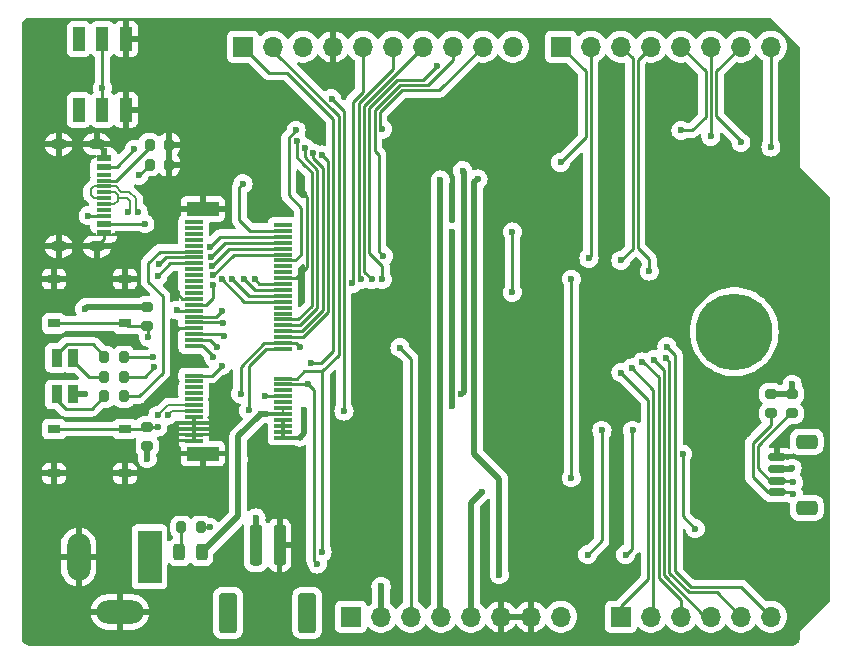
<source format=gbr>
%TF.GenerationSoftware,KiCad,Pcbnew,8.0.4*%
%TF.CreationDate,2024-12-04T08:53:49-07:00*%
%TF.ProjectId,particle-somduino,70617274-6963-46c6-952d-736f6d647569,rev?*%
%TF.SameCoordinates,Original*%
%TF.FileFunction,Copper,L1,Top*%
%TF.FilePolarity,Positive*%
%FSLAX46Y46*%
G04 Gerber Fmt 4.6, Leading zero omitted, Abs format (unit mm)*
G04 Created by KiCad (PCBNEW 8.0.4) date 2024-12-04 08:53:49*
%MOMM*%
%LPD*%
G01*
G04 APERTURE LIST*
G04 Aperture macros list*
%AMRoundRect*
0 Rectangle with rounded corners*
0 $1 Rounding radius*
0 $2 $3 $4 $5 $6 $7 $8 $9 X,Y pos of 4 corners*
0 Add a 4 corners polygon primitive as box body*
4,1,4,$2,$3,$4,$5,$6,$7,$8,$9,$2,$3,0*
0 Add four circle primitives for the rounded corners*
1,1,$1+$1,$2,$3*
1,1,$1+$1,$4,$5*
1,1,$1+$1,$6,$7*
1,1,$1+$1,$8,$9*
0 Add four rect primitives between the rounded corners*
20,1,$1+$1,$2,$3,$4,$5,0*
20,1,$1+$1,$4,$5,$6,$7,0*
20,1,$1+$1,$6,$7,$8,$9,0*
20,1,$1+$1,$8,$9,$2,$3,0*%
G04 Aperture macros list end*
%TA.AperFunction,ComponentPad*%
%ADD10R,1.700000X1.700000*%
%TD*%
%TA.AperFunction,ComponentPad*%
%ADD11O,1.700000X1.700000*%
%TD*%
%TA.AperFunction,SMDPad,CuDef*%
%ADD12RoundRect,0.200000X0.275000X-0.200000X0.275000X0.200000X-0.275000X0.200000X-0.275000X-0.200000X0*%
%TD*%
%TA.AperFunction,SMDPad,CuDef*%
%ADD13RoundRect,0.200000X0.200000X0.275000X-0.200000X0.275000X-0.200000X-0.275000X0.200000X-0.275000X0*%
%TD*%
%TA.AperFunction,SMDPad,CuDef*%
%ADD14R,1.000000X0.750000*%
%TD*%
%TA.AperFunction,SMDPad,CuDef*%
%ADD15RoundRect,0.250000X-0.250000X-1.500000X0.250000X-1.500000X0.250000X1.500000X-0.250000X1.500000X0*%
%TD*%
%TA.AperFunction,SMDPad,CuDef*%
%ADD16RoundRect,0.250001X-0.499999X-1.449999X0.499999X-1.449999X0.499999X1.449999X-0.499999X1.449999X0*%
%TD*%
%TA.AperFunction,SMDPad,CuDef*%
%ADD17R,0.900000X1.500000*%
%TD*%
%TA.AperFunction,ComponentPad*%
%ADD18R,2.000000X4.500000*%
%TD*%
%TA.AperFunction,ComponentPad*%
%ADD19O,2.000000X4.000000*%
%TD*%
%TA.AperFunction,ComponentPad*%
%ADD20O,4.000000X2.000000*%
%TD*%
%TA.AperFunction,SMDPad,CuDef*%
%ADD21RoundRect,0.200000X-0.275000X0.200000X-0.275000X-0.200000X0.275000X-0.200000X0.275000X0.200000X0*%
%TD*%
%TA.AperFunction,SMDPad,CuDef*%
%ADD22R,1.549400X0.304800*%
%TD*%
%TA.AperFunction,SMDPad,CuDef*%
%ADD23R,2.743200X1.193800*%
%TD*%
%TA.AperFunction,SMDPad,CuDef*%
%ADD24RoundRect,0.200000X-0.200000X-0.275000X0.200000X-0.275000X0.200000X0.275000X-0.200000X0.275000X0*%
%TD*%
%TA.AperFunction,SMDPad,CuDef*%
%ADD25R,1.000000X2.000000*%
%TD*%
%TA.AperFunction,ComponentPad*%
%ADD26C,6.500000*%
%TD*%
%TA.AperFunction,SMDPad,CuDef*%
%ADD27R,1.240000X0.600000*%
%TD*%
%TA.AperFunction,SMDPad,CuDef*%
%ADD28R,1.240000X0.300000*%
%TD*%
%TA.AperFunction,ComponentPad*%
%ADD29O,1.400000X0.900000*%
%TD*%
%TA.AperFunction,SMDPad,CuDef*%
%ADD30RoundRect,0.243750X-0.243750X-0.456250X0.243750X-0.456250X0.243750X0.456250X-0.243750X0.456250X0*%
%TD*%
%TA.AperFunction,SMDPad,CuDef*%
%ADD31RoundRect,0.150000X-0.625000X0.150000X-0.625000X-0.150000X0.625000X-0.150000X0.625000X0.150000X0*%
%TD*%
%TA.AperFunction,SMDPad,CuDef*%
%ADD32RoundRect,0.250000X-0.650000X0.350000X-0.650000X-0.350000X0.650000X-0.350000X0.650000X0.350000X0*%
%TD*%
%TA.AperFunction,ViaPad*%
%ADD33C,0.600000*%
%TD*%
%TA.AperFunction,Conductor*%
%ADD34C,0.250000*%
%TD*%
%TA.AperFunction,Conductor*%
%ADD35C,0.500000*%
%TD*%
%TA.AperFunction,Conductor*%
%ADD36C,0.300000*%
%TD*%
%TA.AperFunction,Conductor*%
%ADD37C,0.200000*%
%TD*%
G04 APERTURE END LIST*
D10*
%TO.P,J1,1,Pin_1*%
%TO.N,unconnected-(J1-Pin_1-Pad1)*%
X127940000Y-97460000D03*
D11*
%TO.P,J1,2,Pin_2*%
%TO.N,+3V3_AUX*%
X130480000Y-97460000D03*
%TO.P,J1,3,Pin_3*%
%TO.N,~{RESET}*%
X133020000Y-97460000D03*
%TO.P,J1,4,Pin_4*%
%TO.N,+3V3_AUX*%
X135560000Y-97460000D03*
%TO.P,J1,5,Pin_5*%
%TO.N,VBATT*%
X138100000Y-97460000D03*
%TO.P,J1,6,Pin_6*%
%TO.N,GND*%
X140640000Y-97460000D03*
%TO.P,J1,7,Pin_7*%
X143180000Y-97460000D03*
%TO.P,J1,8,Pin_8*%
%TO.N,VIN*%
X145720000Y-97460000D03*
%TD*%
D10*
%TO.P,J3,1,Pin_1*%
%TO.N,A0*%
X150800000Y-97460000D03*
D11*
%TO.P,J3,2,Pin_2*%
%TO.N,A1*%
X153340000Y-97460000D03*
%TO.P,J3,3,Pin_3*%
%TO.N,A2*%
X155880000Y-97460000D03*
%TO.P,J3,4,Pin_4*%
%TO.N,A3*%
X158420000Y-97460000D03*
%TO.P,J3,5,Pin_5*%
%TO.N,A4*%
X160960000Y-97460000D03*
%TO.P,J3,6,Pin_6*%
%TO.N,A5*%
X163500000Y-97460000D03*
%TD*%
D10*
%TO.P,J2,1,Pin_1*%
%TO.N,SCL*%
X118796000Y-49200000D03*
D11*
%TO.P,J2,2,Pin_2*%
%TO.N,SDA*%
X121336000Y-49200000D03*
%TO.P,J2,3,Pin_3*%
%TO.N,unconnected-(J2-Pin_3-Pad3)*%
X123876000Y-49200000D03*
%TO.P,J2,4,Pin_4*%
%TO.N,GND*%
X126416000Y-49200000D03*
%TO.P,J2,5,Pin_5*%
%TO.N,SCK{slash}D13*%
X128956000Y-49200000D03*
%TO.P,J2,6,Pin_6*%
%TO.N,MOSI{slash}D12*%
X131496000Y-49200000D03*
%TO.P,J2,7,Pin_7*%
%TO.N,MISO{slash}D11*%
X134036000Y-49200000D03*
%TO.P,J2,8,Pin_8*%
%TO.N,D23*%
X136576000Y-49200000D03*
%TO.P,J2,9,Pin_9*%
%TO.N,D22*%
X139116000Y-49200000D03*
%TO.P,J2,10,Pin_10*%
%TO.N,CS{slash}D8*%
X141656000Y-49200000D03*
%TD*%
D10*
%TO.P,J4,1,Pin_1*%
%TO.N,D7*%
X145720000Y-49200000D03*
D11*
%TO.P,J4,2,Pin_2*%
%TO.N,D6*%
X148260000Y-49200000D03*
%TO.P,J4,3,Pin_3*%
%TO.N,D5*%
X150800000Y-49200000D03*
%TO.P,J4,4,Pin_4*%
%TO.N,D4*%
X153340000Y-49200000D03*
%TO.P,J4,5,Pin_5*%
%TO.N,D3{slash}SERIAL1_RTS*%
X155880000Y-49200000D03*
%TO.P,J4,6,Pin_6*%
%TO.N,D2{slash}SERIAL1_CTS*%
X158420000Y-49200000D03*
%TO.P,J4,7,Pin_7*%
%TO.N,SERIAL1_RX*%
X160960000Y-49200000D03*
%TO.P,J4,8,Pin_8*%
%TO.N,SERIAL1_TX*%
X163500000Y-49200000D03*
%TD*%
D12*
%TO.P,R4,1*%
%TO.N,~{RESET}*%
X110700000Y-72875000D03*
%TO.P,R4,2*%
%TO.N,+3V3*%
X110700000Y-71225000D03*
%TD*%
D13*
%TO.P,R1,1*%
%TO.N,Net-(U1-RED)*%
X108730000Y-75500000D03*
%TO.P,R1,2*%
%TO.N,Net-(D1-RK)*%
X107080000Y-75500000D03*
%TD*%
D14*
%TO.P,SW1,1,1*%
%TO.N,~{MODE}*%
X102800000Y-81575000D03*
X108800000Y-81575000D03*
%TO.P,SW1,2,2*%
%TO.N,GND*%
X102800000Y-85325000D03*
X108800000Y-85325000D03*
%TD*%
D13*
%TO.P,R5,1*%
%TO.N,Net-(U2-CHG)*%
X115225000Y-89900000D03*
%TO.P,R5,2*%
%TO.N,Net-(D2-K)*%
X113575000Y-89900000D03*
%TD*%
D15*
%TO.P,J6,1,Pin_1*%
%TO.N,VBATT*%
X119900000Y-91400000D03*
%TO.P,J6,2,Pin_2*%
%TO.N,GND*%
X121900000Y-91400000D03*
D16*
%TO.P,J6,MP*%
%TO.N,N/C*%
X117550000Y-97150000D03*
X124250000Y-97150000D03*
%TD*%
D17*
%TO.P,D1,1,A*%
%TO.N,+3V3*%
X104430000Y-78650000D03*
%TO.P,D1,2,BK*%
%TO.N,Net-(D1-BK)*%
X103030000Y-78650000D03*
%TO.P,D1,3,GK*%
%TO.N,Net-(D1-GK)*%
X104430000Y-75550000D03*
%TO.P,D1,4,RK*%
%TO.N,Net-(D1-RK)*%
X103030000Y-75550000D03*
%TD*%
D18*
%TO.P,J5,1*%
%TO.N,VIN*%
X110900000Y-92400000D03*
D19*
%TO.P,J5,2*%
%TO.N,GND*%
X104900000Y-92400000D03*
D20*
%TO.P,J5,3*%
X108400000Y-97050000D03*
%TD*%
D21*
%TO.P,R8,1*%
%TO.N,~{MODE}*%
X110700000Y-81375000D03*
%TO.P,R8,2*%
%TO.N,+3V3*%
X110700000Y-83025000D03*
%TD*%
D22*
%TO.P,U1,1,GND*%
%TO.N,GND*%
X114624700Y-82549999D03*
%TO.P,U1,2,VCC*%
%TO.N,+3V9*%
X122174702Y-82299999D03*
%TO.P,U1,3,GND*%
%TO.N,GND*%
X114624700Y-82050000D03*
%TO.P,U1,4,VCC*%
%TO.N,+3V9*%
X122174702Y-81800000D03*
%TO.P,U1,5,GND*%
%TO.N,GND*%
X114624700Y-81550001D03*
%TO.P,U1,6,VCC*%
%TO.N,+3V9*%
X122174702Y-81300001D03*
%TO.P,U1,7,GND*%
%TO.N,GND*%
X114624700Y-81049999D03*
%TO.P,U1,8,VCC*%
%TO.N,+3V9*%
X122174702Y-80799999D03*
%TO.P,U1,9,GND*%
%TO.N,GND*%
X114624700Y-80550000D03*
%TO.P,U1,10,3V3*%
%TO.N,+3V3*%
X122174702Y-80300000D03*
%TO.P,U1,11,USB_D+*%
%TO.N,USB_D_P*%
X114624700Y-80050001D03*
%TO.P,U1,12,3V3*%
%TO.N,+3V3*%
X122174702Y-79800000D03*
%TO.P,U1,13,USB_D-*%
%TO.N,USB_D_N*%
X114624700Y-79550001D03*
%TO.P,U1,14,RESERVED*%
%TO.N,unconnected-(U1-RESERVED-Pad14)*%
X122174702Y-79300001D03*
%TO.P,U1,15,GND*%
%TO.N,GND*%
X114624700Y-79050000D03*
%TO.P,U1,16,VUSB*%
%TO.N,VUSB*%
X122174702Y-78800000D03*
%TO.P,U1,17,SOM3*%
%TO.N,unconnected-(U1-SOM3-Pad17)*%
X114624700Y-78550001D03*
%TO.P,U1,18,RESERVED*%
%TO.N,unconnected-(U1-RESERVED-Pad18)*%
X122174702Y-78300001D03*
%TO.P,U1,19,SOM4*%
%TO.N,unconnected-(U1-SOM4-Pad19)*%
X114624700Y-78049999D03*
%TO.P,U1,20,SCL*%
%TO.N,SCL*%
X122174702Y-77799999D03*
%TO.P,U1,21,GND*%
%TO.N,GND*%
X114624700Y-77550000D03*
%TO.P,U1,22,SDA*%
%TO.N,SDA*%
X122174702Y-77300000D03*
%TO.P,U1,23,ADC0*%
%TO.N,A0*%
X114624700Y-77050001D03*
%TO.P,U1,32,MODE*%
%TO.N,~{MODE}*%
X122174702Y-74800001D03*
%TO.P,U1,33,ADC1*%
%TO.N,A1*%
X114624700Y-74550000D03*
%TO.P,U1,34,RESET*%
%TO.N,~{RESET}*%
X122174702Y-74300000D03*
%TO.P,U1,35,ADC2*%
%TO.N,A2*%
X114624700Y-74050001D03*
%TO.P,U1,36,TX*%
%TO.N,SERIAL1_TX*%
X122174702Y-73800001D03*
%TO.P,U1,37,ADC3*%
%TO.N,A3*%
X114624700Y-73549999D03*
%TO.P,U1,38,RX*%
%TO.N,SERIAL1_RX*%
X122174702Y-73299999D03*
%TO.P,U1,39,AGND*%
%TO.N,GND*%
X114624700Y-73050000D03*
%TO.P,U1,40,CTS*%
%TO.N,D2{slash}SERIAL1_CTS*%
X122174702Y-72800000D03*
%TO.P,U1,41,ADC4*%
%TO.N,A4*%
X114624700Y-72550001D03*
%TO.P,U1,42,RTS*%
%TO.N,D3{slash}SERIAL1_RTS*%
X122174702Y-72300001D03*
%TO.P,U1,43,ADC5*%
%TO.N,A5*%
X114624700Y-72049999D03*
%TO.P,U1,44,SOM0*%
%TO.N,unconnected-(U1-SOM0-Pad44)*%
X122174702Y-71799999D03*
%TO.P,U1,45,ADC6*%
%TO.N,EN_AUX*%
X114624700Y-71550000D03*
%TO.P,U1,46,SOM1*%
%TO.N,unconnected-(U1-SOM1-Pad46)*%
X122174702Y-71300000D03*
%TO.P,U1,47,ADC7*%
%TO.N,~{FUEL_INT}*%
X114624700Y-71049999D03*
%TO.P,U1,48,CS*%
%TO.N,CS{slash}D8*%
X122174702Y-70799999D03*
%TO.P,U1,49,AGND*%
%TO.N,GND*%
X114624700Y-70550000D03*
%TO.P,U1,50,MISO*%
%TO.N,MISO{slash}D11*%
X122174702Y-70300000D03*
%TO.P,U1,51,RESERVED*%
%TO.N,unconnected-(U1-RESERVED-Pad51)*%
X114624700Y-70050001D03*
%TO.P,U1,52,MOSI*%
%TO.N,MOSI{slash}D12*%
X122174702Y-69800001D03*
%TO.P,U1,53,RESERVED*%
%TO.N,unconnected-(U1-RESERVED-Pad53)*%
X114624700Y-69549999D03*
%TO.P,U1,54,SCK*%
%TO.N,SCK{slash}D13*%
X122174702Y-69299999D03*
%TO.P,U1,55,RESERVED*%
%TO.N,unconnected-(U1-RESERVED-Pad55)*%
X114624700Y-69050000D03*
%TO.P,U1,56,GND*%
%TO.N,GND*%
X122174702Y-68800000D03*
%TO.P,U1,57,RESERVED*%
%TO.N,unconnected-(U1-RESERVED-Pad57)*%
X114624700Y-68549999D03*
%TO.P,U1,58,RESERVED*%
%TO.N,unconnected-(U1-RESERVED-Pad58)*%
X122174702Y-68299999D03*
%TO.P,U1,59,RESERVED*%
%TO.N,unconnected-(U1-RESERVED-Pad59)*%
X114624700Y-68050000D03*
%TO.P,U1,60,RESERVED*%
%TO.N,unconnected-(U1-RESERVED-Pad60)*%
X122174702Y-67800000D03*
%TO.P,U1,61,RED*%
%TO.N,Net-(U1-RED)*%
X114624700Y-67550001D03*
%TO.P,U1,62,GPIO0*%
%TO.N,D22*%
X122174702Y-67300001D03*
%TO.P,U1,63,GREEN*%
%TO.N,Net-(U1-GREEN)*%
X114624700Y-67049999D03*
%TO.P,U1,64,GPIO1*%
%TO.N,D23*%
X122174702Y-66799999D03*
%TO.P,U1,65,BLUE*%
%TO.N,Net-(U1-BLUE)*%
X114624700Y-66550000D03*
%TO.P,U1,66,PWM0*%
%TO.N,D4*%
X122174702Y-66300000D03*
%TO.P,U1,67,SOM5*%
%TO.N,unconnected-(U1-SOM5-Pad67)*%
X114624700Y-66049999D03*
%TO.P,U1,68,PWM1*%
%TO.N,D5*%
X122174702Y-65799999D03*
%TO.P,U1,69,SOM6*%
%TO.N,unconnected-(U1-SOM6-Pad69)*%
X114624700Y-65550000D03*
%TO.P,U1,70,PWM2*%
%TO.N,D6*%
X122174702Y-65300000D03*
%TO.P,U1,71,SOM7*%
%TO.N,unconnected-(U1-SOM7-Pad71)*%
X114624700Y-65050001D03*
%TO.P,U1,72,PWM3*%
%TO.N,D7*%
X122174702Y-64800001D03*
%TO.P,U1,73,SOM8*%
%TO.N,unconnected-(U1-SOM8-Pad73)*%
X114624700Y-64549999D03*
%TO.P,U1,74,SOM2*%
%TO.N,unconnected-(U1-SOM2-Pad74)*%
X122174702Y-64299999D03*
%TO.P,U1,75,SOM9*%
%TO.N,unconnected-(U1-SOM9-Pad75)*%
X114624700Y-64049999D03*
D23*
%TO.P,U1,76,GND*%
%TO.N,GND*%
X115399702Y-83649999D03*
%TO.P,U1,77,GND*%
X115399702Y-62950000D03*
%TD*%
D24*
%TO.P,R10,1*%
%TO.N,Net-(J8-CC1)*%
X110900000Y-57500000D03*
%TO.P,R10,2*%
%TO.N,GND*%
X112550000Y-57500000D03*
%TD*%
D13*
%TO.P,R2,1*%
%TO.N,Net-(U1-GREEN)*%
X108730000Y-77150000D03*
%TO.P,R2,2*%
%TO.N,Net-(D1-GK)*%
X107080000Y-77150000D03*
%TD*%
D25*
%TO.P,SW3,1,C*%
%TO.N,GND*%
X108900000Y-54550000D03*
%TO.P,SW3,2,B*%
%TO.N,SYS_PWR_EN*%
X106900000Y-54550000D03*
%TO.P,SW3,3,A*%
%TO.N,unconnected-(SW3-A-Pad3)*%
X104900000Y-54550000D03*
%TO.P,SW3,4,A*%
%TO.N,GND*%
X108900000Y-48550000D03*
%TO.P,SW3,5,B*%
%TO.N,SYS_PWR_EN*%
X106900000Y-48550000D03*
%TO.P,SW3,6,C*%
%TO.N,unconnected-(SW3-C-Pad6)*%
X104900000Y-48550000D03*
%TD*%
D26*
%TO.P,H1,1,1*%
%TO.N,unconnected-(H1-Pad1)*%
X160400000Y-73340000D03*
%TD*%
D12*
%TO.P,R6,1*%
%TO.N,SDA*%
X165300000Y-80250000D03*
%TO.P,R6,2*%
%TO.N,+3V3*%
X165300000Y-78600000D03*
%TD*%
D24*
%TO.P,R9,1*%
%TO.N,Net-(J8-CC2)*%
X110900000Y-59200000D03*
%TO.P,R9,2*%
%TO.N,GND*%
X112550000Y-59200000D03*
%TD*%
D14*
%TO.P,SW2,1,1*%
%TO.N,~{RESET}*%
X108800000Y-72625000D03*
X102800000Y-72625000D03*
%TO.P,SW2,2,2*%
%TO.N,GND*%
X108800000Y-68875000D03*
X102800000Y-68875000D03*
%TD*%
D27*
%TO.P,J8,A1,GND*%
%TO.N,GND*%
X107020000Y-58590000D03*
%TO.P,J8,A4,VBUS*%
%TO.N,VUSB*%
X107020000Y-59390000D03*
D28*
%TO.P,J8,A5,CC1*%
%TO.N,Net-(J8-CC1)*%
X107020000Y-60540000D03*
%TO.P,J8,A6,D+*%
%TO.N,USB_D_N*%
X107020000Y-61540000D03*
%TO.P,J8,A7,D-*%
%TO.N,USB_D_P*%
X107020000Y-62040000D03*
%TO.P,J8,A8,SBU1*%
%TO.N,unconnected-(J8-SBU1-PadA8)*%
X107020000Y-63040000D03*
D27*
%TO.P,J8,A9,VBUS*%
%TO.N,VUSB*%
X107020000Y-64190000D03*
%TO.P,J8,A12,GND*%
%TO.N,GND*%
X107020000Y-64990000D03*
%TO.P,J8,B1,GND*%
X107020000Y-64990000D03*
%TO.P,J8,B4,VBUS*%
%TO.N,VUSB*%
X107020000Y-64190000D03*
D28*
%TO.P,J8,B5,CC2*%
%TO.N,Net-(J8-CC2)*%
X107020000Y-63540000D03*
%TO.P,J8,B6,D+*%
%TO.N,USB_D_N*%
X107020000Y-62540000D03*
%TO.P,J8,B7,D-*%
%TO.N,USB_D_P*%
X107020000Y-61040000D03*
%TO.P,J8,B8,SBU2*%
%TO.N,unconnected-(J8-SBU2-PadB8)*%
X107020000Y-60040000D03*
D27*
%TO.P,J8,B9,VBUS*%
%TO.N,VUSB*%
X107020000Y-59390000D03*
%TO.P,J8,B12,GND*%
%TO.N,GND*%
X107020000Y-58590000D03*
D29*
%TO.P,J8,S1,SHIELD*%
X106420000Y-57470000D03*
X103200000Y-57470000D03*
X106420000Y-66110000D03*
X103200000Y-66110000D03*
%TD*%
D30*
%TO.P,D2,1,K*%
%TO.N,Net-(D2-K)*%
X113425000Y-92000000D03*
%TO.P,D2,2,A*%
%TO.N,+3V3*%
X115300000Y-92000000D03*
%TD*%
D13*
%TO.P,R3,1*%
%TO.N,Net-(U1-BLUE)*%
X108730000Y-78800000D03*
%TO.P,R3,2*%
%TO.N,Net-(D1-BK)*%
X107080000Y-78800000D03*
%TD*%
D12*
%TO.P,R7,1*%
%TO.N,SCL*%
X163500000Y-80250000D03*
%TO.P,R7,2*%
%TO.N,+3V3*%
X163500000Y-78600000D03*
%TD*%
D31*
%TO.P,J7,1,Pin_1*%
%TO.N,GND*%
X164025000Y-83950000D03*
%TO.P,J7,2,Pin_2*%
%TO.N,+3V3*%
X164025000Y-84950000D03*
%TO.P,J7,3,Pin_3*%
%TO.N,SDA*%
X164025000Y-85950000D03*
%TO.P,J7,4,Pin_4*%
%TO.N,SCL*%
X164025000Y-86950000D03*
D32*
%TO.P,J7,MP*%
%TO.N,N/C*%
X166550000Y-82650000D03*
X166550000Y-88250000D03*
%TD*%
D33*
%TO.N,GND*%
X149192790Y-61100000D03*
X146600000Y-64800000D03*
X121900000Y-86600000D03*
X131400000Y-81800000D03*
X149200000Y-64800000D03*
X146652790Y-61100000D03*
X113200000Y-70100000D03*
X113200000Y-73100000D03*
X131400000Y-85600000D03*
X124000000Y-61700000D03*
%TO.N,~{RESET}*%
X132100000Y-74700000D03*
X118600000Y-78600000D03*
X123600000Y-74600000D03*
X110800000Y-73800000D03*
%TO.N,+3V3_AUX*%
X130500000Y-94900000D03*
X135500000Y-60500000D03*
%TO.N,D23*%
X130700000Y-66900000D03*
X116264277Y-68575795D03*
%TO.N,SCK{slash}D13*%
X119800000Y-68900000D03*
X128068988Y-69225000D03*
%TO.N,MISO{slash}D11*%
X129700000Y-68900000D03*
X117900000Y-68900000D03*
%TO.N,D22*%
X130600000Y-56200000D03*
X123300000Y-56300000D03*
%TO.N,CS{slash}D8*%
X130600000Y-68900000D03*
X135200000Y-50800000D03*
X117000000Y-68900000D03*
%TO.N,MOSI{slash}D12*%
X118900000Y-68900000D03*
X128800000Y-68900000D03*
%TO.N,A5*%
X154700000Y-74600000D03*
X117000000Y-71600000D03*
%TO.N,A2*%
X116600000Y-74600000D03*
X152600000Y-75900000D03*
%TO.N,A3*%
X117200000Y-73700000D03*
X153600000Y-75700000D03*
%TO.N,A4*%
X117100000Y-72600000D03*
X154600000Y-75600000D03*
%TO.N,A0*%
X117000000Y-76200000D03*
X150800000Y-76800000D03*
%TO.N,A1*%
X151700000Y-76400000D03*
X116300000Y-75500000D03*
%TO.N,SERIAL1_TX*%
X163500000Y-57700000D03*
X125475000Y-58375000D03*
%TO.N,D3{slash}SERIAL1_RTS*%
X155900000Y-56300000D03*
X123400000Y-57200000D03*
%TO.N,D2{slash}SERIAL1_CTS*%
X124030223Y-57753205D03*
X158420000Y-56800000D03*
%TO.N,D6*%
X115992246Y-66188920D03*
X148100000Y-67125000D03*
%TO.N,D5*%
X116085836Y-66983429D03*
X150800000Y-67300000D03*
%TO.N,D4*%
X116178094Y-67778094D03*
X153200000Y-68200000D03*
%TO.N,D7*%
X145700000Y-59000000D03*
X118800000Y-60800000D03*
%TO.N,SERIAL1_RX*%
X160960000Y-57300000D03*
X124694645Y-58198791D03*
%TO.N,+3V3*%
X137400000Y-59700000D03*
X137300000Y-78600000D03*
X165300000Y-77800000D03*
X110700000Y-84100000D03*
X118400000Y-84100000D03*
X105400000Y-71400000D03*
X165300000Y-84900000D03*
X105400000Y-78600000D03*
X120300000Y-80300000D03*
%TO.N,~{MODE}*%
X111600000Y-81400000D03*
X119300000Y-80000000D03*
%TO.N,VIN*%
X138700000Y-60400000D03*
X140500000Y-93900000D03*
%TO.N,SDA*%
X165400000Y-86100000D03*
X148000000Y-92200000D03*
X125500000Y-92000000D03*
X149200000Y-81700000D03*
%TO.N,SCL*%
X124300001Y-77799999D03*
X124600000Y-76000000D03*
X125100000Y-93000000D03*
X165400000Y-87100000D03*
X151800000Y-81700000D03*
X151200000Y-92200000D03*
%TO.N,Net-(U1-RED)*%
X111600000Y-68600000D03*
X111225001Y-75500000D03*
%TO.N,Net-(U1-GREEN)*%
X111310402Y-76310402D03*
X111708058Y-67608058D03*
%TO.N,EN_AUX*%
X141600000Y-70000000D03*
X141600000Y-64900000D03*
X113200000Y-71500000D03*
%TO.N,Net-(U2-CHG)*%
X116000000Y-89900000D03*
X156025000Y-83700000D03*
X157100000Y-90000000D03*
%TO.N,+3V9*%
X124000000Y-80000000D03*
X136500000Y-79600000D03*
X136500000Y-64900000D03*
%TO.N,~{FUEL_INT}*%
X146600000Y-68900000D03*
X116300000Y-69375000D03*
X146600000Y-85700000D03*
%TO.N,VUSB*%
X109600000Y-57900000D03*
X110500000Y-64200000D03*
X120700000Y-78800000D03*
%TO.N,USB_D_P*%
X112486765Y-80386765D03*
X109925000Y-63200000D03*
%TO.N,USB_D_N*%
X111600000Y-80425000D03*
X109075000Y-63200000D03*
%TO.N,VBATT*%
X139000000Y-86900000D03*
X119900000Y-89100000D03*
%TO.N,Net-(J8-CC2)*%
X110000000Y-60100000D03*
X105700000Y-63500000D03*
%TO.N,SYS_PWR_EN*%
X106900000Y-52700000D03*
X126300000Y-53600000D03*
X127350000Y-80050000D03*
%TD*%
D34*
%TO.N,GND*%
X124200000Y-61900000D02*
X124000000Y-61700000D01*
X124200000Y-64700000D02*
X124200000Y-64450000D01*
X113650000Y-70550000D02*
X113200000Y-70100000D01*
X124200000Y-67900000D02*
X124200000Y-64700000D01*
X107020000Y-58070000D02*
X106420000Y-57470000D01*
X114624700Y-73050000D02*
X113250000Y-73050000D01*
X107020000Y-64990000D02*
X107020000Y-65510000D01*
X114624700Y-80550000D02*
X114624700Y-82549999D01*
X114624700Y-70550000D02*
X113650000Y-70550000D01*
X123300000Y-68800000D02*
X124200000Y-67900000D01*
X124200000Y-64700000D02*
X124200000Y-61900000D01*
D35*
X121900000Y-91400000D02*
X121900000Y-86600000D01*
D34*
X113250000Y-73050000D02*
X113200000Y-73100000D01*
X122174702Y-68800000D02*
X123300000Y-68800000D01*
X107020000Y-65510000D02*
X106420000Y-66110000D01*
X107020000Y-58590000D02*
X107020000Y-58070000D01*
%TO.N,~{RESET}*%
X110700000Y-72875000D02*
X109050000Y-72875000D01*
X109050000Y-72875000D02*
X108800000Y-72625000D01*
X133020000Y-75620000D02*
X132100000Y-74700000D01*
X123300000Y-74300000D02*
X122174702Y-74300000D01*
X118600000Y-76300000D02*
X118600000Y-78600000D01*
X133020000Y-97460000D02*
X133020000Y-75620000D01*
X110800000Y-73800000D02*
X110800000Y-72975000D01*
X102800000Y-72625000D02*
X108800000Y-72625000D01*
X120600000Y-74300000D02*
X118600000Y-76300000D01*
X122174702Y-74300000D02*
X120600000Y-74300000D01*
X123600000Y-74600000D02*
X123300000Y-74300000D01*
X110800000Y-72975000D02*
X110700000Y-72875000D01*
D35*
%TO.N,+3V3_AUX*%
X135560000Y-97460000D02*
X135500000Y-97400000D01*
X130480000Y-97460000D02*
X130480000Y-94920000D01*
X135500000Y-97400000D02*
X135500000Y-60500000D01*
X130480000Y-94920000D02*
X130500000Y-94900000D01*
D34*
%TO.N,D23*%
X132072594Y-52436198D02*
X134463802Y-52436198D01*
X134463802Y-52436198D02*
X136576000Y-50324000D01*
X129950000Y-58000000D02*
X129950000Y-54558792D01*
X116264277Y-68575795D02*
X118040073Y-66799999D01*
X130300000Y-58350000D02*
X129950000Y-58000000D01*
X130300000Y-66500000D02*
X130300000Y-58350000D01*
X129950000Y-54558792D02*
X132072594Y-52436198D01*
X130700000Y-66900000D02*
X130300000Y-66500000D01*
X136576000Y-50324000D02*
X136576000Y-49200000D01*
X118040073Y-66799999D02*
X122174702Y-66799999D01*
%TO.N,SCK{slash}D13*%
X122174702Y-69299999D02*
X120199999Y-69299999D01*
X120199999Y-69299999D02*
X119800000Y-68900000D01*
X128068988Y-69225000D02*
X128100000Y-69193988D01*
X128100000Y-53863208D02*
X128956000Y-53007208D01*
X128100000Y-69193988D02*
X128100000Y-53863208D01*
X128956000Y-53007208D02*
X128956000Y-49200000D01*
%TO.N,MISO{slash}D11*%
X119300000Y-70300000D02*
X117900000Y-68900000D01*
X129050000Y-54186000D02*
X134036000Y-49200000D01*
X122174702Y-70300000D02*
X119300000Y-70300000D01*
X129700000Y-68900000D02*
X129050000Y-68250000D01*
X129050000Y-68250000D02*
X129050000Y-54186000D01*
%TO.N,D22*%
X130400000Y-54745188D02*
X132258990Y-52886198D01*
X135429802Y-52886198D02*
X139116000Y-49200000D01*
X122700000Y-61800000D02*
X122700000Y-56900000D01*
X123750000Y-66801801D02*
X123750000Y-62850000D01*
X130400000Y-54745188D02*
X130400000Y-56000000D01*
X132258990Y-52886198D02*
X135429802Y-52886198D01*
X123750000Y-62850000D02*
X122700000Y-61800000D01*
X122700000Y-56900000D02*
X123300000Y-56300000D01*
X122174702Y-67300001D02*
X123251800Y-67300001D01*
X130400000Y-56000000D02*
X130600000Y-56200000D01*
X123251800Y-67300001D02*
X123750000Y-66801801D01*
%TO.N,CS{slash}D8*%
X130600000Y-67800000D02*
X130600000Y-68900000D01*
X129500000Y-54372396D02*
X129500000Y-66700000D01*
X122174702Y-70799999D02*
X118899999Y-70799999D01*
X129500000Y-66700000D02*
X130600000Y-67800000D01*
X118899999Y-70799999D02*
X117000000Y-68900000D01*
X135200000Y-50800000D02*
X134013802Y-51986198D01*
X131886198Y-51986198D02*
X129500000Y-54372396D01*
X134013802Y-51986198D02*
X131886198Y-51986198D01*
%TO.N,MOSI{slash}D12*%
X131496000Y-51103604D02*
X131496000Y-49200000D01*
X128800000Y-68900000D02*
X128600000Y-68700000D01*
X119800001Y-69800001D02*
X118900000Y-68900000D01*
X122174702Y-69800001D02*
X119800001Y-69800001D01*
X128600000Y-53999604D02*
X131496000Y-51103604D01*
X128600000Y-68700000D02*
X128600000Y-53999604D01*
%TO.N,A5*%
X154700000Y-74600000D02*
X155400000Y-75300000D01*
X155400000Y-75300000D02*
X155400000Y-93627208D01*
X156722792Y-94950000D02*
X160990000Y-94950000D01*
X160990000Y-94950000D02*
X163500000Y-97460000D01*
X116550001Y-72049999D02*
X114624700Y-72049999D01*
X117000000Y-71600000D02*
X116550001Y-72049999D01*
X155400000Y-93627208D02*
X156722792Y-94950000D01*
%TO.N,A2*%
X155880000Y-96080000D02*
X155880000Y-97460000D01*
X114624700Y-74050001D02*
X116050001Y-74050001D01*
X154000000Y-94200000D02*
X155880000Y-96080000D01*
X116050001Y-74050001D02*
X116600000Y-74600000D01*
X154000000Y-77200000D02*
X154000000Y-94200000D01*
X152600000Y-75900000D02*
X152700000Y-75900000D01*
X152700000Y-75900000D02*
X154000000Y-77200000D01*
%TO.N,A3*%
X154450000Y-76550000D02*
X154450000Y-93950000D01*
X154450000Y-93950000D02*
X157960000Y-97460000D01*
X117200000Y-73700000D02*
X117049999Y-73549999D01*
X117049999Y-73549999D02*
X114624700Y-73549999D01*
X157960000Y-97460000D02*
X158420000Y-97460000D01*
X153600000Y-75700000D02*
X154450000Y-76550000D01*
%TO.N,A4*%
X156536396Y-95400000D02*
X158900000Y-95400000D01*
X158900000Y-95400000D02*
X160960000Y-97460000D01*
X154900000Y-75900000D02*
X154900000Y-93763604D01*
X117050001Y-72550001D02*
X117100000Y-72600000D01*
X114624700Y-72550001D02*
X117050001Y-72550001D01*
X154900000Y-93763604D02*
X156536396Y-95400000D01*
X154600000Y-75600000D02*
X154900000Y-75900000D01*
%TO.N,A0*%
X150800000Y-96600000D02*
X150800000Y-97460000D01*
X153100000Y-79100000D02*
X153100000Y-94300000D01*
X153100000Y-94300000D02*
X150800000Y-96600000D01*
X150800000Y-76800000D02*
X153100000Y-79100000D01*
X116149999Y-77050001D02*
X117000000Y-76200000D01*
X114624700Y-77050001D02*
X116149999Y-77050001D01*
%TO.N,A1*%
X153340000Y-97460000D02*
X153550000Y-97250000D01*
X116300000Y-75400000D02*
X115450000Y-74550000D01*
X153550000Y-78250000D02*
X153550000Y-89600000D01*
X151700000Y-76400000D02*
X153550000Y-78250000D01*
X116300000Y-75500000D02*
X116300000Y-75400000D01*
X153550000Y-89600000D02*
X153550000Y-89895584D01*
X153550000Y-97250000D02*
X153550000Y-89600000D01*
X115450000Y-74550000D02*
X114624700Y-74550000D01*
%TO.N,SERIAL1_TX*%
X122174702Y-73800001D02*
X123899999Y-73800001D01*
X123899999Y-73800001D02*
X126000000Y-71700000D01*
X126000000Y-58900000D02*
X125475000Y-58375000D01*
X163500000Y-57700000D02*
X163500000Y-49200000D01*
X126000000Y-71700000D02*
X126000000Y-58900000D01*
%TO.N,D3{slash}SERIAL1_RTS*%
X123400000Y-58572792D02*
X123400000Y-57200000D01*
X122174702Y-72300001D02*
X123490811Y-72300001D01*
X123490811Y-72300001D02*
X124650000Y-71140812D01*
X157970000Y-55130000D02*
X157970000Y-51290000D01*
X155900000Y-56300000D02*
X156800000Y-56300000D01*
X124650000Y-71140812D02*
X124650000Y-62700000D01*
X157970000Y-51290000D02*
X155880000Y-49200000D01*
X124650000Y-59822792D02*
X124013604Y-59186396D01*
X124650000Y-62700000D02*
X124650000Y-59822792D01*
X124013604Y-59186396D02*
X123400000Y-58572792D01*
X156800000Y-56300000D02*
X157970000Y-55130000D01*
%TO.N,D2{slash}SERIAL1_CTS*%
X158420000Y-56800000D02*
X158420000Y-49200000D01*
X122174702Y-72800000D02*
X123627208Y-72800000D01*
X125100000Y-59636396D02*
X124030223Y-58566619D01*
X124030223Y-58566619D02*
X124030223Y-57753205D01*
X123627208Y-72800000D02*
X125100000Y-71327208D01*
X125100000Y-71327208D02*
X125100000Y-59636396D01*
%TO.N,D6*%
X116881166Y-65300000D02*
X115992246Y-66188920D01*
X148260000Y-66965000D02*
X148260000Y-49200000D01*
X122174702Y-65300000D02*
X116881166Y-65300000D01*
X148100000Y-67125000D02*
X148260000Y-66965000D01*
%TO.N,D5*%
X117269266Y-65799999D02*
X116085836Y-66983429D01*
X151800000Y-66300000D02*
X151800000Y-50200000D01*
X122174702Y-65799999D02*
X117269266Y-65799999D01*
X150800000Y-67300000D02*
X151800000Y-66300000D01*
X151800000Y-50200000D02*
X150800000Y-49200000D01*
%TO.N,D4*%
X152250000Y-66250000D02*
X152250000Y-50290000D01*
X152250000Y-50290000D02*
X153340000Y-49200000D01*
X117656188Y-66300000D02*
X116178094Y-67778094D01*
X153200000Y-67200000D02*
X152250000Y-66250000D01*
X122174702Y-66300000D02*
X117656188Y-66300000D01*
X153200000Y-68200000D02*
X153200000Y-67200000D01*
%TO.N,D7*%
X145700000Y-59000000D02*
X147810000Y-56890000D01*
X118500000Y-63900000D02*
X118500000Y-61100000D01*
X122174702Y-64800001D02*
X119400001Y-64800001D01*
X119400001Y-64800001D02*
X118500000Y-63900000D01*
X118500000Y-61100000D02*
X118800000Y-60800000D01*
X147810000Y-56890000D02*
X147810000Y-51290000D01*
X147810000Y-51290000D02*
X145720000Y-49200000D01*
%TO.N,SERIAL1_RX*%
X158870000Y-55070000D02*
X158870000Y-51290000D01*
X158870000Y-51290000D02*
X160960000Y-49200000D01*
X123763605Y-73299999D02*
X125550000Y-71513604D01*
X160960000Y-57300000D02*
X160960000Y-57160000D01*
X124694645Y-58594645D02*
X124694645Y-58198791D01*
X125550000Y-59450000D02*
X124694645Y-58594645D01*
X160960000Y-57160000D02*
X158870000Y-55070000D01*
X122174702Y-73299999D02*
X123763605Y-73299999D01*
X125550000Y-71513604D02*
X125550000Y-59450000D01*
D35*
%TO.N,+3V3*%
X137500000Y-59800000D02*
X137400000Y-59700000D01*
D36*
X122174702Y-80300000D02*
X120800000Y-80300000D01*
D34*
X115200000Y-92175000D02*
X115225000Y-92200000D01*
D35*
X110700000Y-84100000D02*
X110700000Y-83025000D01*
X137300000Y-78600000D02*
X137500000Y-78400000D01*
X137500000Y-78400000D02*
X137500000Y-65700000D01*
X137500000Y-65700000D02*
X137500000Y-59800000D01*
D37*
X122174702Y-79800000D02*
X122174702Y-80300000D01*
D35*
X120800000Y-80300000D02*
X120300000Y-80300000D01*
X165250000Y-84950000D02*
X165300000Y-84900000D01*
X120300000Y-80300000D02*
X118400000Y-82200000D01*
X118400000Y-82200000D02*
X118400000Y-84100000D01*
X105575000Y-71225000D02*
X105400000Y-71400000D01*
X118400000Y-88900000D02*
X118400000Y-84100000D01*
X165300000Y-77800000D02*
X165300000Y-78600000D01*
X105350000Y-78650000D02*
X105400000Y-78600000D01*
X164025000Y-84950000D02*
X165250000Y-84950000D01*
X110700000Y-71225000D02*
X105575000Y-71225000D01*
X104430000Y-78650000D02*
X105350000Y-78650000D01*
X165300000Y-78600000D02*
X163500000Y-78600000D01*
X115300000Y-92000000D02*
X118400000Y-88900000D01*
D34*
%TO.N,Net-(D2-K)*%
X113425000Y-92350000D02*
X113575000Y-92200000D01*
X113575000Y-89900000D02*
X113575000Y-91850000D01*
X113575000Y-91850000D02*
X113425000Y-92000000D01*
%TO.N,~{MODE}*%
X111575000Y-81375000D02*
X111600000Y-81400000D01*
X108800000Y-81575000D02*
X110500000Y-81575000D01*
X119300000Y-76236396D02*
X119300000Y-80000000D01*
X120736395Y-74800001D02*
X119300000Y-76236396D01*
X102800000Y-81575000D02*
X108800000Y-81575000D01*
X122174702Y-74800001D02*
X120736395Y-74800001D01*
X110500000Y-81575000D02*
X110700000Y-81375000D01*
X110700000Y-81375000D02*
X111575000Y-81375000D01*
D35*
%TO.N,VIN*%
X138400000Y-66000000D02*
X138400000Y-60700000D01*
X138400000Y-83700000D02*
X140500000Y-85800000D01*
X138400000Y-60700000D02*
X138700000Y-60400000D01*
X140500000Y-85800000D02*
X140500000Y-93900000D01*
X138400000Y-66000000D02*
X138400000Y-83700000D01*
D34*
%TO.N,SDA*%
X149200000Y-91000000D02*
X149200000Y-89700000D01*
X123400000Y-77300000D02*
X122174702Y-77300000D01*
X121336000Y-49536000D02*
X126900000Y-55100000D01*
X125500000Y-92000000D02*
X125500000Y-76700000D01*
X162400000Y-83000000D02*
X162400000Y-84900000D01*
X165250000Y-85950000D02*
X165400000Y-86100000D01*
X164025000Y-85950000D02*
X165250000Y-85950000D01*
X165300000Y-80250000D02*
X165150000Y-80250000D01*
X149200000Y-89700000D02*
X149200000Y-81700000D01*
X126900000Y-75300000D02*
X125500000Y-76700000D01*
X125500000Y-76700000D02*
X124000000Y-76700000D01*
X165150000Y-80250000D02*
X162400000Y-83000000D01*
X126900000Y-55100000D02*
X126900000Y-75300000D01*
X124000000Y-76700000D02*
X123400000Y-77300000D01*
X163450000Y-85950000D02*
X164025000Y-85950000D01*
X121336000Y-49200000D02*
X121336000Y-49536000D01*
X148000000Y-92200000D02*
X149200000Y-91000000D01*
X162400000Y-84900000D02*
X163450000Y-85950000D01*
%TO.N,SCL*%
X126450000Y-74950000D02*
X126450000Y-55286396D01*
X151800000Y-81700000D02*
X151700000Y-81800000D01*
X124800000Y-92700000D02*
X125100000Y-93000000D01*
X124600000Y-76000000D02*
X125400000Y-76000000D01*
X163500000Y-80250000D02*
X163500000Y-81200000D01*
X125400000Y-76000000D02*
X126450000Y-74950000D01*
X161950000Y-85649999D02*
X163250001Y-86950000D01*
X124300001Y-77799999D02*
X122174702Y-77799999D01*
X124300001Y-77799999D02*
X124800000Y-78299998D01*
X151700000Y-81800000D02*
X151700000Y-91700000D01*
X124800000Y-78299998D02*
X124800000Y-81300000D01*
X165250000Y-86950000D02*
X165400000Y-87100000D01*
X161950000Y-82750000D02*
X161950000Y-85649999D01*
X164025000Y-86950000D02*
X165250000Y-86950000D01*
X163500000Y-81200000D02*
X161950000Y-82750000D01*
X124800000Y-81300000D02*
X124800000Y-92700000D01*
X126450000Y-55286396D02*
X122563604Y-51400000D01*
X163250001Y-86950000D02*
X164025000Y-86950000D01*
X151700000Y-91700000D02*
X151200000Y-92200000D01*
X122563604Y-51400000D02*
X120996000Y-51400000D01*
X120996000Y-51400000D02*
X118796000Y-49200000D01*
%TO.N,Net-(U1-RED)*%
X111600000Y-68600000D02*
X112649999Y-67550001D01*
X108730000Y-75500000D02*
X111225001Y-75500000D01*
X112649999Y-67550001D02*
X114624700Y-67550001D01*
%TO.N,Net-(U1-GREEN)*%
X112266117Y-67049999D02*
X114624700Y-67049999D01*
X111708058Y-67608058D02*
X112266117Y-67049999D01*
X110470804Y-77150000D02*
X108730000Y-77150000D01*
X111310402Y-76310402D02*
X110470804Y-77150000D01*
%TO.N,Net-(U1-BLUE)*%
X112000000Y-70300000D02*
X110800000Y-69100000D01*
X111750000Y-66550000D02*
X114624700Y-66550000D01*
X112000000Y-76800000D02*
X112000000Y-70300000D01*
X108730000Y-78800000D02*
X110000000Y-78800000D01*
X110800000Y-67500000D02*
X111750000Y-66550000D01*
X110800000Y-69100000D02*
X110800000Y-67500000D01*
X110000000Y-78800000D02*
X112000000Y-76800000D01*
%TO.N,EN_AUX*%
X114624700Y-71550000D02*
X113250000Y-71550000D01*
X113250000Y-71550000D02*
X113200000Y-71500000D01*
X141600000Y-70000000D02*
X141600000Y-64900000D01*
%TO.N,Net-(U2-CHG)*%
X156025000Y-83700000D02*
X156025000Y-88925000D01*
X156025000Y-88925000D02*
X157100000Y-90000000D01*
X115225000Y-89900000D02*
X116000000Y-89900000D01*
D35*
%TO.N,+3V9*%
X124000000Y-81899998D02*
X123599999Y-82299999D01*
X136500000Y-64900000D02*
X136500000Y-79600000D01*
X124000000Y-80000000D02*
X124000000Y-81899998D01*
D36*
X122174702Y-82299999D02*
X122174702Y-80802400D01*
X122174702Y-82299999D02*
X123599999Y-82299999D01*
D34*
%TO.N,~{FUEL_INT}*%
X115701801Y-71049999D02*
X116300000Y-70451800D01*
X114624700Y-71049999D02*
X115701801Y-71049999D01*
X146600000Y-68900000D02*
X146600000Y-85700000D01*
X116300000Y-70451800D02*
X116300000Y-69375000D01*
%TO.N,VUSB*%
X110490000Y-64190000D02*
X107020000Y-64190000D01*
X108110000Y-59390000D02*
X109600000Y-57900000D01*
X107020000Y-59390000D02*
X108110000Y-59390000D01*
X122174702Y-78800000D02*
X120700000Y-78800000D01*
X110500000Y-64200000D02*
X110490000Y-64190000D01*
D37*
%TO.N,USB_D_P*%
X112486765Y-80386765D02*
X112823529Y-80050001D01*
X107020000Y-61040000D02*
X106150000Y-61040000D01*
X109725001Y-63000001D02*
X109925000Y-63200000D01*
X107020000Y-61040000D02*
X108040000Y-61040000D01*
X108500000Y-61500000D02*
X109172206Y-61500000D01*
X105900000Y-61290000D02*
X105900000Y-61790000D01*
X106150000Y-61040000D02*
X105900000Y-61290000D01*
X106150000Y-62040000D02*
X107020000Y-62040000D01*
X105900000Y-61790000D02*
X106150000Y-62040000D01*
X108040000Y-61040000D02*
X108500000Y-61500000D01*
X112823529Y-80050001D02*
X114624700Y-80050001D01*
X109725001Y-62052795D02*
X109725001Y-63000001D01*
X109172206Y-61500000D02*
X109725001Y-62052795D01*
%TO.N,USB_D_N*%
X108200000Y-61800000D02*
X107940000Y-61540000D01*
X107020000Y-62540000D02*
X107925000Y-62540000D01*
X112474999Y-79550001D02*
X111600000Y-80425000D01*
X107940000Y-61540000D02*
X107020000Y-61540000D01*
X114624700Y-79550001D02*
X112474999Y-79550001D01*
X109274999Y-62274999D02*
X109274999Y-63000001D01*
X108200000Y-62265000D02*
X108200000Y-62000000D01*
X108200000Y-62000000D02*
X109000000Y-62000000D01*
X109000000Y-62000000D02*
X109274999Y-62274999D01*
X108200000Y-62000000D02*
X108200000Y-61800000D01*
X109274999Y-63000001D02*
X109075000Y-63200000D01*
X107925000Y-62540000D02*
X108200000Y-62265000D01*
D35*
%TO.N,VBATT*%
X119900000Y-89100000D02*
X119900000Y-91400000D01*
X138100000Y-97460000D02*
X138100000Y-87800000D01*
X138100000Y-87800000D02*
X139000000Y-86900000D01*
D34*
%TO.N,Net-(J8-CC1)*%
X110900000Y-57700000D02*
X108060000Y-60540000D01*
X110900000Y-57500000D02*
X110900000Y-57700000D01*
X108060000Y-60540000D02*
X107020000Y-60540000D01*
%TO.N,Net-(J8-CC2)*%
X105700000Y-63500000D02*
X105740000Y-63540000D01*
X110900000Y-59200000D02*
X110000000Y-60100000D01*
X105740000Y-63540000D02*
X107020000Y-63540000D01*
%TO.N,SYS_PWR_EN*%
X106900000Y-48550000D02*
X106900000Y-52700000D01*
X127350000Y-54650000D02*
X126300000Y-53600000D01*
X127350000Y-80050000D02*
X127350000Y-54650000D01*
X106900000Y-52700000D02*
X106900000Y-54550000D01*
%TO.N,Net-(D1-RK)*%
X107080000Y-75380000D02*
X106100000Y-74400000D01*
X106100000Y-74400000D02*
X103880000Y-74400000D01*
X103030000Y-75250000D02*
X103030000Y-75550000D01*
X107080000Y-75500000D02*
X107080000Y-75380000D01*
X103880000Y-74400000D02*
X103030000Y-75250000D01*
%TO.N,Net-(D1-GK)*%
X105750000Y-77150000D02*
X104430000Y-75830000D01*
X107080000Y-77150000D02*
X105750000Y-77150000D01*
X104430000Y-75830000D02*
X104430000Y-75550000D01*
%TO.N,Net-(D1-BK)*%
X103800000Y-79900000D02*
X103030000Y-79130000D01*
X103030000Y-79130000D02*
X103030000Y-78650000D01*
X107080000Y-78800000D02*
X105980000Y-79900000D01*
X105980000Y-79900000D02*
X103800000Y-79900000D01*
%TD*%
%TA.AperFunction,Conductor*%
%TO.N,GND*%
G36*
X142714075Y-97267007D02*
G01*
X142680000Y-97394174D01*
X142680000Y-97525826D01*
X142714075Y-97652993D01*
X142746988Y-97710000D01*
X141073012Y-97710000D01*
X141105925Y-97652993D01*
X141140000Y-97525826D01*
X141140000Y-97394174D01*
X141105925Y-97267007D01*
X141073012Y-97210000D01*
X142746988Y-97210000D01*
X142714075Y-97267007D01*
G37*
%TD.AperFunction*%
%TA.AperFunction,Conductor*%
G36*
X123935833Y-67614385D02*
G01*
X123991767Y-67656256D01*
X124016184Y-67721721D01*
X124016500Y-67730567D01*
X124016500Y-70827045D01*
X123996815Y-70894084D01*
X123980181Y-70914726D01*
X123669583Y-71225324D01*
X123608260Y-71258809D01*
X123538568Y-71253825D01*
X123482635Y-71211953D01*
X123458218Y-71146489D01*
X123457902Y-71137643D01*
X123457902Y-71098962D01*
X123457901Y-71098948D01*
X123454063Y-71063254D01*
X123454063Y-71036741D01*
X123457901Y-71001044D01*
X123457902Y-71001037D01*
X123457902Y-70598961D01*
X123454062Y-70563244D01*
X123454062Y-70536744D01*
X123457902Y-70501038D01*
X123457902Y-70098962D01*
X123454062Y-70063245D01*
X123454062Y-70036745D01*
X123457902Y-70001039D01*
X123457902Y-69598963D01*
X123454063Y-69563254D01*
X123454063Y-69536745D01*
X123455991Y-69518811D01*
X123457902Y-69501037D01*
X123457902Y-69098961D01*
X123457901Y-69098944D01*
X123450562Y-69030685D01*
X123451414Y-69030593D01*
X123449724Y-69003563D01*
X123449466Y-69003550D01*
X123449402Y-69003550D01*
X123449402Y-69003546D01*
X123449224Y-69003537D01*
X123449402Y-69000220D01*
X123449402Y-68952400D01*
X123413083Y-68916081D01*
X123414314Y-68914849D01*
X123401276Y-68902711D01*
X123380015Y-68874310D01*
X123355598Y-68808846D01*
X123370449Y-68740573D01*
X123380016Y-68725687D01*
X123401276Y-68697288D01*
X123415673Y-68686509D01*
X123413083Y-68683919D01*
X123449402Y-68647600D01*
X123449402Y-68599780D01*
X123449224Y-68596464D01*
X123449402Y-68596454D01*
X123449402Y-68596451D01*
X123449466Y-68596451D01*
X123449723Y-68596437D01*
X123451413Y-68569404D01*
X123450562Y-68569313D01*
X123457901Y-68501053D01*
X123457902Y-68501036D01*
X123457902Y-68098971D01*
X123457902Y-68098961D01*
X123454062Y-68063244D01*
X123454062Y-68036744D01*
X123457902Y-68001038D01*
X123457902Y-67983180D01*
X123477587Y-67916141D01*
X123530391Y-67870386D01*
X123534417Y-67868632D01*
X123551875Y-67861401D01*
X123655633Y-67792072D01*
X123804820Y-67642884D01*
X123866142Y-67609401D01*
X123935833Y-67614385D01*
G37*
%TD.AperFunction*%
%TA.AperFunction,Conductor*%
G36*
X113288281Y-68203186D02*
G01*
X113334036Y-68255990D01*
X113344532Y-68320754D01*
X113341500Y-68348957D01*
X113341500Y-68751043D01*
X113345338Y-68786747D01*
X113345338Y-68813250D01*
X113341500Y-68848953D01*
X113341500Y-69251044D01*
X113345338Y-69286747D01*
X113345338Y-69313251D01*
X113341500Y-69348954D01*
X113341500Y-69751045D01*
X113345338Y-69786749D01*
X113345338Y-69813251D01*
X113341500Y-69848954D01*
X113341500Y-70251055D01*
X113348840Y-70319313D01*
X113347990Y-70319404D01*
X113349681Y-70346423D01*
X113350178Y-70346450D01*
X113350000Y-70349774D01*
X113350000Y-70397600D01*
X113386319Y-70433919D01*
X113385087Y-70435150D01*
X113398128Y-70447292D01*
X113419387Y-70475692D01*
X113443802Y-70541157D01*
X113428949Y-70609429D01*
X113419385Y-70624311D01*
X113402034Y-70647489D01*
X113346100Y-70689360D01*
X113288884Y-70696398D01*
X113200003Y-70686384D01*
X113199996Y-70686384D01*
X113018958Y-70706781D01*
X113018953Y-70706782D01*
X112846982Y-70766958D01*
X112823472Y-70781731D01*
X112756236Y-70800731D01*
X112689400Y-70780363D01*
X112644186Y-70727096D01*
X112633500Y-70676737D01*
X112633500Y-70237605D01*
X112633499Y-70237601D01*
X112622250Y-70181047D01*
X112609155Y-70115215D01*
X112561863Y-70001043D01*
X112561401Y-69999927D01*
X112561396Y-69999918D01*
X112492072Y-69896168D01*
X112457015Y-69861111D01*
X112403833Y-69807929D01*
X112048182Y-69452278D01*
X112014697Y-69390955D01*
X112019681Y-69321263D01*
X112061553Y-69265330D01*
X112069867Y-69259619D01*
X112107281Y-69236111D01*
X112236111Y-69107281D01*
X112333043Y-68953015D01*
X112393217Y-68781047D01*
X112398309Y-68735851D01*
X112425374Y-68671439D01*
X112433838Y-68662064D01*
X112876084Y-68219820D01*
X112937407Y-68186335D01*
X112963765Y-68183501D01*
X113221242Y-68183501D01*
X113288281Y-68203186D01*
G37*
%TD.AperFunction*%
%TA.AperFunction,Conductor*%
G36*
X123538703Y-59607845D02*
G01*
X123545181Y-59613877D01*
X123980181Y-60048877D01*
X124013666Y-60110200D01*
X124016500Y-60136558D01*
X124016500Y-61921234D01*
X123996815Y-61988273D01*
X123944011Y-62034028D01*
X123874853Y-62043972D01*
X123811297Y-62014947D01*
X123804819Y-62008915D01*
X123369819Y-61573915D01*
X123336334Y-61512592D01*
X123333500Y-61486234D01*
X123333500Y-59701558D01*
X123353185Y-59634519D01*
X123405989Y-59588764D01*
X123475147Y-59578820D01*
X123538703Y-59607845D01*
G37*
%TD.AperFunction*%
%TA.AperFunction,Conductor*%
G36*
X126666000Y-50530633D02*
G01*
X126879483Y-50473433D01*
X126879492Y-50473429D01*
X127093578Y-50373600D01*
X127287082Y-50238105D01*
X127454105Y-50071082D01*
X127580868Y-49890048D01*
X127635445Y-49846423D01*
X127704944Y-49839231D01*
X127767298Y-49870753D01*
X127786251Y-49893350D01*
X127880276Y-50037265D01*
X127880284Y-50037276D01*
X128032756Y-50202902D01*
X128032760Y-50202906D01*
X128210424Y-50341189D01*
X128210426Y-50341190D01*
X128210433Y-50341195D01*
X128257516Y-50366674D01*
X128307107Y-50415892D01*
X128322500Y-50475729D01*
X128322500Y-52693441D01*
X128302815Y-52760480D01*
X128286181Y-52781122D01*
X127987049Y-53080255D01*
X127696167Y-53371137D01*
X127652047Y-53415257D01*
X127607927Y-53459376D01*
X127538603Y-53563126D01*
X127538598Y-53563136D01*
X127498446Y-53660072D01*
X127454605Y-53714475D01*
X127388310Y-53736540D01*
X127320611Y-53719261D01*
X127296204Y-53700300D01*
X127133848Y-53537944D01*
X127100363Y-53476621D01*
X127098310Y-53464161D01*
X127093217Y-53418953D01*
X127033043Y-53246985D01*
X126936111Y-53092719D01*
X126807281Y-52963889D01*
X126777630Y-52945258D01*
X126653017Y-52866958D01*
X126653016Y-52866957D01*
X126653015Y-52866957D01*
X126598693Y-52847949D01*
X126481046Y-52806782D01*
X126481041Y-52806781D01*
X126300004Y-52786384D01*
X126299996Y-52786384D01*
X126118958Y-52806781D01*
X126118953Y-52806782D01*
X125946982Y-52866958D01*
X125794815Y-52962571D01*
X125727578Y-52981571D01*
X125660743Y-52961203D01*
X125641162Y-52945258D01*
X123425910Y-50730006D01*
X123392425Y-50668683D01*
X123397409Y-50598991D01*
X123439281Y-50543058D01*
X123504745Y-50518641D01*
X123536168Y-50521423D01*
X123536306Y-50520600D01*
X123763431Y-50558500D01*
X123988569Y-50558500D01*
X124210635Y-50521444D01*
X124423574Y-50448342D01*
X124621576Y-50341189D01*
X124799240Y-50202906D01*
X124920594Y-50071082D01*
X124951715Y-50037276D01*
X124951715Y-50037275D01*
X124951722Y-50037268D01*
X125045749Y-49893347D01*
X125098894Y-49847994D01*
X125168125Y-49838570D01*
X125231461Y-49868072D01*
X125251130Y-49890048D01*
X125377890Y-50071078D01*
X125544917Y-50238105D01*
X125738421Y-50373600D01*
X125952507Y-50473429D01*
X125952516Y-50473433D01*
X126166000Y-50530634D01*
X126166000Y-49633012D01*
X126223007Y-49665925D01*
X126350174Y-49700000D01*
X126481826Y-49700000D01*
X126608993Y-49665925D01*
X126666000Y-49633012D01*
X126666000Y-50530633D01*
G37*
%TD.AperFunction*%
%TA.AperFunction,Conductor*%
G36*
X107213039Y-57766685D02*
G01*
X107258794Y-57819489D01*
X107270000Y-57871000D01*
X107270000Y-58457500D01*
X107250315Y-58524539D01*
X107197511Y-58570294D01*
X107146000Y-58581500D01*
X106827862Y-58581500D01*
X106760823Y-58561815D01*
X106715068Y-58509011D01*
X106705124Y-58439853D01*
X106734149Y-58376297D01*
X106740181Y-58369819D01*
X106770000Y-58340000D01*
X106770000Y-57871000D01*
X106789685Y-57803961D01*
X106842489Y-57758206D01*
X106894000Y-57747000D01*
X107146000Y-57747000D01*
X107213039Y-57766685D01*
G37*
%TD.AperFunction*%
%TA.AperFunction,Conductor*%
G36*
X163484404Y-46755185D02*
G01*
X163505046Y-46771819D01*
X165928181Y-49194954D01*
X165961666Y-49256277D01*
X165964500Y-49282635D01*
X165964500Y-59344982D01*
X165964500Y-59375018D01*
X165975994Y-59402767D01*
X165975995Y-59402768D01*
X168468181Y-61894954D01*
X168501666Y-61956277D01*
X168504500Y-61982635D01*
X168504500Y-96107364D01*
X168484815Y-96174403D01*
X168468181Y-96195045D01*
X165997233Y-98665994D01*
X165975995Y-98687231D01*
X165964500Y-98714982D01*
X165964500Y-99231907D01*
X165963903Y-99244062D01*
X165952505Y-99359778D01*
X165947763Y-99383618D01*
X165917832Y-99482290D01*
X165915789Y-99489024D01*
X165906486Y-99511482D01*
X165854561Y-99608627D01*
X165841056Y-99628839D01*
X165771176Y-99713988D01*
X165753988Y-99731176D01*
X165668839Y-99801056D01*
X165648627Y-99814561D01*
X165551482Y-99866486D01*
X165529028Y-99875787D01*
X165487028Y-99888528D01*
X165423618Y-99907763D01*
X165399778Y-99912505D01*
X165291162Y-99923203D01*
X165284060Y-99923903D01*
X165271907Y-99924500D01*
X100768093Y-99924500D01*
X100755939Y-99923903D01*
X100747995Y-99923120D01*
X100640221Y-99912505D01*
X100616381Y-99907763D01*
X100599445Y-99902625D01*
X100510968Y-99875786D01*
X100488517Y-99866486D01*
X100391372Y-99814561D01*
X100371160Y-99801056D01*
X100286011Y-99731176D01*
X100268823Y-99713988D01*
X100198943Y-99628839D01*
X100185438Y-99608627D01*
X100133510Y-99511476D01*
X100124215Y-99489037D01*
X100092234Y-99383612D01*
X100087494Y-99359777D01*
X100076097Y-99244061D01*
X100075500Y-99231907D01*
X100075500Y-96800000D01*
X105920898Y-96800000D01*
X107234314Y-96800000D01*
X107229920Y-96804394D01*
X107177259Y-96895606D01*
X107150000Y-96997339D01*
X107150000Y-97102661D01*
X107177259Y-97204394D01*
X107229920Y-97295606D01*
X107234314Y-97300000D01*
X105920898Y-97300000D01*
X105936934Y-97401247D01*
X106009897Y-97625802D01*
X106117085Y-97836171D01*
X106255866Y-98027186D01*
X106422813Y-98194133D01*
X106613828Y-98332914D01*
X106824197Y-98440102D01*
X107048752Y-98513065D01*
X107048751Y-98513065D01*
X107281948Y-98550000D01*
X108150000Y-98550000D01*
X108150000Y-97450000D01*
X108650000Y-97450000D01*
X108650000Y-98550000D01*
X109518052Y-98550000D01*
X109751247Y-98513065D01*
X109975802Y-98440102D01*
X110186171Y-98332914D01*
X110377186Y-98194133D01*
X110544133Y-98027186D01*
X110682914Y-97836171D01*
X110790102Y-97625802D01*
X110863065Y-97401247D01*
X110879102Y-97300000D01*
X109565686Y-97300000D01*
X109570080Y-97295606D01*
X109622741Y-97204394D01*
X109650000Y-97102661D01*
X109650000Y-96997339D01*
X109622741Y-96895606D01*
X109570080Y-96804394D01*
X109565686Y-96800000D01*
X110879102Y-96800000D01*
X110863065Y-96698752D01*
X110790102Y-96474197D01*
X110682914Y-96263828D01*
X110544133Y-96072813D01*
X110377186Y-95905866D01*
X110186171Y-95767085D01*
X109975802Y-95659897D01*
X109943644Y-95649448D01*
X116291500Y-95649448D01*
X116291500Y-98650551D01*
X116302113Y-98754428D01*
X116357883Y-98922735D01*
X116357884Y-98922738D01*
X116450967Y-99073647D01*
X116450970Y-99073651D01*
X116576348Y-99199029D01*
X116576352Y-99199032D01*
X116727261Y-99292115D01*
X116727264Y-99292116D01*
X116895571Y-99347886D01*
X116895572Y-99347886D01*
X116895575Y-99347887D01*
X116999456Y-99358500D01*
X116999461Y-99358500D01*
X118100539Y-99358500D01*
X118100544Y-99358500D01*
X118204425Y-99347887D01*
X118372738Y-99292115D01*
X118523651Y-99199030D01*
X118649030Y-99073651D01*
X118742115Y-98922738D01*
X118797887Y-98754425D01*
X118808500Y-98650544D01*
X118808500Y-95649456D01*
X118808499Y-95649448D01*
X122991500Y-95649448D01*
X122991500Y-98650551D01*
X123002113Y-98754428D01*
X123057883Y-98922735D01*
X123057884Y-98922738D01*
X123150967Y-99073647D01*
X123150970Y-99073651D01*
X123276348Y-99199029D01*
X123276352Y-99199032D01*
X123427261Y-99292115D01*
X123427264Y-99292116D01*
X123595571Y-99347886D01*
X123595572Y-99347886D01*
X123595575Y-99347887D01*
X123699456Y-99358500D01*
X123699461Y-99358500D01*
X124800539Y-99358500D01*
X124800544Y-99358500D01*
X124904425Y-99347887D01*
X125072738Y-99292115D01*
X125223651Y-99199030D01*
X125349030Y-99073651D01*
X125442115Y-98922738D01*
X125497887Y-98754425D01*
X125508500Y-98650544D01*
X125508500Y-96561345D01*
X126581500Y-96561345D01*
X126581500Y-98358654D01*
X126588011Y-98419202D01*
X126588011Y-98419204D01*
X126636797Y-98550000D01*
X126639111Y-98556204D01*
X126726739Y-98673261D01*
X126843796Y-98760889D01*
X126980799Y-98811989D01*
X127008050Y-98814918D01*
X127041345Y-98818499D01*
X127041362Y-98818500D01*
X128838638Y-98818500D01*
X128838654Y-98818499D01*
X128865692Y-98815591D01*
X128899201Y-98811989D01*
X129036204Y-98760889D01*
X129153261Y-98673261D01*
X129240889Y-98556204D01*
X129286138Y-98434887D01*
X129328009Y-98378956D01*
X129393474Y-98354539D01*
X129461746Y-98369391D01*
X129493545Y-98394236D01*
X129556760Y-98462906D01*
X129734424Y-98601189D01*
X129734425Y-98601189D01*
X129734427Y-98601191D01*
X129861135Y-98669761D01*
X129932426Y-98708342D01*
X130145365Y-98781444D01*
X130367431Y-98818500D01*
X130592569Y-98818500D01*
X130814635Y-98781444D01*
X131027574Y-98708342D01*
X131225576Y-98601189D01*
X131403240Y-98462906D01*
X131524594Y-98331082D01*
X131555715Y-98297276D01*
X131555715Y-98297275D01*
X131555722Y-98297268D01*
X131646193Y-98158790D01*
X131699338Y-98113437D01*
X131768569Y-98104013D01*
X131831905Y-98133515D01*
X131853804Y-98158787D01*
X131944278Y-98297268D01*
X131944283Y-98297273D01*
X131944284Y-98297276D01*
X132070968Y-98434889D01*
X132096760Y-98462906D01*
X132274424Y-98601189D01*
X132274425Y-98601189D01*
X132274427Y-98601191D01*
X132401135Y-98669761D01*
X132472426Y-98708342D01*
X132685365Y-98781444D01*
X132907431Y-98818500D01*
X133132569Y-98818500D01*
X133354635Y-98781444D01*
X133567574Y-98708342D01*
X133765576Y-98601189D01*
X133943240Y-98462906D01*
X134064594Y-98331082D01*
X134095715Y-98297276D01*
X134095715Y-98297275D01*
X134095722Y-98297268D01*
X134186193Y-98158790D01*
X134239338Y-98113437D01*
X134308569Y-98104013D01*
X134371905Y-98133515D01*
X134393804Y-98158787D01*
X134484278Y-98297268D01*
X134484283Y-98297273D01*
X134484284Y-98297276D01*
X134610968Y-98434889D01*
X134636760Y-98462906D01*
X134814424Y-98601189D01*
X134814425Y-98601189D01*
X134814427Y-98601191D01*
X134941135Y-98669761D01*
X135012426Y-98708342D01*
X135225365Y-98781444D01*
X135447431Y-98818500D01*
X135672569Y-98818500D01*
X135894635Y-98781444D01*
X136107574Y-98708342D01*
X136305576Y-98601189D01*
X136483240Y-98462906D01*
X136604594Y-98331082D01*
X136635715Y-98297276D01*
X136635715Y-98297275D01*
X136635722Y-98297268D01*
X136726193Y-98158790D01*
X136779338Y-98113437D01*
X136848569Y-98104013D01*
X136911905Y-98133515D01*
X136933804Y-98158787D01*
X137024278Y-98297268D01*
X137024283Y-98297273D01*
X137024284Y-98297276D01*
X137150968Y-98434889D01*
X137176760Y-98462906D01*
X137354424Y-98601189D01*
X137354425Y-98601189D01*
X137354427Y-98601191D01*
X137481135Y-98669761D01*
X137552426Y-98708342D01*
X137765365Y-98781444D01*
X137987431Y-98818500D01*
X138212569Y-98818500D01*
X138434635Y-98781444D01*
X138647574Y-98708342D01*
X138845576Y-98601189D01*
X139023240Y-98462906D01*
X139144594Y-98331082D01*
X139175715Y-98297276D01*
X139175715Y-98297275D01*
X139175722Y-98297268D01*
X139269749Y-98153347D01*
X139322894Y-98107994D01*
X139392125Y-98098570D01*
X139455461Y-98128072D01*
X139475130Y-98150048D01*
X139601890Y-98331078D01*
X139768917Y-98498105D01*
X139962421Y-98633600D01*
X140176507Y-98733429D01*
X140176516Y-98733433D01*
X140390000Y-98790634D01*
X140390000Y-97893012D01*
X140447007Y-97925925D01*
X140574174Y-97960000D01*
X140705826Y-97960000D01*
X140832993Y-97925925D01*
X140890000Y-97893012D01*
X140890000Y-98790633D01*
X141103483Y-98733433D01*
X141103492Y-98733429D01*
X141317578Y-98633600D01*
X141511082Y-98498105D01*
X141678105Y-98331082D01*
X141808425Y-98144968D01*
X141863002Y-98101344D01*
X141932501Y-98094151D01*
X141994855Y-98125673D01*
X142011575Y-98144968D01*
X142141894Y-98331082D01*
X142308917Y-98498105D01*
X142502421Y-98633600D01*
X142716507Y-98733429D01*
X142716516Y-98733433D01*
X142930000Y-98790634D01*
X142930000Y-97893012D01*
X142987007Y-97925925D01*
X143114174Y-97960000D01*
X143245826Y-97960000D01*
X143372993Y-97925925D01*
X143430000Y-97893012D01*
X143430000Y-98790633D01*
X143643483Y-98733433D01*
X143643492Y-98733429D01*
X143857578Y-98633600D01*
X144051082Y-98498105D01*
X144218105Y-98331082D01*
X144344868Y-98150048D01*
X144399445Y-98106423D01*
X144468944Y-98099231D01*
X144531298Y-98130753D01*
X144550251Y-98153350D01*
X144644276Y-98297265D01*
X144644284Y-98297276D01*
X144770968Y-98434889D01*
X144796760Y-98462906D01*
X144974424Y-98601189D01*
X144974425Y-98601189D01*
X144974427Y-98601191D01*
X145101135Y-98669761D01*
X145172426Y-98708342D01*
X145385365Y-98781444D01*
X145607431Y-98818500D01*
X145832569Y-98818500D01*
X146054635Y-98781444D01*
X146267574Y-98708342D01*
X146465576Y-98601189D01*
X146643240Y-98462906D01*
X146764594Y-98331082D01*
X146795715Y-98297276D01*
X146795717Y-98297273D01*
X146795722Y-98297268D01*
X146918860Y-98108791D01*
X147009296Y-97902616D01*
X147064564Y-97684368D01*
X147069417Y-97625802D01*
X147083156Y-97460005D01*
X147083156Y-97459994D01*
X147064565Y-97235640D01*
X147064563Y-97235628D01*
X147009296Y-97017385D01*
X147000503Y-96997339D01*
X146918860Y-96811209D01*
X146902706Y-96786484D01*
X146795723Y-96622734D01*
X146795715Y-96622723D01*
X146739212Y-96561345D01*
X149441500Y-96561345D01*
X149441500Y-98358654D01*
X149448011Y-98419202D01*
X149448011Y-98419204D01*
X149496797Y-98550000D01*
X149499111Y-98556204D01*
X149586739Y-98673261D01*
X149703796Y-98760889D01*
X149840799Y-98811989D01*
X149868050Y-98814918D01*
X149901345Y-98818499D01*
X149901362Y-98818500D01*
X151698638Y-98818500D01*
X151698654Y-98818499D01*
X151725692Y-98815591D01*
X151759201Y-98811989D01*
X151896204Y-98760889D01*
X152013261Y-98673261D01*
X152100889Y-98556204D01*
X152146138Y-98434887D01*
X152188009Y-98378956D01*
X152253474Y-98354539D01*
X152321746Y-98369391D01*
X152353545Y-98394236D01*
X152416760Y-98462906D01*
X152594424Y-98601189D01*
X152594425Y-98601189D01*
X152594427Y-98601191D01*
X152721135Y-98669761D01*
X152792426Y-98708342D01*
X153005365Y-98781444D01*
X153227431Y-98818500D01*
X153452569Y-98818500D01*
X153674635Y-98781444D01*
X153887574Y-98708342D01*
X154085576Y-98601189D01*
X154263240Y-98462906D01*
X154384594Y-98331082D01*
X154415715Y-98297276D01*
X154415715Y-98297275D01*
X154415722Y-98297268D01*
X154506193Y-98158790D01*
X154559338Y-98113437D01*
X154628569Y-98104013D01*
X154691905Y-98133515D01*
X154713804Y-98158787D01*
X154804278Y-98297268D01*
X154804283Y-98297273D01*
X154804284Y-98297276D01*
X154930968Y-98434889D01*
X154956760Y-98462906D01*
X155134424Y-98601189D01*
X155134425Y-98601189D01*
X155134427Y-98601191D01*
X155261135Y-98669761D01*
X155332426Y-98708342D01*
X155545365Y-98781444D01*
X155767431Y-98818500D01*
X155992569Y-98818500D01*
X156214635Y-98781444D01*
X156427574Y-98708342D01*
X156625576Y-98601189D01*
X156803240Y-98462906D01*
X156924594Y-98331082D01*
X156955715Y-98297276D01*
X156955715Y-98297275D01*
X156955722Y-98297268D01*
X157046193Y-98158790D01*
X157099338Y-98113437D01*
X157168569Y-98104013D01*
X157231905Y-98133515D01*
X157253804Y-98158787D01*
X157344278Y-98297268D01*
X157344283Y-98297273D01*
X157344284Y-98297276D01*
X157470968Y-98434889D01*
X157496760Y-98462906D01*
X157674424Y-98601189D01*
X157674425Y-98601189D01*
X157674427Y-98601191D01*
X157801135Y-98669761D01*
X157872426Y-98708342D01*
X158085365Y-98781444D01*
X158307431Y-98818500D01*
X158532569Y-98818500D01*
X158754635Y-98781444D01*
X158967574Y-98708342D01*
X159165576Y-98601189D01*
X159343240Y-98462906D01*
X159464594Y-98331082D01*
X159495715Y-98297276D01*
X159495715Y-98297275D01*
X159495722Y-98297268D01*
X159586193Y-98158790D01*
X159639338Y-98113437D01*
X159708569Y-98104013D01*
X159771905Y-98133515D01*
X159793804Y-98158787D01*
X159884278Y-98297268D01*
X159884283Y-98297273D01*
X159884284Y-98297276D01*
X160010968Y-98434889D01*
X160036760Y-98462906D01*
X160214424Y-98601189D01*
X160214425Y-98601189D01*
X160214427Y-98601191D01*
X160341135Y-98669761D01*
X160412426Y-98708342D01*
X160625365Y-98781444D01*
X160847431Y-98818500D01*
X161072569Y-98818500D01*
X161294635Y-98781444D01*
X161507574Y-98708342D01*
X161705576Y-98601189D01*
X161883240Y-98462906D01*
X162004594Y-98331082D01*
X162035715Y-98297276D01*
X162035715Y-98297275D01*
X162035722Y-98297268D01*
X162126193Y-98158790D01*
X162179338Y-98113437D01*
X162248569Y-98104013D01*
X162311905Y-98133515D01*
X162333804Y-98158787D01*
X162424278Y-98297268D01*
X162424283Y-98297273D01*
X162424284Y-98297276D01*
X162550968Y-98434889D01*
X162576760Y-98462906D01*
X162754424Y-98601189D01*
X162754425Y-98601189D01*
X162754427Y-98601191D01*
X162881135Y-98669761D01*
X162952426Y-98708342D01*
X163165365Y-98781444D01*
X163387431Y-98818500D01*
X163612569Y-98818500D01*
X163834635Y-98781444D01*
X164047574Y-98708342D01*
X164245576Y-98601189D01*
X164423240Y-98462906D01*
X164544594Y-98331082D01*
X164575715Y-98297276D01*
X164575717Y-98297273D01*
X164575722Y-98297268D01*
X164698860Y-98108791D01*
X164789296Y-97902616D01*
X164844564Y-97684368D01*
X164849417Y-97625802D01*
X164863156Y-97460005D01*
X164863156Y-97459994D01*
X164844565Y-97235640D01*
X164844563Y-97235628D01*
X164789296Y-97017385D01*
X164780503Y-96997339D01*
X164698860Y-96811209D01*
X164682706Y-96786484D01*
X164575723Y-96622734D01*
X164575715Y-96622723D01*
X164423243Y-96457097D01*
X164423238Y-96457092D01*
X164265616Y-96334409D01*
X164245576Y-96318811D01*
X164245575Y-96318810D01*
X164245572Y-96318808D01*
X164047580Y-96211661D01*
X164047577Y-96211659D01*
X164047574Y-96211658D01*
X164047571Y-96211657D01*
X164047569Y-96211656D01*
X163834637Y-96138556D01*
X163612569Y-96101500D01*
X163387431Y-96101500D01*
X163165358Y-96138556D01*
X163161115Y-96139631D01*
X163091295Y-96136998D01*
X163043007Y-96107103D01*
X161393836Y-94457931D01*
X161393832Y-94457928D01*
X161290081Y-94388603D01*
X161290072Y-94388598D01*
X161174785Y-94340845D01*
X161174777Y-94340843D01*
X161052398Y-94316500D01*
X161052394Y-94316500D01*
X157036558Y-94316500D01*
X156969519Y-94296815D01*
X156948877Y-94280181D01*
X156069819Y-93401123D01*
X156036334Y-93339800D01*
X156033500Y-93313442D01*
X156033500Y-90128766D01*
X156053185Y-90061727D01*
X156105989Y-90015972D01*
X156175147Y-90006028D01*
X156238703Y-90035053D01*
X156245171Y-90041076D01*
X156263498Y-90059403D01*
X156266153Y-90062058D01*
X156299637Y-90123382D01*
X156301690Y-90135851D01*
X156306783Y-90181047D01*
X156332963Y-90255866D01*
X156366957Y-90353016D01*
X156366958Y-90353017D01*
X156463889Y-90507281D01*
X156592719Y-90636111D01*
X156746985Y-90733043D01*
X156907310Y-90789143D01*
X156918953Y-90793217D01*
X156918958Y-90793218D01*
X157099996Y-90813616D01*
X157100000Y-90813616D01*
X157100004Y-90813616D01*
X157281041Y-90793218D01*
X157281044Y-90793217D01*
X157281047Y-90793217D01*
X157453015Y-90733043D01*
X157607281Y-90636111D01*
X157736111Y-90507281D01*
X157833043Y-90353015D01*
X157893217Y-90181047D01*
X157893218Y-90181041D01*
X157913616Y-90000003D01*
X157913616Y-89999996D01*
X157893218Y-89818958D01*
X157893217Y-89818953D01*
X157868145Y-89747302D01*
X157833043Y-89646985D01*
X157736111Y-89492719D01*
X157607281Y-89363889D01*
X157453016Y-89266957D01*
X157395692Y-89246899D01*
X157281047Y-89206783D01*
X157256954Y-89204068D01*
X157235851Y-89201690D01*
X157171437Y-89174622D01*
X157162056Y-89166151D01*
X156694819Y-88698914D01*
X156661334Y-88637591D01*
X156658500Y-88611233D01*
X156658500Y-84247160D01*
X156677507Y-84181188D01*
X156758039Y-84053022D01*
X156758041Y-84053019D01*
X156758041Y-84053017D01*
X156758043Y-84053015D01*
X156818217Y-83881047D01*
X156833221Y-83747887D01*
X156838616Y-83700000D01*
X156838616Y-83699996D01*
X156818218Y-83518958D01*
X156818217Y-83518953D01*
X156802366Y-83473653D01*
X156758043Y-83346985D01*
X156661111Y-83192719D01*
X156532281Y-83063889D01*
X156511043Y-83050544D01*
X156378016Y-82966957D01*
X156206041Y-82906781D01*
X156143616Y-82899748D01*
X156079202Y-82872681D01*
X156039647Y-82815087D01*
X156033500Y-82776528D01*
X156033500Y-82687601D01*
X161316500Y-82687601D01*
X161316500Y-85712397D01*
X161340843Y-85834776D01*
X161340845Y-85834784D01*
X161388598Y-85950071D01*
X161388603Y-85950080D01*
X161457928Y-86053831D01*
X161457931Y-86053835D01*
X162757930Y-87353833D01*
X162813292Y-87409195D01*
X162832342Y-87433754D01*
X162875542Y-87506801D01*
X162875551Y-87506812D01*
X162993187Y-87624448D01*
X162993191Y-87624451D01*
X162993193Y-87624453D01*
X163136399Y-87709145D01*
X163173473Y-87719916D01*
X163296164Y-87755561D01*
X163296167Y-87755561D01*
X163296169Y-87755562D01*
X163333498Y-87758500D01*
X163333504Y-87758500D01*
X164716496Y-87758500D01*
X164716502Y-87758500D01*
X164753831Y-87755562D01*
X164816530Y-87737346D01*
X164886397Y-87737545D01*
X164917095Y-87751427D01*
X165046985Y-87833043D01*
X165058454Y-87837056D01*
X165115230Y-87877777D01*
X165140978Y-87942730D01*
X165141500Y-87954098D01*
X165141500Y-88650537D01*
X165141501Y-88650553D01*
X165152113Y-88754427D01*
X165207884Y-88922735D01*
X165207886Y-88922740D01*
X165208039Y-88922988D01*
X165300970Y-89073652D01*
X165426348Y-89199030D01*
X165577262Y-89292115D01*
X165745574Y-89347887D01*
X165849455Y-89358500D01*
X167250544Y-89358499D01*
X167354426Y-89347887D01*
X167522738Y-89292115D01*
X167673652Y-89199030D01*
X167799030Y-89073652D01*
X167892115Y-88922738D01*
X167947887Y-88754426D01*
X167958500Y-88650545D01*
X167958499Y-87849456D01*
X167947887Y-87745574D01*
X167892115Y-87577262D01*
X167799030Y-87426348D01*
X167673652Y-87300970D01*
X167522738Y-87207885D01*
X167522735Y-87207884D01*
X167354427Y-87152113D01*
X167250552Y-87141500D01*
X167250545Y-87141500D01*
X166329105Y-87141500D01*
X166262066Y-87121815D01*
X166216311Y-87069011D01*
X166205885Y-87031383D01*
X166193218Y-86918958D01*
X166193216Y-86918950D01*
X166133044Y-86746987D01*
X166133043Y-86746985D01*
X166082137Y-86665969D01*
X166063137Y-86598737D01*
X166082137Y-86534030D01*
X166133043Y-86453015D01*
X166193217Y-86281047D01*
X166194937Y-86265785D01*
X166213616Y-86100003D01*
X166213616Y-86099996D01*
X166193218Y-85918958D01*
X166193217Y-85918953D01*
X166163762Y-85834776D01*
X166133043Y-85746985D01*
X166036111Y-85592719D01*
X165973065Y-85529673D01*
X165939581Y-85468349D01*
X165944566Y-85398658D01*
X165955754Y-85376019D01*
X165973998Y-85346985D01*
X166033043Y-85253015D01*
X166093217Y-85081047D01*
X166093218Y-85081041D01*
X166113616Y-84900003D01*
X166113616Y-84899996D01*
X166093218Y-84718958D01*
X166093217Y-84718953D01*
X166089354Y-84707913D01*
X166033043Y-84546985D01*
X165936111Y-84392719D01*
X165807281Y-84263889D01*
X165780657Y-84247160D01*
X165653017Y-84166958D01*
X165653016Y-84166957D01*
X165653015Y-84166957D01*
X165580263Y-84141500D01*
X165481046Y-84106782D01*
X165481041Y-84106781D01*
X165300004Y-84086384D01*
X165299996Y-84086384D01*
X165118958Y-84106781D01*
X165118953Y-84106782D01*
X164946982Y-84166958D01*
X164946254Y-84167309D01*
X164945736Y-84167394D01*
X164940413Y-84169257D01*
X164940086Y-84168324D01*
X164877312Y-84178656D01*
X164857865Y-84174662D01*
X164753831Y-84144438D01*
X164753825Y-84144437D01*
X164716507Y-84141500D01*
X164716502Y-84141500D01*
X163899000Y-84141500D01*
X163831961Y-84121815D01*
X163786206Y-84069011D01*
X163775000Y-84017500D01*
X163775000Y-83150000D01*
X164275000Y-83150000D01*
X164275000Y-83700000D01*
X165297295Y-83700000D01*
X165334112Y-83660172D01*
X165337557Y-83663356D01*
X165364656Y-83635726D01*
X165432781Y-83620211D01*
X165490234Y-83638435D01*
X165577262Y-83692115D01*
X165745574Y-83747887D01*
X165849455Y-83758500D01*
X167250544Y-83758499D01*
X167354426Y-83747887D01*
X167522738Y-83692115D01*
X167673652Y-83599030D01*
X167799030Y-83473652D01*
X167892115Y-83322738D01*
X167947887Y-83154426D01*
X167958500Y-83050545D01*
X167958499Y-82249456D01*
X167947887Y-82145574D01*
X167892115Y-81977262D01*
X167799030Y-81826348D01*
X167673652Y-81700970D01*
X167522738Y-81607885D01*
X167441727Y-81581041D01*
X167354427Y-81552113D01*
X167250545Y-81541500D01*
X165849462Y-81541500D01*
X165849446Y-81541501D01*
X165745572Y-81552113D01*
X165577264Y-81607884D01*
X165577259Y-81607886D01*
X165426346Y-81700971D01*
X165300971Y-81826346D01*
X165207886Y-81977259D01*
X165207884Y-81977264D01*
X165152113Y-82145572D01*
X165141500Y-82249447D01*
X165141500Y-83050537D01*
X165141501Y-83050555D01*
X165147518Y-83109452D01*
X165134748Y-83178145D01*
X165086867Y-83229029D01*
X165019077Y-83245949D01*
X164961040Y-83228785D01*
X164910200Y-83198719D01*
X164910193Y-83198716D01*
X164752495Y-83152900D01*
X164752489Y-83152899D01*
X164715649Y-83150000D01*
X164275000Y-83150000D01*
X163775000Y-83150000D01*
X163445265Y-83150000D01*
X163378226Y-83130315D01*
X163332471Y-83077511D01*
X163322527Y-83008353D01*
X163351552Y-82944797D01*
X163357572Y-82938331D01*
X165101085Y-81194817D01*
X165162408Y-81161333D01*
X165188766Y-81158499D01*
X165632271Y-81158499D01*
X165703644Y-81152014D01*
X165703647Y-81152013D01*
X165703649Y-81152013D01*
X165867913Y-81100827D01*
X166015155Y-81011816D01*
X166136816Y-80890155D01*
X166225827Y-80742913D01*
X166277013Y-80578649D01*
X166283500Y-80507265D01*
X166283499Y-79992736D01*
X166283499Y-79992735D01*
X166283499Y-79992727D01*
X166277014Y-79921354D01*
X166277011Y-79921344D01*
X166225828Y-79757090D01*
X166225827Y-79757089D01*
X166225827Y-79757087D01*
X166136816Y-79609845D01*
X166136814Y-79609843D01*
X166136813Y-79609841D01*
X166039653Y-79512681D01*
X166006168Y-79451358D01*
X166011152Y-79381666D01*
X166039653Y-79337319D01*
X166136812Y-79240159D01*
X166136813Y-79240158D01*
X166136816Y-79240155D01*
X166225827Y-79092913D01*
X166277013Y-78928649D01*
X166283500Y-78857265D01*
X166283499Y-78342736D01*
X166283499Y-78342735D01*
X166283499Y-78342727D01*
X166277014Y-78271354D01*
X166277011Y-78271344D01*
X166225828Y-78107090D01*
X166225827Y-78107089D01*
X166225827Y-78107087D01*
X166136816Y-77959845D01*
X166136814Y-77959843D01*
X166136813Y-77959841D01*
X166132187Y-77953936D01*
X166134818Y-77951874D01*
X166108518Y-77903708D01*
X166106464Y-77863469D01*
X166113616Y-77800000D01*
X166113184Y-77796163D01*
X166093218Y-77618958D01*
X166093217Y-77618953D01*
X166087693Y-77603167D01*
X166033043Y-77446985D01*
X165936111Y-77292719D01*
X165807281Y-77163889D01*
X165789975Y-77153015D01*
X165653017Y-77066958D01*
X165653016Y-77066957D01*
X165653015Y-77066957D01*
X165571395Y-77038397D01*
X165481046Y-77006782D01*
X165481041Y-77006781D01*
X165300004Y-76986384D01*
X165299996Y-76986384D01*
X165118958Y-77006781D01*
X165118953Y-77006782D01*
X164946982Y-77066958D01*
X164792718Y-77163889D01*
X164663889Y-77292718D01*
X164566958Y-77446982D01*
X164506782Y-77618953D01*
X164506781Y-77618958D01*
X164494115Y-77731383D01*
X164467049Y-77795797D01*
X164409454Y-77835352D01*
X164370895Y-77841500D01*
X164255207Y-77841500D01*
X164191059Y-77823617D01*
X164067913Y-77749173D01*
X163903649Y-77697987D01*
X163903647Y-77697986D01*
X163903645Y-77697986D01*
X163853667Y-77693444D01*
X163832265Y-77691500D01*
X163832262Y-77691500D01*
X163167727Y-77691500D01*
X163096354Y-77697985D01*
X163096344Y-77697988D01*
X162932090Y-77749171D01*
X162784841Y-77838186D01*
X162663186Y-77959841D01*
X162574173Y-78107086D01*
X162522986Y-78271354D01*
X162516500Y-78342737D01*
X162516500Y-78857272D01*
X162522985Y-78928645D01*
X162522988Y-78928655D01*
X162574171Y-79092909D01*
X162574172Y-79092911D01*
X162574173Y-79092913D01*
X162663184Y-79240155D01*
X162663186Y-79240158D01*
X162760347Y-79337319D01*
X162793832Y-79398642D01*
X162788848Y-79468334D01*
X162760347Y-79512681D01*
X162663187Y-79609840D01*
X162663186Y-79609841D01*
X162574173Y-79757086D01*
X162522986Y-79921354D01*
X162516500Y-79992737D01*
X162516500Y-80507272D01*
X162522985Y-80578645D01*
X162522988Y-80578655D01*
X162574171Y-80742909D01*
X162574172Y-80742911D01*
X162574173Y-80742913D01*
X162663184Y-80890155D01*
X162663186Y-80890158D01*
X162700880Y-80927852D01*
X162734365Y-80989175D01*
X162729381Y-81058867D01*
X162700880Y-81103214D01*
X161826837Y-81977259D01*
X161546167Y-82257929D01*
X161517355Y-82286741D01*
X161457927Y-82346168D01*
X161388603Y-82449918D01*
X161388598Y-82449927D01*
X161340845Y-82565214D01*
X161340843Y-82565222D01*
X161316500Y-82687601D01*
X156033500Y-82687601D01*
X156033500Y-75237605D01*
X156033499Y-75237601D01*
X156029236Y-75216168D01*
X156009155Y-75115215D01*
X155972218Y-75026043D01*
X155961401Y-74999927D01*
X155961396Y-74999918D01*
X155892072Y-74896168D01*
X155859793Y-74863889D01*
X155803833Y-74807929D01*
X155533848Y-74537944D01*
X155500363Y-74476621D01*
X155498310Y-74464161D01*
X155493217Y-74418953D01*
X155433043Y-74246985D01*
X155336111Y-74092719D01*
X155207281Y-73963889D01*
X155118223Y-73907930D01*
X155053017Y-73866958D01*
X155053016Y-73866957D01*
X155053015Y-73866957D01*
X154971975Y-73838600D01*
X154881046Y-73806782D01*
X154881041Y-73806781D01*
X154700004Y-73786384D01*
X154699996Y-73786384D01*
X154518958Y-73806781D01*
X154518953Y-73806782D01*
X154346982Y-73866958D01*
X154192718Y-73963889D01*
X154063889Y-74092718D01*
X153966958Y-74246982D01*
X153906782Y-74418953D01*
X153906781Y-74418958D01*
X153886384Y-74599996D01*
X153886384Y-74600004D01*
X153905338Y-74768235D01*
X153893283Y-74837057D01*
X153845934Y-74888436D01*
X153778323Y-74906060D01*
X153768235Y-74905338D01*
X153600004Y-74886384D01*
X153599996Y-74886384D01*
X153418958Y-74906781D01*
X153418953Y-74906782D01*
X153246982Y-74966958D01*
X153092718Y-75063889D01*
X153035247Y-75121360D01*
X152973923Y-75154844D01*
X152906611Y-75150719D01*
X152781054Y-75106784D01*
X152781041Y-75106781D01*
X152600004Y-75086384D01*
X152599996Y-75086384D01*
X152418958Y-75106781D01*
X152418953Y-75106782D01*
X152246982Y-75166958D01*
X152092718Y-75263889D01*
X151963887Y-75392720D01*
X151874251Y-75535375D01*
X151821917Y-75581665D01*
X151755376Y-75592623D01*
X151738669Y-75590740D01*
X151700000Y-75586384D01*
X151699998Y-75586384D01*
X151699996Y-75586384D01*
X151518958Y-75606781D01*
X151518953Y-75606782D01*
X151346982Y-75666958D01*
X151192718Y-75763889D01*
X151063888Y-75892719D01*
X151032930Y-75941988D01*
X150980595Y-75988278D01*
X150914054Y-75999234D01*
X150800004Y-75986384D01*
X150799996Y-75986384D01*
X150618958Y-76006781D01*
X150618953Y-76006782D01*
X150446982Y-76066958D01*
X150292718Y-76163889D01*
X150163889Y-76292718D01*
X150066958Y-76446982D01*
X150006782Y-76618953D01*
X150006781Y-76618958D01*
X149986384Y-76799996D01*
X149986384Y-76800003D01*
X150006781Y-76981041D01*
X150006782Y-76981046D01*
X150066958Y-77153017D01*
X150098888Y-77203833D01*
X150163889Y-77307281D01*
X150292719Y-77436111D01*
X150446985Y-77533043D01*
X150618953Y-77593217D01*
X150664147Y-77598309D01*
X150728559Y-77625374D01*
X150737944Y-77633848D01*
X152430181Y-79326085D01*
X152463666Y-79387408D01*
X152466500Y-79413766D01*
X152466500Y-80939571D01*
X152446815Y-81006610D01*
X152394011Y-81052365D01*
X152324853Y-81062309D01*
X152276528Y-81044565D01*
X152153017Y-80966958D01*
X152153016Y-80966957D01*
X152153015Y-80966957D01*
X152074750Y-80939571D01*
X151981046Y-80906782D01*
X151981041Y-80906781D01*
X151800004Y-80886384D01*
X151799996Y-80886384D01*
X151618958Y-80906781D01*
X151618953Y-80906782D01*
X151446982Y-80966958D01*
X151292718Y-81063889D01*
X151163889Y-81192718D01*
X151066958Y-81346982D01*
X151006782Y-81518953D01*
X151006781Y-81518958D01*
X150986384Y-81699996D01*
X150986384Y-81700003D01*
X151006781Y-81881038D01*
X151006782Y-81881043D01*
X151006782Y-81881045D01*
X151006783Y-81881047D01*
X151015963Y-81907281D01*
X151059542Y-82031823D01*
X151066500Y-82072777D01*
X151066500Y-91302163D01*
X151046815Y-91369202D01*
X150994011Y-91414957D01*
X150983461Y-91419201D01*
X150933416Y-91436713D01*
X150846983Y-91466957D01*
X150692718Y-91563889D01*
X150563889Y-91692718D01*
X150466958Y-91846982D01*
X150406782Y-92018953D01*
X150406781Y-92018958D01*
X150386384Y-92199996D01*
X150386384Y-92200003D01*
X150406781Y-92381041D01*
X150406782Y-92381046D01*
X150406783Y-92381048D01*
X150450639Y-92506382D01*
X150466958Y-92553017D01*
X150553500Y-92690747D01*
X150563889Y-92707281D01*
X150692719Y-92836111D01*
X150846985Y-92933043D01*
X151018953Y-92993217D01*
X151018958Y-92993218D01*
X151199996Y-93013616D01*
X151200000Y-93013616D01*
X151200004Y-93013616D01*
X151381041Y-92993218D01*
X151381044Y-92993217D01*
X151381047Y-92993217D01*
X151553015Y-92933043D01*
X151707281Y-92836111D01*
X151836111Y-92707281D01*
X151933043Y-92553015D01*
X151993217Y-92381047D01*
X151998309Y-92335852D01*
X152025374Y-92271441D01*
X152033837Y-92262066D01*
X152192072Y-92103833D01*
X152239398Y-92033005D01*
X152293010Y-91988200D01*
X152362335Y-91979493D01*
X152425362Y-92009647D01*
X152462082Y-92069090D01*
X152466500Y-92101896D01*
X152466500Y-93986234D01*
X152446815Y-94053273D01*
X152430181Y-94073915D01*
X150438915Y-96065181D01*
X150377592Y-96098666D01*
X150351234Y-96101500D01*
X149901345Y-96101500D01*
X149840797Y-96108011D01*
X149840795Y-96108011D01*
X149703795Y-96159111D01*
X149586739Y-96246739D01*
X149499111Y-96363795D01*
X149448011Y-96500795D01*
X149448011Y-96500797D01*
X149441500Y-96561345D01*
X146739212Y-96561345D01*
X146643243Y-96457097D01*
X146643238Y-96457092D01*
X146485616Y-96334409D01*
X146465576Y-96318811D01*
X146465575Y-96318810D01*
X146465572Y-96318808D01*
X146267580Y-96211661D01*
X146267577Y-96211659D01*
X146267574Y-96211658D01*
X146267571Y-96211657D01*
X146267569Y-96211656D01*
X146054637Y-96138556D01*
X145832569Y-96101500D01*
X145607431Y-96101500D01*
X145385362Y-96138556D01*
X145172430Y-96211656D01*
X145172419Y-96211661D01*
X144974427Y-96318808D01*
X144974422Y-96318812D01*
X144796761Y-96457092D01*
X144796756Y-96457097D01*
X144644284Y-96622723D01*
X144644276Y-96622734D01*
X144550251Y-96766650D01*
X144497105Y-96812007D01*
X144427873Y-96821430D01*
X144364538Y-96791928D01*
X144344868Y-96769951D01*
X144218113Y-96588926D01*
X144218108Y-96588920D01*
X144051082Y-96421894D01*
X143857578Y-96286399D01*
X143643492Y-96186570D01*
X143643486Y-96186567D01*
X143430000Y-96129364D01*
X143430000Y-97026988D01*
X143372993Y-96994075D01*
X143245826Y-96960000D01*
X143114174Y-96960000D01*
X142987007Y-96994075D01*
X142930000Y-97026988D01*
X142930000Y-96129364D01*
X142929999Y-96129364D01*
X142716513Y-96186567D01*
X142716507Y-96186570D01*
X142502422Y-96286399D01*
X142502420Y-96286400D01*
X142308926Y-96421886D01*
X142308920Y-96421891D01*
X142141891Y-96588920D01*
X142141890Y-96588922D01*
X142011575Y-96775031D01*
X141956998Y-96818655D01*
X141887499Y-96825848D01*
X141825145Y-96794326D01*
X141808425Y-96775031D01*
X141678109Y-96588922D01*
X141678108Y-96588920D01*
X141511082Y-96421894D01*
X141317578Y-96286399D01*
X141103492Y-96186570D01*
X141103486Y-96186567D01*
X140890000Y-96129364D01*
X140890000Y-97026988D01*
X140832993Y-96994075D01*
X140705826Y-96960000D01*
X140574174Y-96960000D01*
X140447007Y-96994075D01*
X140390000Y-97026988D01*
X140390000Y-96129364D01*
X140389999Y-96129364D01*
X140176513Y-96186567D01*
X140176507Y-96186570D01*
X139962422Y-96286399D01*
X139962420Y-96286400D01*
X139768926Y-96421886D01*
X139768920Y-96421891D01*
X139601891Y-96588920D01*
X139601890Y-96588922D01*
X139475131Y-96769952D01*
X139420554Y-96813577D01*
X139351055Y-96820769D01*
X139288701Y-96789247D01*
X139269752Y-96766656D01*
X139175722Y-96622732D01*
X139175715Y-96622725D01*
X139175715Y-96622723D01*
X139023243Y-96457097D01*
X139023238Y-96457092D01*
X138906337Y-96366103D01*
X138865524Y-96309392D01*
X138858500Y-96268250D01*
X138858500Y-88165542D01*
X138878185Y-88098503D01*
X138894815Y-88077865D01*
X139312425Y-87660254D01*
X139347729Y-87638116D01*
X139346741Y-87636064D01*
X139353011Y-87633044D01*
X139353015Y-87633043D01*
X139507281Y-87536111D01*
X139529819Y-87513573D01*
X139591142Y-87480088D01*
X139660834Y-87485072D01*
X139716767Y-87526944D01*
X139741184Y-87592408D01*
X139741500Y-87601254D01*
X139741500Y-93598667D01*
X139734542Y-93639621D01*
X139706783Y-93718950D01*
X139706781Y-93718958D01*
X139686384Y-93899996D01*
X139686384Y-93900003D01*
X139706781Y-94081041D01*
X139706782Y-94081046D01*
X139766958Y-94253017D01*
X139794478Y-94296815D01*
X139863889Y-94407281D01*
X139992719Y-94536111D01*
X140146985Y-94633043D01*
X140289509Y-94682914D01*
X140318953Y-94693217D01*
X140318958Y-94693218D01*
X140499996Y-94713616D01*
X140500000Y-94713616D01*
X140500004Y-94713616D01*
X140681041Y-94693218D01*
X140681044Y-94693217D01*
X140681047Y-94693217D01*
X140853015Y-94633043D01*
X141007281Y-94536111D01*
X141136111Y-94407281D01*
X141233043Y-94253015D01*
X141293217Y-94081047D01*
X141294021Y-94073915D01*
X141313616Y-93900003D01*
X141313616Y-93899996D01*
X141293218Y-93718958D01*
X141293216Y-93718950D01*
X141265458Y-93639621D01*
X141258500Y-93598667D01*
X141258500Y-92199996D01*
X147186384Y-92199996D01*
X147186384Y-92200003D01*
X147206781Y-92381041D01*
X147206782Y-92381046D01*
X147206783Y-92381048D01*
X147250639Y-92506382D01*
X147266958Y-92553017D01*
X147353500Y-92690747D01*
X147363889Y-92707281D01*
X147492719Y-92836111D01*
X147646985Y-92933043D01*
X147818953Y-92993217D01*
X147818958Y-92993218D01*
X147999996Y-93013616D01*
X148000000Y-93013616D01*
X148000004Y-93013616D01*
X148181041Y-92993218D01*
X148181044Y-92993217D01*
X148181047Y-92993217D01*
X148353015Y-92933043D01*
X148507281Y-92836111D01*
X148636111Y-92707281D01*
X148733043Y-92553015D01*
X148793217Y-92381047D01*
X148798309Y-92335851D01*
X148825374Y-92271439D01*
X148833838Y-92262064D01*
X149692071Y-91403833D01*
X149761400Y-91300075D01*
X149809155Y-91184785D01*
X149833500Y-91062394D01*
X149833500Y-90937607D01*
X149833500Y-89637606D01*
X149833500Y-82247160D01*
X149852507Y-82181188D01*
X149933039Y-82053022D01*
X149933041Y-82053019D01*
X149933041Y-82053017D01*
X149933043Y-82053015D01*
X149993217Y-81881047D01*
X149993217Y-81881044D01*
X149993218Y-81881041D01*
X150013616Y-81700003D01*
X150013616Y-81699996D01*
X149993218Y-81518958D01*
X149993217Y-81518953D01*
X149986949Y-81501039D01*
X149933043Y-81346985D01*
X149836111Y-81192719D01*
X149707281Y-81063889D01*
X149699289Y-81058867D01*
X149553017Y-80966958D01*
X149553016Y-80966957D01*
X149553015Y-80966957D01*
X149474750Y-80939571D01*
X149381046Y-80906782D01*
X149381041Y-80906781D01*
X149200004Y-80886384D01*
X149199996Y-80886384D01*
X149018958Y-80906781D01*
X149018953Y-80906782D01*
X148846982Y-80966958D01*
X148692718Y-81063889D01*
X148563889Y-81192718D01*
X148466958Y-81346982D01*
X148406782Y-81518953D01*
X148406781Y-81518958D01*
X148386384Y-81699996D01*
X148386384Y-81700003D01*
X148406781Y-81881041D01*
X148406782Y-81881046D01*
X148466958Y-82053019D01*
X148466960Y-82053022D01*
X148547493Y-82181188D01*
X148566500Y-82247160D01*
X148566500Y-90686233D01*
X148546815Y-90753272D01*
X148530181Y-90773914D01*
X147937943Y-91366151D01*
X147876620Y-91399636D01*
X147864149Y-91401690D01*
X147818953Y-91406783D01*
X147646983Y-91466957D01*
X147492718Y-91563889D01*
X147363889Y-91692718D01*
X147266958Y-91846982D01*
X147206782Y-92018953D01*
X147206781Y-92018958D01*
X147186384Y-92199996D01*
X141258500Y-92199996D01*
X141258500Y-85725291D01*
X141229352Y-85578759D01*
X141229351Y-85578758D01*
X141229351Y-85578754D01*
X141177333Y-85453170D01*
X141172177Y-85440722D01*
X141172170Y-85440709D01*
X141089166Y-85316485D01*
X141089165Y-85316484D01*
X140983516Y-85210835D01*
X139194819Y-83422138D01*
X139161334Y-83360815D01*
X139158500Y-83334457D01*
X139158500Y-64899996D01*
X140786384Y-64899996D01*
X140786384Y-64900003D01*
X140806781Y-65081041D01*
X140806782Y-65081046D01*
X140866958Y-65253019D01*
X140866960Y-65253022D01*
X140947493Y-65381188D01*
X140966500Y-65447160D01*
X140966500Y-69452839D01*
X140947494Y-69518811D01*
X140866958Y-69646982D01*
X140806782Y-69818953D01*
X140806781Y-69818958D01*
X140786384Y-69999996D01*
X140786384Y-70000003D01*
X140806781Y-70181041D01*
X140806782Y-70181046D01*
X140831274Y-70251039D01*
X140864650Y-70346423D01*
X140866958Y-70353017D01*
X140944040Y-70475692D01*
X140963889Y-70507281D01*
X141092719Y-70636111D01*
X141246985Y-70733043D01*
X141418953Y-70793217D01*
X141418958Y-70793218D01*
X141599996Y-70813616D01*
X141600000Y-70813616D01*
X141600004Y-70813616D01*
X141781041Y-70793218D01*
X141781044Y-70793217D01*
X141781047Y-70793217D01*
X141953015Y-70733043D01*
X142107281Y-70636111D01*
X142236111Y-70507281D01*
X142333043Y-70353015D01*
X142393217Y-70181047D01*
X142393218Y-70181041D01*
X142413616Y-70000003D01*
X142413616Y-69999996D01*
X142393218Y-69818958D01*
X142393217Y-69818953D01*
X142389360Y-69807930D01*
X142333043Y-69646985D01*
X142291896Y-69581500D01*
X142252506Y-69518811D01*
X142233500Y-69452839D01*
X142233500Y-68899996D01*
X145786384Y-68899996D01*
X145786384Y-68900003D01*
X145806781Y-69081041D01*
X145806782Y-69081046D01*
X145866958Y-69253019D01*
X145866960Y-69253022D01*
X145947493Y-69381188D01*
X145966500Y-69447160D01*
X145966500Y-85152839D01*
X145947494Y-85218811D01*
X145866958Y-85346982D01*
X145806782Y-85518953D01*
X145806781Y-85518958D01*
X145786384Y-85699996D01*
X145786384Y-85700003D01*
X145806781Y-85881041D01*
X145806782Y-85881046D01*
X145866958Y-86053017D01*
X145900741Y-86106782D01*
X145963889Y-86207281D01*
X146092719Y-86336111D01*
X146246985Y-86433043D01*
X146418953Y-86493217D01*
X146418958Y-86493218D01*
X146599996Y-86513616D01*
X146600000Y-86513616D01*
X146600004Y-86513616D01*
X146781041Y-86493218D01*
X146781044Y-86493217D01*
X146781047Y-86493217D01*
X146953015Y-86433043D01*
X147107281Y-86336111D01*
X147236111Y-86207281D01*
X147333043Y-86053015D01*
X147393217Y-85881047D01*
X147398430Y-85834784D01*
X147413616Y-85700003D01*
X147413616Y-85699996D01*
X147393218Y-85518958D01*
X147393217Y-85518953D01*
X147373949Y-85463889D01*
X147333043Y-85346985D01*
X147308856Y-85308492D01*
X147252506Y-85218811D01*
X147233500Y-85152839D01*
X147233500Y-73340000D01*
X156636670Y-73340000D01*
X156655977Y-73720729D01*
X156706883Y-74053015D01*
X156713706Y-74097553D01*
X156753446Y-74251039D01*
X156809261Y-74466610D01*
X156941655Y-74824084D01*
X156941661Y-74824099D01*
X157109544Y-75166350D01*
X157109549Y-75166359D01*
X157311196Y-75489871D01*
X157468211Y-75692718D01*
X157544543Y-75791330D01*
X157742171Y-75999234D01*
X157807190Y-76067634D01*
X158096440Y-76315948D01*
X158129133Y-76338703D01*
X158409334Y-76533728D01*
X158702972Y-76696711D01*
X158742655Y-76718737D01*
X158810956Y-76748047D01*
X159092976Y-76869071D01*
X159092979Y-76869072D01*
X159092984Y-76869074D01*
X159456701Y-76983191D01*
X159456704Y-76983191D01*
X159456712Y-76983194D01*
X159830127Y-77059932D01*
X160133537Y-77090786D01*
X160209389Y-77098500D01*
X160209390Y-77098500D01*
X160590611Y-77098500D01*
X160653820Y-77092072D01*
X160969873Y-77059932D01*
X161343288Y-76983194D01*
X161350131Y-76981047D01*
X161707015Y-76869074D01*
X161707016Y-76869073D01*
X161707024Y-76869071D01*
X162057349Y-76718735D01*
X162390666Y-76533728D01*
X162703557Y-76315950D01*
X162992810Y-76067634D01*
X163255457Y-75791330D01*
X163488804Y-75489871D01*
X163690455Y-75166351D01*
X163858342Y-74824091D01*
X163990741Y-74466602D01*
X164086294Y-74097553D01*
X164144022Y-73720730D01*
X164163330Y-73340000D01*
X164144022Y-72959270D01*
X164086294Y-72582447D01*
X163990741Y-72213398D01*
X163986283Y-72201362D01*
X163894306Y-71953015D01*
X163858342Y-71855909D01*
X163831666Y-71801527D01*
X163690455Y-71513649D01*
X163690450Y-71513640D01*
X163528506Y-71253825D01*
X163488804Y-71190129D01*
X163258591Y-70892719D01*
X163255461Y-70888675D01*
X163255460Y-70888674D01*
X163255457Y-70888670D01*
X162992810Y-70612366D01*
X162989070Y-70609155D01*
X162703559Y-70364051D01*
X162519342Y-70235833D01*
X162390666Y-70146272D01*
X162126988Y-69999918D01*
X162057344Y-69961262D01*
X161707015Y-69810925D01*
X161343298Y-69696808D01*
X161343292Y-69696807D01*
X161343289Y-69696806D01*
X161343288Y-69696806D01*
X160969873Y-69620068D01*
X160969872Y-69620067D01*
X160969868Y-69620067D01*
X160590611Y-69581500D01*
X160590610Y-69581500D01*
X160209390Y-69581500D01*
X160209389Y-69581500D01*
X159830131Y-69620067D01*
X159456707Y-69696807D01*
X159456701Y-69696808D01*
X159092984Y-69810925D01*
X158742655Y-69961262D01*
X158409332Y-70146273D01*
X158096440Y-70364051D01*
X157807190Y-70612365D01*
X157544538Y-70888675D01*
X157311196Y-71190128D01*
X157109549Y-71513640D01*
X157109544Y-71513649D01*
X156941661Y-71855900D01*
X156941655Y-71855915D01*
X156809261Y-72213389D01*
X156713705Y-72582451D01*
X156655977Y-72959270D01*
X156636670Y-73340000D01*
X147233500Y-73340000D01*
X147233500Y-69447160D01*
X147252507Y-69381188D01*
X147333039Y-69253022D01*
X147333041Y-69253019D01*
X147333041Y-69253017D01*
X147333043Y-69253015D01*
X147393217Y-69081047D01*
X147393218Y-69081041D01*
X147413616Y-68900003D01*
X147413616Y-68899996D01*
X147393218Y-68718958D01*
X147393217Y-68718953D01*
X147376591Y-68671439D01*
X147333043Y-68546985D01*
X147236111Y-68392719D01*
X147107281Y-68263889D01*
X147037146Y-68219820D01*
X146953017Y-68166958D01*
X146953016Y-68166957D01*
X146953015Y-68166957D01*
X146898693Y-68147949D01*
X146781046Y-68106782D01*
X146781041Y-68106781D01*
X146600004Y-68086384D01*
X146599996Y-68086384D01*
X146418958Y-68106781D01*
X146418953Y-68106782D01*
X146246982Y-68166958D01*
X146092718Y-68263889D01*
X145963889Y-68392718D01*
X145866958Y-68546982D01*
X145806782Y-68718953D01*
X145806781Y-68718958D01*
X145786384Y-68899996D01*
X142233500Y-68899996D01*
X142233500Y-65447160D01*
X142252507Y-65381188D01*
X142333039Y-65253022D01*
X142333041Y-65253019D01*
X142333041Y-65253017D01*
X142333043Y-65253015D01*
X142393217Y-65081047D01*
X142398428Y-65034797D01*
X142413616Y-64900003D01*
X142413616Y-64899996D01*
X142393218Y-64718958D01*
X142393217Y-64718953D01*
X142389133Y-64707281D01*
X142333043Y-64546985D01*
X142236111Y-64392719D01*
X142107281Y-64263889D01*
X142058187Y-64233041D01*
X141953017Y-64166958D01*
X141953016Y-64166957D01*
X141953015Y-64166957D01*
X141864862Y-64136111D01*
X141781046Y-64106782D01*
X141781041Y-64106781D01*
X141600004Y-64086384D01*
X141599996Y-64086384D01*
X141418958Y-64106781D01*
X141418953Y-64106782D01*
X141246982Y-64166958D01*
X141092718Y-64263889D01*
X140963889Y-64392718D01*
X140866958Y-64546982D01*
X140806782Y-64718953D01*
X140806781Y-64718958D01*
X140786384Y-64899996D01*
X139158500Y-64899996D01*
X139158500Y-61134727D01*
X139178185Y-61067688D01*
X139205190Y-61037778D01*
X139207272Y-61036116D01*
X139207281Y-61036111D01*
X139336111Y-60907281D01*
X139433043Y-60753015D01*
X139493217Y-60581047D01*
X139496368Y-60553080D01*
X139513616Y-60400003D01*
X139513616Y-60399996D01*
X139493218Y-60218958D01*
X139493217Y-60218953D01*
X139478542Y-60177014D01*
X139433043Y-60046985D01*
X139336111Y-59892719D01*
X139207281Y-59763889D01*
X139116396Y-59706782D01*
X139053017Y-59666958D01*
X139053016Y-59666957D01*
X139053015Y-59666957D01*
X138964862Y-59636111D01*
X138881046Y-59606782D01*
X138881041Y-59606781D01*
X138700004Y-59586384D01*
X138699996Y-59586384D01*
X138518958Y-59606781D01*
X138518950Y-59606783D01*
X138386804Y-59653023D01*
X138317025Y-59656584D01*
X138256398Y-59621855D01*
X138231289Y-59583434D01*
X138229351Y-59578757D01*
X138229351Y-59578753D01*
X138187929Y-59478753D01*
X138172174Y-59440716D01*
X138167617Y-59433896D01*
X138153679Y-59405962D01*
X138152561Y-59402768D01*
X138133043Y-59346985D01*
X138133043Y-59346984D01*
X138036110Y-59192718D01*
X137907281Y-59063889D01*
X137753017Y-58966958D01*
X137753016Y-58966957D01*
X137753015Y-58966957D01*
X137677371Y-58940488D01*
X137581046Y-58906782D01*
X137581041Y-58906781D01*
X137400004Y-58886384D01*
X137399996Y-58886384D01*
X137218958Y-58906781D01*
X137218953Y-58906782D01*
X137046982Y-58966958D01*
X136892718Y-59063889D01*
X136763889Y-59192718D01*
X136666958Y-59346982D01*
X136606782Y-59518953D01*
X136606781Y-59518958D01*
X136586384Y-59699996D01*
X136586384Y-59700003D01*
X136606781Y-59881041D01*
X136606782Y-59881046D01*
X136666958Y-60053018D01*
X136722493Y-60141400D01*
X136741500Y-60207373D01*
X136741500Y-63974838D01*
X136721815Y-64041877D01*
X136669011Y-64087632D01*
X136603617Y-64098058D01*
X136500004Y-64086384D01*
X136499996Y-64086384D01*
X136396383Y-64098058D01*
X136327561Y-64086003D01*
X136276182Y-64038654D01*
X136258500Y-63974838D01*
X136258500Y-60801329D01*
X136265459Y-60760374D01*
X136268034Y-60753015D01*
X136293217Y-60681047D01*
X136300213Y-60618953D01*
X136313616Y-60500003D01*
X136313616Y-60499996D01*
X136293218Y-60318958D01*
X136293217Y-60318953D01*
X136279554Y-60279906D01*
X136233043Y-60146985D01*
X136136111Y-59992719D01*
X136007281Y-59863889D01*
X135971430Y-59841362D01*
X135853017Y-59766958D01*
X135853016Y-59766957D01*
X135853015Y-59766957D01*
X135772084Y-59738638D01*
X135681046Y-59706782D01*
X135681041Y-59706781D01*
X135500004Y-59686384D01*
X135499996Y-59686384D01*
X135318958Y-59706781D01*
X135318953Y-59706782D01*
X135146982Y-59766958D01*
X134992718Y-59863889D01*
X134863889Y-59992718D01*
X134766958Y-60146982D01*
X134706782Y-60318953D01*
X134706781Y-60318958D01*
X134686384Y-60499996D01*
X134686384Y-60500003D01*
X134706781Y-60681038D01*
X134706783Y-60681048D01*
X134734541Y-60760374D01*
X134741500Y-60801329D01*
X134741500Y-96314950D01*
X134721815Y-96381989D01*
X134693664Y-96412802D01*
X134636763Y-96457091D01*
X134636756Y-96457097D01*
X134484284Y-96622723D01*
X134484276Y-96622734D01*
X134393808Y-96761206D01*
X134340662Y-96806562D01*
X134271431Y-96815986D01*
X134208095Y-96786484D01*
X134186192Y-96761206D01*
X134095723Y-96622734D01*
X134095715Y-96622723D01*
X133943243Y-96457097D01*
X133943238Y-96457092D01*
X133785616Y-96334409D01*
X133765577Y-96318811D01*
X133718480Y-96293323D01*
X133668891Y-96244102D01*
X133653500Y-96184269D01*
X133653500Y-75557605D01*
X133653499Y-75557601D01*
X133640593Y-75492719D01*
X133629155Y-75435215D01*
X133581400Y-75319925D01*
X133581399Y-75319924D01*
X133581396Y-75319918D01*
X133512072Y-75216168D01*
X133476998Y-75181094D01*
X133423833Y-75127929D01*
X132933848Y-74637944D01*
X132900363Y-74576621D01*
X132898310Y-74564161D01*
X132893217Y-74518953D01*
X132833043Y-74346985D01*
X132736111Y-74192719D01*
X132607281Y-74063889D01*
X132475439Y-73981047D01*
X132453017Y-73966958D01*
X132453016Y-73966957D01*
X132453015Y-73966957D01*
X132398693Y-73947949D01*
X132281046Y-73906782D01*
X132281041Y-73906781D01*
X132100004Y-73886384D01*
X132099996Y-73886384D01*
X131918958Y-73906781D01*
X131918953Y-73906782D01*
X131746982Y-73966958D01*
X131592718Y-74063889D01*
X131463889Y-74192718D01*
X131366958Y-74346982D01*
X131306782Y-74518953D01*
X131306781Y-74518958D01*
X131286384Y-74699996D01*
X131286384Y-74700003D01*
X131306781Y-74881041D01*
X131306782Y-74881046D01*
X131336844Y-74966957D01*
X131360128Y-75033500D01*
X131366958Y-75053017D01*
X131460094Y-75201242D01*
X131463889Y-75207281D01*
X131592719Y-75336111D01*
X131746985Y-75433043D01*
X131918953Y-75493217D01*
X131964147Y-75498309D01*
X132028559Y-75525374D01*
X132037944Y-75533848D01*
X132350181Y-75846085D01*
X132383666Y-75907408D01*
X132386500Y-75933766D01*
X132386500Y-96184269D01*
X132366815Y-96251308D01*
X132321520Y-96293323D01*
X132274422Y-96318811D01*
X132274422Y-96318812D01*
X132096761Y-96457092D01*
X132096756Y-96457097D01*
X131944284Y-96622723D01*
X131944276Y-96622734D01*
X131853808Y-96761206D01*
X131800662Y-96806562D01*
X131731431Y-96815986D01*
X131668095Y-96786484D01*
X131646192Y-96761206D01*
X131555723Y-96622734D01*
X131555715Y-96622723D01*
X131403243Y-96457097D01*
X131403238Y-96457092D01*
X131286337Y-96366103D01*
X131245524Y-96309392D01*
X131238500Y-96268250D01*
X131238500Y-95258488D01*
X131245458Y-95217534D01*
X131293217Y-95081047D01*
X131301460Y-95007885D01*
X131313616Y-94900003D01*
X131313616Y-94899996D01*
X131293218Y-94718958D01*
X131293217Y-94718953D01*
X131233043Y-94546985D01*
X131136111Y-94392719D01*
X131007281Y-94263889D01*
X130853015Y-94166957D01*
X130798693Y-94147949D01*
X130681046Y-94106782D01*
X130681041Y-94106781D01*
X130500004Y-94086384D01*
X130499996Y-94086384D01*
X130318958Y-94106781D01*
X130318953Y-94106782D01*
X130146982Y-94166958D01*
X129992718Y-94263889D01*
X129863889Y-94392718D01*
X129766958Y-94546982D01*
X129706782Y-94718953D01*
X129706781Y-94718958D01*
X129686384Y-94899996D01*
X129686384Y-94900003D01*
X129706781Y-95081041D01*
X129706782Y-95081046D01*
X129706783Y-95081047D01*
X129714541Y-95103219D01*
X129721500Y-95144172D01*
X129721500Y-96268250D01*
X129701815Y-96335289D01*
X129673663Y-96366103D01*
X129556761Y-96457092D01*
X129493548Y-96525760D01*
X129433661Y-96561750D01*
X129363823Y-96559649D01*
X129306207Y-96520124D01*
X129286138Y-96485110D01*
X129240889Y-96363796D01*
X129218890Y-96334409D01*
X129153261Y-96246739D01*
X129036204Y-96159111D01*
X128983977Y-96139631D01*
X128899203Y-96108011D01*
X128838654Y-96101500D01*
X128838638Y-96101500D01*
X127041362Y-96101500D01*
X127041345Y-96101500D01*
X126980797Y-96108011D01*
X126980795Y-96108011D01*
X126843795Y-96159111D01*
X126726739Y-96246739D01*
X126639111Y-96363795D01*
X126588011Y-96500795D01*
X126588011Y-96500797D01*
X126581500Y-96561345D01*
X125508500Y-96561345D01*
X125508500Y-95649456D01*
X125497887Y-95545575D01*
X125486671Y-95511727D01*
X125442116Y-95377264D01*
X125442115Y-95377261D01*
X125349032Y-95226352D01*
X125349029Y-95226348D01*
X125223651Y-95100970D01*
X125223647Y-95100967D01*
X125072738Y-95007884D01*
X125072735Y-95007883D01*
X124904428Y-94952113D01*
X124800551Y-94941500D01*
X124800544Y-94941500D01*
X123699456Y-94941500D01*
X123699448Y-94941500D01*
X123595571Y-94952113D01*
X123427264Y-95007883D01*
X123427261Y-95007884D01*
X123276352Y-95100967D01*
X123276348Y-95100970D01*
X123150970Y-95226348D01*
X123150967Y-95226352D01*
X123057884Y-95377261D01*
X123057883Y-95377264D01*
X123002113Y-95545571D01*
X122991500Y-95649448D01*
X118808499Y-95649448D01*
X118797887Y-95545575D01*
X118786671Y-95511727D01*
X118742116Y-95377264D01*
X118742115Y-95377261D01*
X118649032Y-95226352D01*
X118649029Y-95226348D01*
X118523651Y-95100970D01*
X118523647Y-95100967D01*
X118372738Y-95007884D01*
X118372735Y-95007883D01*
X118204428Y-94952113D01*
X118100551Y-94941500D01*
X118100544Y-94941500D01*
X116999456Y-94941500D01*
X116999448Y-94941500D01*
X116895571Y-94952113D01*
X116727264Y-95007883D01*
X116727261Y-95007884D01*
X116576352Y-95100967D01*
X116576348Y-95100970D01*
X116450970Y-95226348D01*
X116450967Y-95226352D01*
X116357884Y-95377261D01*
X116357883Y-95377264D01*
X116302113Y-95545571D01*
X116291500Y-95649448D01*
X109943644Y-95649448D01*
X109751247Y-95586934D01*
X109751248Y-95586934D01*
X109518052Y-95550000D01*
X108650000Y-95550000D01*
X108650000Y-96650000D01*
X108150000Y-96650000D01*
X108150000Y-95550000D01*
X107281948Y-95550000D01*
X107048752Y-95586934D01*
X106824197Y-95659897D01*
X106613828Y-95767085D01*
X106422813Y-95905866D01*
X106255866Y-96072813D01*
X106117085Y-96263828D01*
X106009897Y-96474197D01*
X105936934Y-96698752D01*
X105920898Y-96800000D01*
X100075500Y-96800000D01*
X100075500Y-91281947D01*
X103400000Y-91281947D01*
X103400000Y-92150000D01*
X104500000Y-92150000D01*
X104500000Y-92650000D01*
X103400000Y-92650000D01*
X103400000Y-93518052D01*
X103436934Y-93751247D01*
X103509897Y-93975802D01*
X103617085Y-94186171D01*
X103755866Y-94377186D01*
X103922813Y-94544133D01*
X104113828Y-94682914D01*
X104324195Y-94790102D01*
X104548744Y-94863063D01*
X104548750Y-94863065D01*
X104650000Y-94879101D01*
X104650000Y-93815686D01*
X104654394Y-93820080D01*
X104745606Y-93872741D01*
X104847339Y-93900000D01*
X104952661Y-93900000D01*
X105054394Y-93872741D01*
X105145606Y-93820080D01*
X105150000Y-93815686D01*
X105150000Y-94879100D01*
X105251249Y-94863065D01*
X105251255Y-94863063D01*
X105475804Y-94790102D01*
X105686171Y-94682914D01*
X105877186Y-94544133D01*
X106044133Y-94377186D01*
X106182914Y-94186171D01*
X106290102Y-93975802D01*
X106363065Y-93751247D01*
X106400000Y-93518052D01*
X106400000Y-92650000D01*
X105300000Y-92650000D01*
X105300000Y-92150000D01*
X106400000Y-92150000D01*
X106400000Y-91281947D01*
X106363065Y-91048752D01*
X106290102Y-90824197D01*
X106182914Y-90613828D01*
X106044133Y-90422813D01*
X105877186Y-90255866D01*
X105686171Y-90117085D01*
X105475802Y-90009897D01*
X105251247Y-89936934D01*
X105150000Y-89920897D01*
X105150000Y-90984314D01*
X105145606Y-90979920D01*
X105054394Y-90927259D01*
X104952661Y-90900000D01*
X104847339Y-90900000D01*
X104745606Y-90927259D01*
X104654394Y-90979920D01*
X104650000Y-90984314D01*
X104650000Y-89920897D01*
X104548752Y-89936934D01*
X104324197Y-90009897D01*
X104113828Y-90117085D01*
X103922813Y-90255866D01*
X103755866Y-90422813D01*
X103617085Y-90613828D01*
X103509897Y-90824197D01*
X103436934Y-91048752D01*
X103400000Y-91281947D01*
X100075500Y-91281947D01*
X100075500Y-85747844D01*
X101800000Y-85747844D01*
X101806401Y-85807372D01*
X101806403Y-85807379D01*
X101856645Y-85942086D01*
X101856649Y-85942093D01*
X101942809Y-86057187D01*
X101942812Y-86057190D01*
X102057906Y-86143350D01*
X102057913Y-86143354D01*
X102192620Y-86193596D01*
X102192627Y-86193598D01*
X102252155Y-86199999D01*
X102252172Y-86200000D01*
X102550000Y-86200000D01*
X103050000Y-86200000D01*
X103347828Y-86200000D01*
X103347844Y-86199999D01*
X103407372Y-86193598D01*
X103407379Y-86193596D01*
X103542086Y-86143354D01*
X103542093Y-86143350D01*
X103657187Y-86057190D01*
X103657190Y-86057187D01*
X103743350Y-85942093D01*
X103743354Y-85942086D01*
X103793596Y-85807379D01*
X103793598Y-85807372D01*
X103799999Y-85747844D01*
X107800000Y-85747844D01*
X107806401Y-85807372D01*
X107806403Y-85807379D01*
X107856645Y-85942086D01*
X107856649Y-85942093D01*
X107942809Y-86057187D01*
X107942812Y-86057190D01*
X108057906Y-86143350D01*
X108057913Y-86143354D01*
X108192620Y-86193596D01*
X108192627Y-86193598D01*
X108252155Y-86199999D01*
X108252172Y-86200000D01*
X108550000Y-86200000D01*
X109050000Y-86200000D01*
X109347828Y-86200000D01*
X109347844Y-86199999D01*
X109407372Y-86193598D01*
X109407379Y-86193596D01*
X109542086Y-86143354D01*
X109542093Y-86143350D01*
X109657187Y-86057190D01*
X109657190Y-86057187D01*
X109743350Y-85942093D01*
X109743354Y-85942086D01*
X109793596Y-85807379D01*
X109793598Y-85807372D01*
X109799999Y-85747844D01*
X109800000Y-85747827D01*
X109800000Y-85575000D01*
X109050000Y-85575000D01*
X109050000Y-86200000D01*
X108550000Y-86200000D01*
X108550000Y-85575000D01*
X107800000Y-85575000D01*
X107800000Y-85747844D01*
X103799999Y-85747844D01*
X103800000Y-85747827D01*
X103800000Y-85575000D01*
X103050000Y-85575000D01*
X103050000Y-86200000D01*
X102550000Y-86200000D01*
X102550000Y-85575000D01*
X101800000Y-85575000D01*
X101800000Y-85747844D01*
X100075500Y-85747844D01*
X100075500Y-84902155D01*
X101800000Y-84902155D01*
X101800000Y-85075000D01*
X102550000Y-85075000D01*
X103050000Y-85075000D01*
X103800000Y-85075000D01*
X103800000Y-84902172D01*
X103799999Y-84902155D01*
X107800000Y-84902155D01*
X107800000Y-85075000D01*
X108550000Y-85075000D01*
X109050000Y-85075000D01*
X109800000Y-85075000D01*
X109800000Y-84902172D01*
X109799999Y-84902155D01*
X109793598Y-84842627D01*
X109793596Y-84842620D01*
X109743354Y-84707913D01*
X109743350Y-84707906D01*
X109657190Y-84592812D01*
X109657187Y-84592809D01*
X109542093Y-84506649D01*
X109542086Y-84506645D01*
X109407379Y-84456403D01*
X109407372Y-84456401D01*
X109347844Y-84450000D01*
X109050000Y-84450000D01*
X109050000Y-85075000D01*
X108550000Y-85075000D01*
X108550000Y-84450000D01*
X108252155Y-84450000D01*
X108192627Y-84456401D01*
X108192620Y-84456403D01*
X108057913Y-84506645D01*
X108057906Y-84506649D01*
X107942812Y-84592809D01*
X107942809Y-84592812D01*
X107856649Y-84707906D01*
X107856645Y-84707913D01*
X107806403Y-84842620D01*
X107806401Y-84842627D01*
X107800000Y-84902155D01*
X103799999Y-84902155D01*
X103793598Y-84842627D01*
X103793596Y-84842620D01*
X103743354Y-84707913D01*
X103743350Y-84707906D01*
X103657190Y-84592812D01*
X103657187Y-84592809D01*
X103542093Y-84506649D01*
X103542086Y-84506645D01*
X103407379Y-84456403D01*
X103407372Y-84456401D01*
X103347844Y-84450000D01*
X103050000Y-84450000D01*
X103050000Y-85075000D01*
X102550000Y-85075000D01*
X102550000Y-84450000D01*
X102252155Y-84450000D01*
X102192627Y-84456401D01*
X102192620Y-84456403D01*
X102057913Y-84506645D01*
X102057906Y-84506649D01*
X101942812Y-84592809D01*
X101942809Y-84592812D01*
X101856649Y-84707906D01*
X101856645Y-84707913D01*
X101806403Y-84842620D01*
X101806401Y-84842627D01*
X101800000Y-84902155D01*
X100075500Y-84902155D01*
X100075500Y-72201345D01*
X101791500Y-72201345D01*
X101791500Y-73048654D01*
X101798011Y-73109202D01*
X101798011Y-73109204D01*
X101849111Y-73246204D01*
X101936739Y-73363261D01*
X102053796Y-73450889D01*
X102168949Y-73493839D01*
X102188262Y-73501043D01*
X102190799Y-73501989D01*
X102218050Y-73504918D01*
X102251345Y-73508499D01*
X102251362Y-73508500D01*
X103348638Y-73508500D01*
X103348654Y-73508499D01*
X103375692Y-73505591D01*
X103409201Y-73501989D01*
X103411738Y-73501043D01*
X103423768Y-73496555D01*
X103546204Y-73450889D01*
X103663261Y-73363261D01*
X103704487Y-73308188D01*
X103760421Y-73266318D01*
X103803754Y-73258500D01*
X107796246Y-73258500D01*
X107863285Y-73278185D01*
X107895511Y-73308187D01*
X107936739Y-73363261D01*
X108053796Y-73450889D01*
X108168949Y-73493839D01*
X108188262Y-73501043D01*
X108190799Y-73501989D01*
X108218050Y-73504918D01*
X108251345Y-73508499D01*
X108251362Y-73508500D01*
X108987606Y-73508500D01*
X109112393Y-73508500D01*
X109805167Y-73508500D01*
X109872206Y-73528185D01*
X109892848Y-73544819D01*
X109960527Y-73612498D01*
X109994012Y-73673821D01*
X109996066Y-73714062D01*
X109986384Y-73799996D01*
X109986384Y-73800000D01*
X110006781Y-73981041D01*
X110006782Y-73981046D01*
X110066958Y-74153017D01*
X110150987Y-74286748D01*
X110163889Y-74307281D01*
X110292719Y-74436111D01*
X110446985Y-74533043D01*
X110594244Y-74584571D01*
X110618953Y-74593217D01*
X110618958Y-74593218D01*
X110692468Y-74601500D01*
X110715828Y-74604132D01*
X110780243Y-74631198D01*
X110819798Y-74688792D01*
X110821937Y-74758629D01*
X110785979Y-74818536D01*
X110767924Y-74832342D01*
X110743819Y-74847490D01*
X110677841Y-74866500D01*
X109611115Y-74866500D01*
X109544076Y-74846815D01*
X109504998Y-74806650D01*
X109491818Y-74784848D01*
X109491817Y-74784847D01*
X109491816Y-74784845D01*
X109370155Y-74663184D01*
X109222913Y-74574173D01*
X109058649Y-74522987D01*
X109058647Y-74522986D01*
X109058645Y-74522986D01*
X109008667Y-74518444D01*
X108987265Y-74516500D01*
X108987262Y-74516500D01*
X108472727Y-74516500D01*
X108401354Y-74522985D01*
X108401344Y-74522988D01*
X108237090Y-74574171D01*
X108089841Y-74663186D01*
X108089840Y-74663187D01*
X107992681Y-74760347D01*
X107931358Y-74793832D01*
X107861666Y-74788848D01*
X107817319Y-74760347D01*
X107720158Y-74663186D01*
X107638159Y-74613616D01*
X107572913Y-74574173D01*
X107408649Y-74522987D01*
X107408647Y-74522986D01*
X107408645Y-74522986D01*
X107358667Y-74518444D01*
X107337265Y-74516500D01*
X107337262Y-74516500D01*
X107163766Y-74516500D01*
X107096727Y-74496815D01*
X107076085Y-74480181D01*
X106503836Y-73907931D01*
X106503832Y-73907928D01*
X106400081Y-73838603D01*
X106400072Y-73838598D01*
X106284785Y-73790845D01*
X106284777Y-73790843D01*
X106162398Y-73766500D01*
X106162394Y-73766500D01*
X103817606Y-73766500D01*
X103817601Y-73766500D01*
X103695222Y-73790843D01*
X103695210Y-73790846D01*
X103673112Y-73800000D01*
X103579924Y-73838599D01*
X103579921Y-73838600D01*
X103476167Y-73907927D01*
X103476163Y-73907930D01*
X103128914Y-74255181D01*
X103067591Y-74288666D01*
X103041233Y-74291500D01*
X102531345Y-74291500D01*
X102470797Y-74298011D01*
X102470795Y-74298011D01*
X102333795Y-74349111D01*
X102216739Y-74436739D01*
X102129111Y-74553795D01*
X102078011Y-74690795D01*
X102078011Y-74690797D01*
X102071500Y-74751345D01*
X102071500Y-76348654D01*
X102078011Y-76409202D01*
X102078011Y-76409204D01*
X102114067Y-76505871D01*
X102129111Y-76546204D01*
X102216739Y-76663261D01*
X102333796Y-76750889D01*
X102434366Y-76788400D01*
X102465455Y-76799996D01*
X102470799Y-76801989D01*
X102498050Y-76804918D01*
X102531345Y-76808499D01*
X102531362Y-76808500D01*
X103528638Y-76808500D01*
X103528654Y-76808499D01*
X103589201Y-76801989D01*
X103625634Y-76788400D01*
X103686666Y-76765635D01*
X103756357Y-76760652D01*
X103773334Y-76765636D01*
X103870798Y-76801989D01*
X103931345Y-76808499D01*
X103931362Y-76808500D01*
X104461234Y-76808500D01*
X104528273Y-76828185D01*
X104548915Y-76844819D01*
X104883915Y-77179819D01*
X104917400Y-77241142D01*
X104912416Y-77310834D01*
X104870544Y-77366767D01*
X104805080Y-77391184D01*
X104796234Y-77391500D01*
X103931345Y-77391500D01*
X103870797Y-77398011D01*
X103870796Y-77398011D01*
X103773333Y-77434363D01*
X103703642Y-77439347D01*
X103686667Y-77434363D01*
X103589202Y-77398011D01*
X103528654Y-77391500D01*
X103528638Y-77391500D01*
X102531362Y-77391500D01*
X102531345Y-77391500D01*
X102470797Y-77398011D01*
X102470795Y-77398011D01*
X102333795Y-77449111D01*
X102216739Y-77536739D01*
X102129111Y-77653795D01*
X102078011Y-77790795D01*
X102078011Y-77790797D01*
X102071500Y-77851345D01*
X102071500Y-79448654D01*
X102078011Y-79509202D01*
X102078011Y-79509204D01*
X102118346Y-79617343D01*
X102129111Y-79646204D01*
X102216739Y-79763261D01*
X102333796Y-79850889D01*
X102470799Y-79901989D01*
X102498050Y-79904918D01*
X102531345Y-79908499D01*
X102531362Y-79908500D01*
X102861234Y-79908500D01*
X102928273Y-79928185D01*
X102948915Y-79944819D01*
X103307929Y-80303833D01*
X103353875Y-80349779D01*
X103396168Y-80392072D01*
X103499918Y-80461396D01*
X103499924Y-80461399D01*
X103499925Y-80461400D01*
X103615215Y-80509155D01*
X103737601Y-80533499D01*
X103737605Y-80533500D01*
X103737606Y-80533500D01*
X106042395Y-80533500D01*
X106042396Y-80533499D01*
X106164785Y-80509155D01*
X106280075Y-80461400D01*
X106383833Y-80392071D01*
X106956085Y-79819817D01*
X107017408Y-79786333D01*
X107043766Y-79783499D01*
X107337271Y-79783499D01*
X107408644Y-79777014D01*
X107408647Y-79777013D01*
X107408649Y-79777013D01*
X107572913Y-79725827D01*
X107720155Y-79636816D01*
X107764306Y-79592665D01*
X107817319Y-79539653D01*
X107878642Y-79506168D01*
X107948334Y-79511152D01*
X107992681Y-79539653D01*
X108089841Y-79636813D01*
X108089843Y-79636814D01*
X108089845Y-79636816D01*
X108237087Y-79725827D01*
X108401351Y-79777013D01*
X108472735Y-79783500D01*
X108987264Y-79783499D01*
X108987272Y-79783499D01*
X109058645Y-79777014D01*
X109058648Y-79777013D01*
X109058649Y-79777013D01*
X109222913Y-79725827D01*
X109370155Y-79636816D01*
X109491816Y-79515155D01*
X109504998Y-79493350D01*
X109556526Y-79446163D01*
X109611115Y-79433500D01*
X110062395Y-79433500D01*
X110062396Y-79433499D01*
X110184785Y-79409155D01*
X110300075Y-79361400D01*
X110403833Y-79292071D01*
X112492071Y-77203833D01*
X112561400Y-77100075D01*
X112609155Y-76984785D01*
X112633500Y-76862394D01*
X112633500Y-76737606D01*
X112633500Y-72323262D01*
X112653185Y-72256223D01*
X112705989Y-72210468D01*
X112775147Y-72200524D01*
X112823472Y-72218269D01*
X112846985Y-72233043D01*
X113018953Y-72293217D01*
X113018958Y-72293218D01*
X113099132Y-72302251D01*
X113200000Y-72313616D01*
X113203608Y-72313209D01*
X113205931Y-72313616D01*
X113206964Y-72313616D01*
X113206964Y-72313796D01*
X113272429Y-72325258D01*
X113323812Y-72372603D01*
X113341500Y-72436428D01*
X113341500Y-72751055D01*
X113348840Y-72819313D01*
X113347990Y-72819404D01*
X113349681Y-72846423D01*
X113350178Y-72846450D01*
X113350000Y-72849774D01*
X113350000Y-72897600D01*
X113386319Y-72933919D01*
X113385087Y-72935150D01*
X113398128Y-72947292D01*
X113419387Y-72975692D01*
X113443802Y-73041157D01*
X113428949Y-73109429D01*
X113419387Y-73124308D01*
X113398128Y-73152708D01*
X113383726Y-73163488D01*
X113386319Y-73166081D01*
X113350000Y-73202400D01*
X113350000Y-73250225D01*
X113350178Y-73253550D01*
X113349681Y-73253576D01*
X113347990Y-73280596D01*
X113348840Y-73280688D01*
X113341500Y-73348944D01*
X113341500Y-73751045D01*
X113345338Y-73786749D01*
X113345338Y-73813251D01*
X113341500Y-73848954D01*
X113341500Y-74251045D01*
X113345338Y-74286748D01*
X113345338Y-74313252D01*
X113341500Y-74348955D01*
X113341500Y-74751054D01*
X113348011Y-74811602D01*
X113348011Y-74811604D01*
X113383512Y-74906782D01*
X113399111Y-74948604D01*
X113486739Y-75065661D01*
X113603796Y-75153289D01*
X113718949Y-75196239D01*
X113732361Y-75201242D01*
X113740799Y-75204389D01*
X113767699Y-75207281D01*
X113801345Y-75210899D01*
X113801362Y-75210900D01*
X115163634Y-75210900D01*
X115230673Y-75230585D01*
X115251315Y-75247219D01*
X115453453Y-75449358D01*
X115486938Y-75510681D01*
X115488992Y-75523155D01*
X115506781Y-75681042D01*
X115506782Y-75681046D01*
X115566958Y-75853017D01*
X115659267Y-75999925D01*
X115663889Y-76007281D01*
X115792719Y-76136111D01*
X115874517Y-76187508D01*
X115920807Y-76239842D01*
X115931455Y-76308895D01*
X115903080Y-76372744D01*
X115844691Y-76411116D01*
X115808544Y-76416501D01*
X115586979Y-76416501D01*
X115543644Y-76408682D01*
X115508603Y-76395612D01*
X115448054Y-76389101D01*
X115448038Y-76389101D01*
X113801362Y-76389101D01*
X113801345Y-76389101D01*
X113740797Y-76395612D01*
X113740795Y-76395612D01*
X113603795Y-76446712D01*
X113486739Y-76534340D01*
X113399111Y-76651396D01*
X113348011Y-76788396D01*
X113348011Y-76788398D01*
X113341500Y-76848946D01*
X113341500Y-77251055D01*
X113348840Y-77319313D01*
X113347990Y-77319404D01*
X113349681Y-77346423D01*
X113350178Y-77346450D01*
X113350000Y-77349774D01*
X113350000Y-77397600D01*
X113386319Y-77433919D01*
X113385087Y-77435150D01*
X113398128Y-77447292D01*
X113419387Y-77475692D01*
X113443802Y-77541157D01*
X113428949Y-77609429D01*
X113419387Y-77624308D01*
X113398128Y-77652708D01*
X113383726Y-77663488D01*
X113386319Y-77666081D01*
X113350000Y-77702400D01*
X113350000Y-77750225D01*
X113350178Y-77753550D01*
X113349681Y-77753576D01*
X113347990Y-77780596D01*
X113348840Y-77780688D01*
X113341500Y-77848944D01*
X113341500Y-78251045D01*
X113345338Y-78286749D01*
X113345338Y-78313251D01*
X113341500Y-78348954D01*
X113341500Y-78751055D01*
X113347220Y-78804245D01*
X113334816Y-78873004D01*
X113287206Y-78924142D01*
X113223931Y-78941501D01*
X112394888Y-78941501D01*
X112240127Y-78982969D01*
X112240126Y-78982969D01*
X112240124Y-78982970D01*
X112240123Y-78982970D01*
X112188747Y-79012633D01*
X112101374Y-79063077D01*
X112101369Y-79063081D01*
X111577788Y-79586661D01*
X111516465Y-79620146D01*
X111503992Y-79622200D01*
X111418958Y-79631781D01*
X111246983Y-79691957D01*
X111092718Y-79788889D01*
X110963889Y-79917718D01*
X110866958Y-80071982D01*
X110806782Y-80243953D01*
X110806781Y-80243957D01*
X110794114Y-80356384D01*
X110767047Y-80420798D01*
X110709452Y-80460353D01*
X110670894Y-80466500D01*
X110367727Y-80466500D01*
X110296354Y-80472985D01*
X110296344Y-80472988D01*
X110132090Y-80524171D01*
X109984841Y-80613186D01*
X109863186Y-80734841D01*
X109829317Y-80790867D01*
X109777788Y-80838053D01*
X109708929Y-80849891D01*
X109648892Y-80825983D01*
X109546204Y-80749111D01*
X109507956Y-80734845D01*
X109409203Y-80698011D01*
X109348654Y-80691500D01*
X109348638Y-80691500D01*
X108251362Y-80691500D01*
X108251345Y-80691500D01*
X108190797Y-80698011D01*
X108190795Y-80698011D01*
X108053795Y-80749111D01*
X107968111Y-80813254D01*
X107936739Y-80836739D01*
X107896753Y-80890155D01*
X107895513Y-80891811D01*
X107839579Y-80933682D01*
X107796246Y-80941500D01*
X103803754Y-80941500D01*
X103736715Y-80921815D01*
X103704487Y-80891811D01*
X103703250Y-80890158D01*
X103663261Y-80836739D01*
X103546204Y-80749111D01*
X103507956Y-80734845D01*
X103409203Y-80698011D01*
X103348654Y-80691500D01*
X103348638Y-80691500D01*
X102251362Y-80691500D01*
X102251345Y-80691500D01*
X102190797Y-80698011D01*
X102190795Y-80698011D01*
X102053795Y-80749111D01*
X101936739Y-80836739D01*
X101849111Y-80953795D01*
X101798011Y-81090795D01*
X101798011Y-81090797D01*
X101791500Y-81151345D01*
X101791500Y-81998654D01*
X101798011Y-82059202D01*
X101798011Y-82059204D01*
X101839970Y-82171697D01*
X101849111Y-82196204D01*
X101936739Y-82313261D01*
X102053796Y-82400889D01*
X102168949Y-82443839D01*
X102185270Y-82449927D01*
X102190799Y-82451989D01*
X102218050Y-82454918D01*
X102251345Y-82458499D01*
X102251362Y-82458500D01*
X103348638Y-82458500D01*
X103348654Y-82458499D01*
X103375692Y-82455591D01*
X103409201Y-82451989D01*
X103414730Y-82449927D01*
X103423768Y-82446555D01*
X103546204Y-82400889D01*
X103663261Y-82313261D01*
X103704487Y-82258188D01*
X103760421Y-82216318D01*
X103803754Y-82208500D01*
X107796246Y-82208500D01*
X107863285Y-82228185D01*
X107895511Y-82258187D01*
X107936739Y-82313261D01*
X108053796Y-82400889D01*
X108168949Y-82443839D01*
X108185270Y-82449927D01*
X108190799Y-82451989D01*
X108218050Y-82454918D01*
X108251345Y-82458499D01*
X108251362Y-82458500D01*
X109348638Y-82458500D01*
X109348654Y-82458499D01*
X109375692Y-82455591D01*
X109409201Y-82451989D01*
X109414730Y-82449927D01*
X109423768Y-82446555D01*
X109546204Y-82400889D01*
X109597467Y-82362513D01*
X109662931Y-82338096D01*
X109731204Y-82352947D01*
X109780610Y-82402352D01*
X109795462Y-82470625D01*
X109777897Y-82525927D01*
X109774173Y-82532086D01*
X109722986Y-82696354D01*
X109716500Y-82767737D01*
X109716500Y-83282272D01*
X109722985Y-83353645D01*
X109722988Y-83353655D01*
X109774171Y-83517909D01*
X109774172Y-83517911D01*
X109774173Y-83517913D01*
X109863184Y-83665155D01*
X109863186Y-83665158D01*
X109905180Y-83707151D01*
X109938666Y-83768474D01*
X109941500Y-83794833D01*
X109941500Y-83798667D01*
X109934542Y-83839621D01*
X109906783Y-83918950D01*
X109906781Y-83918958D01*
X109886384Y-84099996D01*
X109886384Y-84100003D01*
X109906781Y-84281041D01*
X109906782Y-84281046D01*
X109966958Y-84453017D01*
X110061881Y-84604086D01*
X110063889Y-84607281D01*
X110192719Y-84736111D01*
X110346985Y-84833043D01*
X110518953Y-84893217D01*
X110518958Y-84893218D01*
X110699996Y-84913616D01*
X110700000Y-84913616D01*
X110700004Y-84913616D01*
X110881041Y-84893218D01*
X110881044Y-84893217D01*
X110881047Y-84893217D01*
X111053015Y-84833043D01*
X111207281Y-84736111D01*
X111336111Y-84607281D01*
X111433043Y-84453015D01*
X111488425Y-84294743D01*
X113528102Y-84294743D01*
X113534503Y-84354271D01*
X113534505Y-84354278D01*
X113584747Y-84488985D01*
X113584751Y-84488992D01*
X113670911Y-84604086D01*
X113670914Y-84604089D01*
X113786008Y-84690249D01*
X113786015Y-84690253D01*
X113920722Y-84740495D01*
X113920729Y-84740497D01*
X113980257Y-84746898D01*
X113980274Y-84746899D01*
X115149702Y-84746899D01*
X115649702Y-84746899D01*
X116819130Y-84746899D01*
X116819146Y-84746898D01*
X116878674Y-84740497D01*
X116878681Y-84740495D01*
X117013388Y-84690253D01*
X117013395Y-84690249D01*
X117128489Y-84604089D01*
X117128492Y-84604086D01*
X117214652Y-84488992D01*
X117214656Y-84488985D01*
X117264898Y-84354278D01*
X117264900Y-84354271D01*
X117271301Y-84294743D01*
X117271302Y-84294726D01*
X117271302Y-83899999D01*
X115649702Y-83899999D01*
X115649702Y-84746899D01*
X115149702Y-84746899D01*
X115149702Y-83899999D01*
X113528102Y-83899999D01*
X113528102Y-84294743D01*
X111488425Y-84294743D01*
X111493217Y-84281047D01*
X111493218Y-84281038D01*
X111513616Y-84100003D01*
X111513616Y-84099996D01*
X111493218Y-83918958D01*
X111493216Y-83918950D01*
X111465458Y-83839621D01*
X111458500Y-83798667D01*
X111458500Y-83794833D01*
X111478185Y-83727794D01*
X111494820Y-83707151D01*
X111509858Y-83692113D01*
X111536816Y-83665155D01*
X111625827Y-83517913D01*
X111677013Y-83353649D01*
X111683500Y-83282265D01*
X111683499Y-82767736D01*
X111683499Y-82767735D01*
X111683499Y-82767727D01*
X111677563Y-82702399D01*
X113350000Y-82702399D01*
X113350000Y-82750243D01*
X113356401Y-82809771D01*
X113356403Y-82809778D01*
X113406645Y-82944485D01*
X113406647Y-82944487D01*
X113498126Y-83066688D01*
X113496772Y-83067701D01*
X113525266Y-83119871D01*
X113528102Y-83146241D01*
X113528102Y-83399999D01*
X117271302Y-83399999D01*
X117271302Y-83005271D01*
X117271301Y-83005254D01*
X117264900Y-82945726D01*
X117264898Y-82945719D01*
X117214656Y-82811012D01*
X117214652Y-82811005D01*
X117128492Y-82695911D01*
X117128489Y-82695908D01*
X117013395Y-82609748D01*
X117013388Y-82609744D01*
X116878681Y-82559502D01*
X116878674Y-82559500D01*
X116819146Y-82553099D01*
X116023400Y-82553099D01*
X115956361Y-82533414D01*
X115910606Y-82480610D01*
X115899400Y-82429099D01*
X115899400Y-82349771D01*
X115899399Y-82349757D01*
X115895474Y-82313254D01*
X115895474Y-82286741D01*
X115899399Y-82250235D01*
X115899400Y-82250218D01*
X115899400Y-82202400D01*
X114777100Y-82202400D01*
X114777100Y-82578399D01*
X114757415Y-82645438D01*
X114704611Y-82691193D01*
X114653100Y-82702399D01*
X113350000Y-82702399D01*
X111677563Y-82702399D01*
X111677014Y-82696354D01*
X111677011Y-82696344D01*
X111625828Y-82532090D01*
X111625827Y-82532089D01*
X111625827Y-82532087D01*
X111544097Y-82396890D01*
X111526262Y-82329337D01*
X111547780Y-82262864D01*
X111563191Y-82250234D01*
X113350000Y-82250234D01*
X113353925Y-82286747D01*
X113353925Y-82313250D01*
X113350000Y-82349762D01*
X113350000Y-82397599D01*
X114472300Y-82397599D01*
X114472300Y-82202400D01*
X113350000Y-82202400D01*
X113350000Y-82250234D01*
X111563191Y-82250234D01*
X111601820Y-82218576D01*
X111636329Y-82209522D01*
X111704267Y-82201867D01*
X111781042Y-82193218D01*
X111781045Y-82193217D01*
X111781047Y-82193217D01*
X111953015Y-82133043D01*
X112107281Y-82036111D01*
X112236111Y-81907281D01*
X112333043Y-81753015D01*
X112334016Y-81750235D01*
X113350000Y-81750235D01*
X113353925Y-81786748D01*
X113353925Y-81813251D01*
X113350000Y-81849763D01*
X113350000Y-81897600D01*
X114472300Y-81897600D01*
X114777100Y-81897600D01*
X115899400Y-81897600D01*
X115899400Y-81849772D01*
X115899399Y-81849758D01*
X115895474Y-81813255D01*
X115895474Y-81786742D01*
X115899399Y-81750236D01*
X115899400Y-81750219D01*
X115899400Y-81702401D01*
X114777100Y-81702401D01*
X114777100Y-81897600D01*
X114472300Y-81897600D01*
X114472300Y-81702401D01*
X113350000Y-81702401D01*
X113350000Y-81750235D01*
X112334016Y-81750235D01*
X112393217Y-81581047D01*
X112397673Y-81541500D01*
X112413616Y-81400003D01*
X112413616Y-81399997D01*
X112406207Y-81334242D01*
X112418261Y-81265420D01*
X112432256Y-81250234D01*
X113350000Y-81250234D01*
X113353925Y-81286748D01*
X113353925Y-81313252D01*
X113350000Y-81349765D01*
X113350000Y-81397601D01*
X114472300Y-81397601D01*
X114777100Y-81397601D01*
X115899400Y-81397601D01*
X115899400Y-81349780D01*
X115899399Y-81349769D01*
X115895473Y-81313258D01*
X115895473Y-81286742D01*
X115899399Y-81250230D01*
X115899400Y-81250220D01*
X115899400Y-81202399D01*
X114777100Y-81202399D01*
X114777100Y-81397601D01*
X114472300Y-81397601D01*
X114472300Y-81202399D01*
X113350000Y-81202399D01*
X113350000Y-81250234D01*
X112432256Y-81250234D01*
X112465610Y-81214040D01*
X112515542Y-81197138D01*
X112588436Y-81188925D01*
X112667807Y-81179983D01*
X112667810Y-81179982D01*
X112667812Y-81179982D01*
X112839780Y-81119808D01*
X112994046Y-81022876D01*
X113122876Y-80894046D01*
X113126418Y-80888407D01*
X113178745Y-80842117D01*
X113247797Y-80831462D01*
X113311648Y-80859832D01*
X113319095Y-80866694D01*
X113350000Y-80897599D01*
X114472300Y-80897599D01*
X114472300Y-80834901D01*
X114491985Y-80767862D01*
X114544789Y-80722107D01*
X114596300Y-80710901D01*
X114653100Y-80710901D01*
X114720139Y-80730586D01*
X114765894Y-80783390D01*
X114777100Y-80834901D01*
X114777100Y-80897599D01*
X115899400Y-80897599D01*
X115899400Y-80849771D01*
X115899399Y-80849757D01*
X115895474Y-80813254D01*
X115895474Y-80786741D01*
X115899399Y-80750235D01*
X115899400Y-80750218D01*
X115899400Y-80702400D01*
X115895816Y-80698816D01*
X115840982Y-80682715D01*
X115795227Y-80629911D01*
X115785283Y-80560753D01*
X115808754Y-80504090D01*
X115851274Y-80447290D01*
X115865672Y-80436510D01*
X115863081Y-80433919D01*
X115899400Y-80397600D01*
X115899400Y-80349779D01*
X115899222Y-80346462D01*
X115899400Y-80346452D01*
X115899400Y-80346451D01*
X115899427Y-80346451D01*
X115899722Y-80346435D01*
X115901413Y-80319406D01*
X115900560Y-80319315D01*
X115907899Y-80251055D01*
X115907900Y-80251038D01*
X115907900Y-79848973D01*
X115907900Y-79848963D01*
X115904061Y-79813255D01*
X115904061Y-79786746D01*
X115905107Y-79777013D01*
X115907900Y-79751039D01*
X115907900Y-79348963D01*
X115907899Y-79348946D01*
X115900560Y-79280688D01*
X115901411Y-79280596D01*
X115899721Y-79253564D01*
X115899427Y-79253549D01*
X115899400Y-79253549D01*
X115899400Y-79253547D01*
X115899222Y-79253538D01*
X115899400Y-79250221D01*
X115899400Y-79202400D01*
X115863081Y-79166081D01*
X115864311Y-79164850D01*
X115851274Y-79152712D01*
X115830014Y-79124313D01*
X115805596Y-79058849D01*
X115820447Y-78990576D01*
X115830013Y-78975690D01*
X115851274Y-78947289D01*
X115865672Y-78936510D01*
X115863081Y-78933919D01*
X115899400Y-78897600D01*
X115899400Y-78849779D01*
X115899222Y-78846462D01*
X115899400Y-78846452D01*
X115899400Y-78846451D01*
X115899427Y-78846451D01*
X115899722Y-78846435D01*
X115901413Y-78819406D01*
X115900560Y-78819315D01*
X115907899Y-78751055D01*
X115907900Y-78751038D01*
X115907900Y-78348963D01*
X115904061Y-78313251D01*
X115904061Y-78286745D01*
X115907900Y-78251037D01*
X115907900Y-77848961D01*
X115907899Y-77848947D01*
X115904868Y-77820758D01*
X115917272Y-77751999D01*
X115964881Y-77700861D01*
X116028157Y-77683501D01*
X116212394Y-77683501D01*
X116212395Y-77683500D01*
X116334784Y-77659156D01*
X116450074Y-77611401D01*
X116553832Y-77542072D01*
X117062056Y-77033846D01*
X117123377Y-77000363D01*
X117135836Y-76998310D01*
X117181047Y-76993217D01*
X117353015Y-76933043D01*
X117507281Y-76836111D01*
X117636111Y-76707281D01*
X117714233Y-76582950D01*
X117736748Y-76547119D01*
X117739048Y-76548564D01*
X117777576Y-76505871D01*
X117844999Y-76487541D01*
X117911628Y-76508573D01*
X117956309Y-76562288D01*
X117966500Y-76611516D01*
X117966500Y-78052839D01*
X117947494Y-78118811D01*
X117866958Y-78246982D01*
X117806782Y-78418953D01*
X117806781Y-78418958D01*
X117786384Y-78599996D01*
X117786384Y-78600003D01*
X117806781Y-78781041D01*
X117806782Y-78781046D01*
X117833452Y-78857264D01*
X117864953Y-78947289D01*
X117866958Y-78953017D01*
X117954858Y-79092909D01*
X117963889Y-79107281D01*
X118092719Y-79236111D01*
X118246985Y-79333043D01*
X118402352Y-79387408D01*
X118418953Y-79393217D01*
X118418958Y-79393218D01*
X118509977Y-79403473D01*
X118574391Y-79430539D01*
X118613946Y-79488134D01*
X118616084Y-79557971D01*
X118601088Y-79592665D01*
X118566958Y-79646982D01*
X118506782Y-79818953D01*
X118506781Y-79818958D01*
X118486384Y-79999996D01*
X118486384Y-80000003D01*
X118506781Y-80181041D01*
X118506782Y-80181046D01*
X118566958Y-80353017D01*
X118663889Y-80507281D01*
X118754282Y-80597674D01*
X118787767Y-80658997D01*
X118782783Y-80728689D01*
X118754282Y-80773036D01*
X117810836Y-81716481D01*
X117810835Y-81716482D01*
X117727823Y-81840719D01*
X117670651Y-81978747D01*
X117670649Y-81978753D01*
X117666694Y-81998638D01*
X117641500Y-82125291D01*
X117641500Y-83798667D01*
X117634542Y-83839621D01*
X117606783Y-83918950D01*
X117606781Y-83918958D01*
X117586384Y-84099996D01*
X117586384Y-84100003D01*
X117606781Y-84281038D01*
X117606783Y-84281048D01*
X117634541Y-84360374D01*
X117641500Y-84401329D01*
X117641500Y-88534456D01*
X117621815Y-88601495D01*
X117605181Y-88622137D01*
X116822288Y-89405029D01*
X116760965Y-89438514D01*
X116691273Y-89433530D01*
X116641343Y-89397334D01*
X116641035Y-89397643D01*
X116639100Y-89395708D01*
X116637665Y-89394668D01*
X116636113Y-89392722D01*
X116636111Y-89392719D01*
X116507281Y-89263889D01*
X116400561Y-89196832D01*
X116353017Y-89166958D01*
X116353016Y-89166957D01*
X116353015Y-89166957D01*
X116298693Y-89147949D01*
X116181046Y-89106782D01*
X116181041Y-89106781D01*
X116000004Y-89086384D01*
X116000003Y-89086384D01*
X116000001Y-89086384D01*
X116000000Y-89086384D01*
X115980065Y-89088629D01*
X115958414Y-89091069D01*
X115889592Y-89079012D01*
X115868070Y-89065466D01*
X115865165Y-89063190D01*
X115717913Y-88974173D01*
X115717907Y-88974171D01*
X115553649Y-88922987D01*
X115553647Y-88922986D01*
X115553645Y-88922986D01*
X115503667Y-88918444D01*
X115482265Y-88916500D01*
X115482262Y-88916500D01*
X114967727Y-88916500D01*
X114896354Y-88922985D01*
X114896344Y-88922988D01*
X114732090Y-88974171D01*
X114584841Y-89063186D01*
X114584840Y-89063187D01*
X114487681Y-89160347D01*
X114426358Y-89193832D01*
X114356666Y-89188848D01*
X114312319Y-89160347D01*
X114215158Y-89063186D01*
X114067913Y-88974173D01*
X114067907Y-88974171D01*
X113903649Y-88922987D01*
X113903647Y-88922986D01*
X113903645Y-88922986D01*
X113853667Y-88918444D01*
X113832265Y-88916500D01*
X113832262Y-88916500D01*
X113317727Y-88916500D01*
X113246354Y-88922985D01*
X113246344Y-88922988D01*
X113082090Y-88974171D01*
X112934841Y-89063186D01*
X112813186Y-89184841D01*
X112724173Y-89332086D01*
X112672986Y-89496354D01*
X112666500Y-89567737D01*
X112666500Y-90232272D01*
X112672985Y-90303645D01*
X112672988Y-90303655D01*
X112724171Y-90467909D01*
X112724172Y-90467911D01*
X112724173Y-90467913D01*
X112813184Y-90615155D01*
X112870392Y-90672363D01*
X112903876Y-90733684D01*
X112898892Y-90803376D01*
X112857021Y-90859310D01*
X112847807Y-90865581D01*
X112711505Y-90949653D01*
X112711501Y-90949656D01*
X112620181Y-91040977D01*
X112558858Y-91074462D01*
X112489166Y-91069478D01*
X112433233Y-91027606D01*
X112408816Y-90962142D01*
X112408500Y-90953296D01*
X112408500Y-90101362D01*
X112408499Y-90101345D01*
X112405157Y-90070270D01*
X112401989Y-90040799D01*
X112350889Y-89903796D01*
X112263261Y-89786739D01*
X112146204Y-89699111D01*
X112009203Y-89648011D01*
X111948654Y-89641500D01*
X111948638Y-89641500D01*
X109851362Y-89641500D01*
X109851345Y-89641500D01*
X109790797Y-89648011D01*
X109790795Y-89648011D01*
X109653795Y-89699111D01*
X109536739Y-89786739D01*
X109449111Y-89903795D01*
X109398011Y-90040795D01*
X109398011Y-90040797D01*
X109391500Y-90101345D01*
X109391500Y-94698654D01*
X109398011Y-94759202D01*
X109398011Y-94759204D01*
X109442731Y-94879100D01*
X109449111Y-94896204D01*
X109536739Y-95013261D01*
X109653796Y-95100889D01*
X109790799Y-95151989D01*
X109818050Y-95154918D01*
X109851345Y-95158499D01*
X109851362Y-95158500D01*
X111948638Y-95158500D01*
X111948654Y-95158499D01*
X111975692Y-95155591D01*
X112009201Y-95151989D01*
X112146204Y-95100889D01*
X112263261Y-95013261D01*
X112350889Y-94896204D01*
X112401989Y-94759201D01*
X112405591Y-94725692D01*
X112408499Y-94698654D01*
X112408500Y-94698637D01*
X112408500Y-93046704D01*
X112428185Y-92979665D01*
X112480989Y-92933910D01*
X112550147Y-92923966D01*
X112613703Y-92952991D01*
X112620181Y-92959023D01*
X112711502Y-93050344D01*
X112861171Y-93142661D01*
X113028096Y-93197974D01*
X113131125Y-93208500D01*
X113718874Y-93208499D01*
X113821904Y-93197974D01*
X113988829Y-93142661D01*
X114138498Y-93050344D01*
X114262844Y-92925998D01*
X114262849Y-92925988D01*
X114265232Y-92922977D01*
X114267400Y-92921441D01*
X114267951Y-92920891D01*
X114268045Y-92920985D01*
X114322254Y-92882599D01*
X114392053Y-92879459D01*
X114452469Y-92914554D01*
X114459768Y-92922977D01*
X114462153Y-92925994D01*
X114462156Y-92925998D01*
X114586502Y-93050344D01*
X114736171Y-93142661D01*
X114903096Y-93197974D01*
X115006125Y-93208500D01*
X115593874Y-93208499D01*
X115696904Y-93197974D01*
X115863829Y-93142661D01*
X116013498Y-93050344D01*
X116137844Y-92925998D01*
X116230161Y-92776329D01*
X116285474Y-92609404D01*
X116296000Y-92506375D01*
X116295999Y-92128041D01*
X116315683Y-92061003D01*
X116332313Y-92040366D01*
X118686941Y-89685740D01*
X118748264Y-89652255D01*
X118817956Y-89657239D01*
X118873889Y-89699111D01*
X118898306Y-89764575D01*
X118897980Y-89786023D01*
X118891500Y-89849445D01*
X118891500Y-92950537D01*
X118891501Y-92950553D01*
X118902113Y-93054427D01*
X118957884Y-93222735D01*
X118957886Y-93222740D01*
X118971725Y-93245176D01*
X119050970Y-93373652D01*
X119176348Y-93499030D01*
X119327262Y-93592115D01*
X119495574Y-93647887D01*
X119599455Y-93658500D01*
X120200544Y-93658499D01*
X120304426Y-93647887D01*
X120472738Y-93592115D01*
X120623652Y-93499030D01*
X120749030Y-93373652D01*
X120799455Y-93291899D01*
X120851402Y-93245176D01*
X120920364Y-93233953D01*
X120984446Y-93261796D01*
X121010531Y-93291900D01*
X121057680Y-93368340D01*
X121057683Y-93368344D01*
X121181654Y-93492315D01*
X121330875Y-93584356D01*
X121330880Y-93584358D01*
X121497302Y-93639505D01*
X121497309Y-93639506D01*
X121600019Y-93649999D01*
X122150000Y-93649999D01*
X122199972Y-93649999D01*
X122199986Y-93649998D01*
X122302697Y-93639505D01*
X122469119Y-93584358D01*
X122469124Y-93584356D01*
X122618345Y-93492315D01*
X122742315Y-93368345D01*
X122834356Y-93219124D01*
X122834358Y-93219119D01*
X122889505Y-93052697D01*
X122889506Y-93052690D01*
X122899999Y-92949986D01*
X122900000Y-92949973D01*
X122900000Y-91650000D01*
X122150000Y-91650000D01*
X122150000Y-93649999D01*
X121600019Y-93649999D01*
X121649999Y-93649998D01*
X121650000Y-93649998D01*
X121650000Y-91150000D01*
X122150000Y-91150000D01*
X122899999Y-91150000D01*
X122899999Y-89850028D01*
X122899998Y-89850013D01*
X122889505Y-89747302D01*
X122834358Y-89580880D01*
X122834356Y-89580875D01*
X122742315Y-89431654D01*
X122618345Y-89307684D01*
X122469124Y-89215643D01*
X122469119Y-89215641D01*
X122302697Y-89160494D01*
X122302690Y-89160493D01*
X122199986Y-89150000D01*
X122150000Y-89150000D01*
X122150000Y-91150000D01*
X121650000Y-91150000D01*
X121650000Y-89150000D01*
X121649999Y-89149999D01*
X121600029Y-89150000D01*
X121600011Y-89150001D01*
X121497302Y-89160494D01*
X121330880Y-89215641D01*
X121330875Y-89215643D01*
X121181654Y-89307684D01*
X121057682Y-89431656D01*
X121010531Y-89508100D01*
X120958583Y-89554824D01*
X120889620Y-89566045D01*
X120825538Y-89538201D01*
X120799455Y-89508100D01*
X120749030Y-89426348D01*
X120725047Y-89402365D01*
X120691562Y-89341042D01*
X120691839Y-89287083D01*
X120693218Y-89281041D01*
X120713616Y-89100003D01*
X120713616Y-89099996D01*
X120693218Y-88918958D01*
X120693217Y-88918953D01*
X120692359Y-88916500D01*
X120633043Y-88746985D01*
X120536111Y-88592719D01*
X120407281Y-88463889D01*
X120253015Y-88366957D01*
X120198693Y-88347949D01*
X120081046Y-88306782D01*
X120081041Y-88306781D01*
X119900004Y-88286384D01*
X119899996Y-88286384D01*
X119718958Y-88306781D01*
X119718953Y-88306782D01*
X119546982Y-88366958D01*
X119392718Y-88463889D01*
X119370181Y-88486427D01*
X119308858Y-88519912D01*
X119239166Y-88514928D01*
X119183233Y-88473056D01*
X119158816Y-88407592D01*
X119158500Y-88398746D01*
X119158500Y-84401329D01*
X119165459Y-84360374D01*
X119167595Y-84354271D01*
X119193217Y-84281047D01*
X119201234Y-84209892D01*
X119213616Y-84100003D01*
X119213616Y-84099996D01*
X119193218Y-83918958D01*
X119193216Y-83918950D01*
X119165458Y-83839621D01*
X119158500Y-83798667D01*
X119158500Y-82565543D01*
X119178185Y-82498504D01*
X119194819Y-82477862D01*
X120577862Y-81094819D01*
X120639185Y-81061334D01*
X120665543Y-81058500D01*
X120767502Y-81058500D01*
X120834541Y-81078185D01*
X120880296Y-81130989D01*
X120891502Y-81182500D01*
X120891502Y-81501045D01*
X120895340Y-81536748D01*
X120895340Y-81563252D01*
X120891502Y-81598955D01*
X120891502Y-82001044D01*
X120895340Y-82036747D01*
X120895340Y-82063251D01*
X120891502Y-82098954D01*
X120891502Y-82501053D01*
X120898013Y-82561601D01*
X120898013Y-82561603D01*
X120915971Y-82609748D01*
X120949113Y-82698603D01*
X121036741Y-82815660D01*
X121153798Y-82903288D01*
X121290801Y-82954388D01*
X121318052Y-82957317D01*
X121351347Y-82960898D01*
X121351364Y-82960899D01*
X122998040Y-82960899D01*
X123013760Y-82959209D01*
X123027015Y-82958499D01*
X123184072Y-82958499D01*
X123234547Y-82971143D01*
X123235087Y-82969842D01*
X123240715Y-82972173D01*
X123378752Y-83029350D01*
X123485307Y-83050545D01*
X123525289Y-83058498D01*
X123525292Y-83058499D01*
X123525294Y-83058499D01*
X123674706Y-83058499D01*
X123674707Y-83058498D01*
X123821246Y-83029350D01*
X123959283Y-82972173D01*
X123973610Y-82962600D01*
X124040284Y-82941722D01*
X124107664Y-82960205D01*
X124154356Y-83012183D01*
X124166500Y-83065702D01*
X124166500Y-92762398D01*
X124190843Y-92884777D01*
X124190845Y-92884785D01*
X124238598Y-93000072D01*
X124279342Y-93061049D01*
X124299460Y-93116057D01*
X124306781Y-93181041D01*
X124306782Y-93181046D01*
X124366958Y-93353017D01*
X124379923Y-93373651D01*
X124463889Y-93507281D01*
X124592719Y-93636111D01*
X124746985Y-93733043D01*
X124918953Y-93793217D01*
X124918958Y-93793218D01*
X125099996Y-93813616D01*
X125100000Y-93813616D01*
X125100004Y-93813616D01*
X125281041Y-93793218D01*
X125281044Y-93793217D01*
X125281047Y-93793217D01*
X125453015Y-93733043D01*
X125607281Y-93636111D01*
X125736111Y-93507281D01*
X125833043Y-93353015D01*
X125893217Y-93181047D01*
X125897542Y-93142661D01*
X125913616Y-93000003D01*
X125913616Y-92999996D01*
X125893218Y-92818958D01*
X125891667Y-92812161D01*
X125893506Y-92811741D01*
X125890427Y-92751374D01*
X125925158Y-92690747D01*
X125945055Y-92675209D01*
X126007281Y-92636111D01*
X126136111Y-92507281D01*
X126233043Y-92353015D01*
X126293217Y-92181047D01*
X126296715Y-92150000D01*
X126313616Y-92000003D01*
X126313616Y-91999996D01*
X126293218Y-91818958D01*
X126293217Y-91818953D01*
X126273426Y-91762394D01*
X126233043Y-91646985D01*
X126152506Y-91518811D01*
X126133500Y-91452839D01*
X126133500Y-77013766D01*
X126153185Y-76946727D01*
X126169819Y-76926085D01*
X126504819Y-76591085D01*
X126566142Y-76557600D01*
X126635834Y-76562584D01*
X126691767Y-76604456D01*
X126716184Y-76669920D01*
X126716500Y-76678766D01*
X126716500Y-79502839D01*
X126697494Y-79568811D01*
X126616958Y-79696982D01*
X126556782Y-79868953D01*
X126556781Y-79868958D01*
X126536384Y-80049996D01*
X126536384Y-80050003D01*
X126556781Y-80231041D01*
X126556782Y-80231046D01*
X126561300Y-80243957D01*
X126613126Y-80392068D01*
X126616958Y-80403017D01*
X126693086Y-80524173D01*
X126713889Y-80557281D01*
X126842719Y-80686111D01*
X126996985Y-80783043D01*
X127150440Y-80836739D01*
X127168953Y-80843217D01*
X127168958Y-80843218D01*
X127349996Y-80863616D01*
X127350000Y-80863616D01*
X127350004Y-80863616D01*
X127531041Y-80843218D01*
X127531044Y-80843217D01*
X127531047Y-80843217D01*
X127703015Y-80783043D01*
X127857281Y-80686111D01*
X127986111Y-80557281D01*
X128083043Y-80403015D01*
X128143217Y-80231047D01*
X128148851Y-80181046D01*
X128163616Y-80050003D01*
X128163616Y-80049996D01*
X128143218Y-79868958D01*
X128143217Y-79868953D01*
X128123728Y-79813256D01*
X128083043Y-79696985D01*
X128034762Y-79620146D01*
X128002506Y-79568811D01*
X127983500Y-79502839D01*
X127983500Y-70159061D01*
X128003185Y-70092022D01*
X128055989Y-70046267D01*
X128093617Y-70035841D01*
X128250029Y-70018218D01*
X128250032Y-70018217D01*
X128250035Y-70018217D01*
X128422003Y-69958043D01*
X128576269Y-69861111D01*
X128689261Y-69748118D01*
X128750580Y-69714636D01*
X128790823Y-69712582D01*
X128800000Y-69713616D01*
X128800004Y-69713616D01*
X128981041Y-69693218D01*
X128981044Y-69693217D01*
X128981047Y-69693217D01*
X129153015Y-69633043D01*
X129163584Y-69626401D01*
X129184027Y-69613557D01*
X129251263Y-69594556D01*
X129315973Y-69613557D01*
X129346981Y-69633041D01*
X129346982Y-69633041D01*
X129346985Y-69633043D01*
X129518953Y-69693217D01*
X129518958Y-69693218D01*
X129699996Y-69713616D01*
X129700000Y-69713616D01*
X129700004Y-69713616D01*
X129881041Y-69693218D01*
X129881044Y-69693217D01*
X129881047Y-69693217D01*
X130053015Y-69633043D01*
X130063584Y-69626401D01*
X130084027Y-69613557D01*
X130151263Y-69594556D01*
X130215973Y-69613557D01*
X130246981Y-69633041D01*
X130246982Y-69633041D01*
X130246985Y-69633043D01*
X130418953Y-69693217D01*
X130418958Y-69693218D01*
X130599996Y-69713616D01*
X130600000Y-69713616D01*
X130600004Y-69713616D01*
X130781041Y-69693218D01*
X130781044Y-69693217D01*
X130781047Y-69693217D01*
X130953015Y-69633043D01*
X131107281Y-69536111D01*
X131236111Y-69407281D01*
X131333043Y-69253015D01*
X131393217Y-69081047D01*
X131393218Y-69081041D01*
X131413616Y-68900003D01*
X131413616Y-68899996D01*
X131393218Y-68718958D01*
X131393217Y-68718953D01*
X131376591Y-68671439D01*
X131333043Y-68546985D01*
X131252506Y-68418811D01*
X131233500Y-68352839D01*
X131233500Y-67737605D01*
X131233499Y-67737604D01*
X131209155Y-67615215D01*
X131209154Y-67615213D01*
X131208650Y-67612678D01*
X131214877Y-67543086D01*
X131242582Y-67500809D01*
X131336111Y-67407281D01*
X131433043Y-67253015D01*
X131493217Y-67081047D01*
X131493218Y-67081041D01*
X131513616Y-66900003D01*
X131513616Y-66899996D01*
X131493218Y-66718958D01*
X131493217Y-66718953D01*
X131489360Y-66707930D01*
X131433043Y-66546985D01*
X131336111Y-66392719D01*
X131207281Y-66263889D01*
X131053015Y-66166957D01*
X131016543Y-66154194D01*
X130959768Y-66113471D01*
X130934022Y-66048518D01*
X130933500Y-66037153D01*
X130933500Y-58287605D01*
X130933499Y-58287601D01*
X130909155Y-58165215D01*
X130887782Y-58113616D01*
X130861401Y-58049925D01*
X130850121Y-58033043D01*
X130792072Y-57946166D01*
X130619819Y-57773913D01*
X130586334Y-57712590D01*
X130583500Y-57686232D01*
X130583500Y-57126288D01*
X130603185Y-57059249D01*
X130655989Y-57013494D01*
X130693617Y-57003068D01*
X130781042Y-56993218D01*
X130781045Y-56993217D01*
X130781047Y-56993217D01*
X130953015Y-56933043D01*
X131107281Y-56836111D01*
X131236111Y-56707281D01*
X131333043Y-56553015D01*
X131393217Y-56381047D01*
X131393218Y-56381041D01*
X131413616Y-56200003D01*
X131413616Y-56199996D01*
X131393218Y-56018958D01*
X131393217Y-56018953D01*
X131386896Y-56000888D01*
X131333043Y-55846985D01*
X131236111Y-55692719D01*
X131107281Y-55563889D01*
X131107277Y-55563885D01*
X131091527Y-55553989D01*
X131045236Y-55501654D01*
X131033500Y-55448996D01*
X131033500Y-55058954D01*
X131053185Y-54991915D01*
X131069819Y-54971273D01*
X132485075Y-53556017D01*
X132546398Y-53522532D01*
X132572756Y-53519698D01*
X135492197Y-53519698D01*
X135492198Y-53519697D01*
X135614587Y-53495353D01*
X135729877Y-53447598D01*
X135833635Y-53378269D01*
X138659009Y-50552893D01*
X138720330Y-50519410D01*
X138777143Y-50520374D01*
X138781356Y-50521441D01*
X138781365Y-50521444D01*
X139003431Y-50558500D01*
X139228569Y-50558500D01*
X139450635Y-50521444D01*
X139663574Y-50448342D01*
X139861576Y-50341189D01*
X140039240Y-50202906D01*
X140160594Y-50071082D01*
X140191715Y-50037276D01*
X140191715Y-50037275D01*
X140191722Y-50037268D01*
X140282193Y-49898790D01*
X140335338Y-49853437D01*
X140404569Y-49844013D01*
X140467905Y-49873515D01*
X140489804Y-49898787D01*
X140580278Y-50037268D01*
X140580283Y-50037273D01*
X140580284Y-50037276D01*
X140732756Y-50202902D01*
X140732760Y-50202906D01*
X140910424Y-50341189D01*
X140910425Y-50341189D01*
X140910427Y-50341191D01*
X140957516Y-50366674D01*
X141108426Y-50448342D01*
X141289498Y-50510504D01*
X141318906Y-50520600D01*
X141321365Y-50521444D01*
X141543431Y-50558500D01*
X141768569Y-50558500D01*
X141990635Y-50521444D01*
X142203574Y-50448342D01*
X142401576Y-50341189D01*
X142579240Y-50202906D01*
X142700594Y-50071082D01*
X142731715Y-50037276D01*
X142731717Y-50037273D01*
X142731722Y-50037268D01*
X142854860Y-49848791D01*
X142945296Y-49642616D01*
X143000564Y-49424368D01*
X143012309Y-49282635D01*
X143019156Y-49200005D01*
X143019156Y-49199994D01*
X143000565Y-48975640D01*
X143000563Y-48975628D01*
X142945296Y-48757385D01*
X142935071Y-48734075D01*
X142854860Y-48551209D01*
X142838706Y-48526484D01*
X142731723Y-48362734D01*
X142731715Y-48362723D01*
X142675212Y-48301345D01*
X144361500Y-48301345D01*
X144361500Y-50098654D01*
X144368011Y-50159202D01*
X144368011Y-50159204D01*
X144419111Y-50296204D01*
X144506739Y-50413261D01*
X144623796Y-50500889D01*
X144760799Y-50551989D01*
X144788050Y-50554918D01*
X144821345Y-50558499D01*
X144821362Y-50558500D01*
X146131234Y-50558500D01*
X146198273Y-50578185D01*
X146218915Y-50594819D01*
X147140181Y-51516085D01*
X147173666Y-51577408D01*
X147176500Y-51603766D01*
X147176500Y-56576232D01*
X147156815Y-56643271D01*
X147140181Y-56663913D01*
X145637942Y-58166151D01*
X145576619Y-58199636D01*
X145564148Y-58201690D01*
X145518953Y-58206783D01*
X145346983Y-58266957D01*
X145192718Y-58363889D01*
X145063889Y-58492718D01*
X144966958Y-58646982D01*
X144906782Y-58818953D01*
X144906781Y-58818958D01*
X144886384Y-58999996D01*
X144886384Y-59000003D01*
X144906781Y-59181041D01*
X144906782Y-59181046D01*
X144966958Y-59353017D01*
X144998218Y-59402767D01*
X145063889Y-59507281D01*
X145192719Y-59636111D01*
X145346985Y-59733043D01*
X145509759Y-59790000D01*
X145518953Y-59793217D01*
X145518958Y-59793218D01*
X145699996Y-59813616D01*
X145700000Y-59813616D01*
X145700004Y-59813616D01*
X145881041Y-59793218D01*
X145881044Y-59793217D01*
X145881047Y-59793217D01*
X146053015Y-59733043D01*
X146207281Y-59636111D01*
X146336111Y-59507281D01*
X146433043Y-59353015D01*
X146493217Y-59181047D01*
X146498309Y-59135850D01*
X146525374Y-59071440D01*
X146533838Y-59062065D01*
X147414819Y-58181085D01*
X147476142Y-58147600D01*
X147545834Y-58152584D01*
X147601767Y-58194456D01*
X147626184Y-58259920D01*
X147626500Y-58268766D01*
X147626500Y-66403745D01*
X147606815Y-66470784D01*
X147590182Y-66491426D01*
X147463888Y-66617720D01*
X147366958Y-66771982D01*
X147306782Y-66943953D01*
X147306781Y-66943958D01*
X147286384Y-67124996D01*
X147286384Y-67125003D01*
X147306781Y-67306041D01*
X147306782Y-67306046D01*
X147309993Y-67315222D01*
X147364088Y-67469817D01*
X147366958Y-67478017D01*
X147451572Y-67612678D01*
X147463889Y-67632281D01*
X147592719Y-67761111D01*
X147746985Y-67858043D01*
X147913020Y-67916141D01*
X147918953Y-67918217D01*
X147918958Y-67918218D01*
X148099996Y-67938616D01*
X148100000Y-67938616D01*
X148100004Y-67938616D01*
X148281041Y-67918218D01*
X148281044Y-67918217D01*
X148281047Y-67918217D01*
X148453015Y-67858043D01*
X148607281Y-67761111D01*
X148736111Y-67632281D01*
X148833043Y-67478015D01*
X148893217Y-67306047D01*
X148893898Y-67300003D01*
X148913616Y-67125003D01*
X148913616Y-67124997D01*
X148894280Y-66953387D01*
X148893500Y-66939503D01*
X148893500Y-50475729D01*
X148913185Y-50408690D01*
X148958484Y-50366674D01*
X149005566Y-50341195D01*
X149005572Y-50341191D01*
X149005576Y-50341189D01*
X149183240Y-50202906D01*
X149304594Y-50071082D01*
X149335715Y-50037276D01*
X149335715Y-50037275D01*
X149335722Y-50037268D01*
X149426193Y-49898790D01*
X149479338Y-49853437D01*
X149548569Y-49844013D01*
X149611905Y-49873515D01*
X149633804Y-49898787D01*
X149724278Y-50037268D01*
X149724283Y-50037273D01*
X149724284Y-50037276D01*
X149876756Y-50202902D01*
X149876760Y-50202906D01*
X150054424Y-50341189D01*
X150054425Y-50341189D01*
X150054427Y-50341191D01*
X150101516Y-50366674D01*
X150252426Y-50448342D01*
X150433498Y-50510504D01*
X150462906Y-50520600D01*
X150465365Y-50521444D01*
X150687431Y-50558500D01*
X150912568Y-50558500D01*
X150912569Y-50558500D01*
X151022091Y-50540224D01*
X151091455Y-50548606D01*
X151145278Y-50593159D01*
X151166468Y-50659737D01*
X151166500Y-50662533D01*
X151166500Y-65986232D01*
X151146815Y-66053271D01*
X151130181Y-66073913D01*
X150737942Y-66466151D01*
X150676619Y-66499636D01*
X150664148Y-66501690D01*
X150618953Y-66506783D01*
X150446983Y-66566957D01*
X150292718Y-66663889D01*
X150163889Y-66792718D01*
X150066958Y-66946982D01*
X150006782Y-67118953D01*
X150006781Y-67118958D01*
X149986384Y-67299996D01*
X149986384Y-67300003D01*
X150006781Y-67481041D01*
X150006782Y-67481046D01*
X150031440Y-67551513D01*
X150066895Y-67652839D01*
X150066958Y-67653017D01*
X150120109Y-67737606D01*
X150163889Y-67807281D01*
X150292719Y-67936111D01*
X150446985Y-68033043D01*
X150609345Y-68089855D01*
X150618953Y-68093217D01*
X150618958Y-68093218D01*
X150799996Y-68113616D01*
X150800000Y-68113616D01*
X150800004Y-68113616D01*
X150981041Y-68093218D01*
X150981044Y-68093217D01*
X150981047Y-68093217D01*
X151153015Y-68033043D01*
X151307281Y-67936111D01*
X151436111Y-67807281D01*
X151533043Y-67653015D01*
X151593217Y-67481047D01*
X151598309Y-67435850D01*
X151625374Y-67371440D01*
X151633838Y-67362065D01*
X151962319Y-67033585D01*
X152023642Y-67000100D01*
X152093334Y-67005084D01*
X152137681Y-67033585D01*
X152530181Y-67426085D01*
X152563666Y-67487408D01*
X152566500Y-67513766D01*
X152566500Y-67652839D01*
X152547494Y-67718811D01*
X152466958Y-67846982D01*
X152406782Y-68018953D01*
X152406781Y-68018958D01*
X152386384Y-68199996D01*
X152386384Y-68200003D01*
X152406781Y-68381041D01*
X152406782Y-68381046D01*
X152447949Y-68498693D01*
X152458638Y-68529242D01*
X152466958Y-68553017D01*
X152494258Y-68596464D01*
X152563889Y-68707281D01*
X152692719Y-68836111D01*
X152846985Y-68933043D01*
X153018953Y-68993217D01*
X153018958Y-68993218D01*
X153199996Y-69013616D01*
X153200000Y-69013616D01*
X153200004Y-69013616D01*
X153381041Y-68993218D01*
X153381044Y-68993217D01*
X153381047Y-68993217D01*
X153553015Y-68933043D01*
X153707281Y-68836111D01*
X153836111Y-68707281D01*
X153933043Y-68553015D01*
X153993217Y-68381047D01*
X153993218Y-68381041D01*
X154013616Y-68200003D01*
X154013616Y-68199996D01*
X153993218Y-68018958D01*
X153993217Y-68018953D01*
X153982245Y-67987596D01*
X153933043Y-67846985D01*
X153879084Y-67761110D01*
X153852506Y-67718811D01*
X153833500Y-67652839D01*
X153833500Y-67137605D01*
X153833499Y-67137601D01*
X153830993Y-67125003D01*
X153809155Y-67015215D01*
X153761431Y-66900000D01*
X153761401Y-66899927D01*
X153761396Y-66899918D01*
X153692072Y-66796168D01*
X153667886Y-66771982D01*
X153603833Y-66707929D01*
X152919819Y-66023915D01*
X152886334Y-65962592D01*
X152883500Y-65936234D01*
X152883500Y-50647515D01*
X152903185Y-50580476D01*
X152955989Y-50534721D01*
X153025147Y-50524777D01*
X153027904Y-50525205D01*
X153227431Y-50558500D01*
X153227432Y-50558500D01*
X153452569Y-50558500D01*
X153674635Y-50521444D01*
X153887574Y-50448342D01*
X154085576Y-50341189D01*
X154263240Y-50202906D01*
X154384594Y-50071082D01*
X154415715Y-50037276D01*
X154415715Y-50037275D01*
X154415722Y-50037268D01*
X154506193Y-49898790D01*
X154559338Y-49853437D01*
X154628569Y-49844013D01*
X154691905Y-49873515D01*
X154713804Y-49898787D01*
X154804278Y-50037268D01*
X154804283Y-50037273D01*
X154804284Y-50037276D01*
X154956756Y-50202902D01*
X154956760Y-50202906D01*
X155134424Y-50341189D01*
X155134425Y-50341189D01*
X155134427Y-50341191D01*
X155181516Y-50366674D01*
X155332426Y-50448342D01*
X155513498Y-50510504D01*
X155542906Y-50520600D01*
X155545365Y-50521444D01*
X155767431Y-50558500D01*
X155992569Y-50558500D01*
X156214630Y-50521445D01*
X156214631Y-50521444D01*
X156214635Y-50521444D01*
X156214637Y-50521442D01*
X156218849Y-50520376D01*
X156288669Y-50522988D01*
X156336991Y-50552895D01*
X157300181Y-51516085D01*
X157333666Y-51577408D01*
X157336500Y-51603766D01*
X157336500Y-54816234D01*
X157316815Y-54883273D01*
X157300181Y-54903915D01*
X156573915Y-55630181D01*
X156512592Y-55663666D01*
X156486234Y-55666500D01*
X156447160Y-55666500D01*
X156381188Y-55647493D01*
X156253022Y-55566960D01*
X156253019Y-55566958D01*
X156081046Y-55506782D01*
X156081041Y-55506781D01*
X155900004Y-55486384D01*
X155899996Y-55486384D01*
X155718958Y-55506781D01*
X155718953Y-55506782D01*
X155546982Y-55566958D01*
X155392718Y-55663889D01*
X155263889Y-55792718D01*
X155166958Y-55946982D01*
X155106782Y-56118953D01*
X155106781Y-56118958D01*
X155086384Y-56299996D01*
X155086384Y-56300003D01*
X155106781Y-56481041D01*
X155106782Y-56481046D01*
X155142101Y-56581980D01*
X155163547Y-56643271D01*
X155166958Y-56653017D01*
X155238175Y-56766358D01*
X155263889Y-56807281D01*
X155392719Y-56936111D01*
X155546985Y-57033043D01*
X155718953Y-57093217D01*
X155718958Y-57093218D01*
X155899996Y-57113616D01*
X155900000Y-57113616D01*
X155900004Y-57113616D01*
X156081041Y-57093218D01*
X156081044Y-57093217D01*
X156081047Y-57093217D01*
X156253015Y-57033043D01*
X156253017Y-57033041D01*
X156253019Y-57033041D01*
X156253022Y-57033039D01*
X156381188Y-56952507D01*
X156447160Y-56933500D01*
X156862395Y-56933500D01*
X156862396Y-56933499D01*
X156984785Y-56909155D01*
X157100075Y-56861400D01*
X157203833Y-56792071D01*
X157407928Y-56587976D01*
X157469251Y-56554491D01*
X157538942Y-56559475D01*
X157594876Y-56601346D01*
X157619293Y-56666811D01*
X157618829Y-56689540D01*
X157606384Y-56799996D01*
X157606384Y-56800003D01*
X157626781Y-56981041D01*
X157626782Y-56981046D01*
X157644976Y-57033041D01*
X157686895Y-57152839D01*
X157686958Y-57153017D01*
X157735292Y-57229940D01*
X157783889Y-57307281D01*
X157912719Y-57436111D01*
X158066985Y-57533043D01*
X158217745Y-57585796D01*
X158238953Y-57593217D01*
X158238958Y-57593218D01*
X158419996Y-57613616D01*
X158420000Y-57613616D01*
X158420004Y-57613616D01*
X158601041Y-57593218D01*
X158601044Y-57593217D01*
X158601047Y-57593217D01*
X158773015Y-57533043D01*
X158927281Y-57436111D01*
X159056111Y-57307281D01*
X159153043Y-57153015D01*
X159213217Y-56981047D01*
X159217055Y-56946985D01*
X159233616Y-56800003D01*
X159233616Y-56799996D01*
X159213552Y-56621921D01*
X159225607Y-56553100D01*
X159272956Y-56501720D01*
X159340566Y-56484096D01*
X159406972Y-56505823D01*
X159424453Y-56520357D01*
X160110065Y-57205969D01*
X160143550Y-57267292D01*
X160146384Y-57293650D01*
X160146384Y-57300003D01*
X160166781Y-57481041D01*
X160166782Y-57481046D01*
X160202453Y-57582986D01*
X160221677Y-57637927D01*
X160226958Y-57653017D01*
X160287618Y-57749556D01*
X160323889Y-57807281D01*
X160452719Y-57936111D01*
X160606985Y-58033043D01*
X160778953Y-58093217D01*
X160778958Y-58093218D01*
X160959996Y-58113616D01*
X160960000Y-58113616D01*
X160960004Y-58113616D01*
X161141041Y-58093218D01*
X161141044Y-58093217D01*
X161141047Y-58093217D01*
X161313015Y-58033043D01*
X161467281Y-57936111D01*
X161596111Y-57807281D01*
X161693043Y-57653015D01*
X161753217Y-57481047D01*
X161761721Y-57405572D01*
X161773616Y-57300003D01*
X161773616Y-57299996D01*
X161753218Y-57118958D01*
X161753217Y-57118953D01*
X161693043Y-56946985D01*
X161596111Y-56792719D01*
X161467281Y-56663889D01*
X161434468Y-56643271D01*
X161313013Y-56566955D01*
X161262575Y-56549306D01*
X161215850Y-56519946D01*
X159539819Y-54843915D01*
X159506334Y-54782592D01*
X159503500Y-54756234D01*
X159503500Y-51603765D01*
X159523185Y-51536726D01*
X159539814Y-51516088D01*
X160503009Y-50552893D01*
X160564330Y-50519410D01*
X160621143Y-50520374D01*
X160625356Y-50521441D01*
X160625365Y-50521444D01*
X160847431Y-50558500D01*
X161072569Y-50558500D01*
X161294635Y-50521444D01*
X161507574Y-50448342D01*
X161705576Y-50341189D01*
X161883240Y-50202906D01*
X162004594Y-50071082D01*
X162035715Y-50037276D01*
X162035715Y-50037275D01*
X162035722Y-50037268D01*
X162126193Y-49898790D01*
X162179338Y-49853437D01*
X162248569Y-49844013D01*
X162311905Y-49873515D01*
X162333804Y-49898787D01*
X162424278Y-50037268D01*
X162424283Y-50037273D01*
X162424284Y-50037276D01*
X162576756Y-50202902D01*
X162576760Y-50202906D01*
X162754424Y-50341189D01*
X162754426Y-50341190D01*
X162754433Y-50341195D01*
X162801516Y-50366674D01*
X162851107Y-50415892D01*
X162866500Y-50475729D01*
X162866500Y-57152839D01*
X162847494Y-57218811D01*
X162766958Y-57346982D01*
X162706782Y-57518953D01*
X162706781Y-57518958D01*
X162686384Y-57699996D01*
X162686384Y-57700003D01*
X162706781Y-57881041D01*
X162706782Y-57881046D01*
X162729569Y-57946166D01*
X162765169Y-58047906D01*
X162766958Y-58053017D01*
X162838045Y-58166151D01*
X162863889Y-58207281D01*
X162992719Y-58336111D01*
X163146985Y-58433043D01*
X163285888Y-58481647D01*
X163318953Y-58493217D01*
X163318958Y-58493218D01*
X163499996Y-58513616D01*
X163500000Y-58513616D01*
X163500004Y-58513616D01*
X163681041Y-58493218D01*
X163681044Y-58493217D01*
X163681047Y-58493217D01*
X163853015Y-58433043D01*
X164007281Y-58336111D01*
X164136111Y-58207281D01*
X164233043Y-58053015D01*
X164293217Y-57881047D01*
X164298074Y-57837943D01*
X164313616Y-57700003D01*
X164313616Y-57699996D01*
X164293218Y-57518958D01*
X164293217Y-57518953D01*
X164262267Y-57430504D01*
X164233043Y-57346985D01*
X164194595Y-57285795D01*
X164152506Y-57218811D01*
X164133500Y-57152839D01*
X164133500Y-50475729D01*
X164153185Y-50408690D01*
X164198484Y-50366674D01*
X164245566Y-50341195D01*
X164245572Y-50341191D01*
X164245576Y-50341189D01*
X164423240Y-50202906D01*
X164544594Y-50071082D01*
X164575715Y-50037276D01*
X164575717Y-50037273D01*
X164575722Y-50037268D01*
X164698860Y-49848791D01*
X164789296Y-49642616D01*
X164844564Y-49424368D01*
X164856309Y-49282635D01*
X164863156Y-49200005D01*
X164863156Y-49199994D01*
X164844565Y-48975640D01*
X164844563Y-48975628D01*
X164789296Y-48757385D01*
X164779071Y-48734075D01*
X164698860Y-48551209D01*
X164682706Y-48526484D01*
X164575723Y-48362734D01*
X164575715Y-48362723D01*
X164423243Y-48197097D01*
X164423238Y-48197092D01*
X164245577Y-48058812D01*
X164245572Y-48058808D01*
X164047580Y-47951661D01*
X164047577Y-47951659D01*
X164047574Y-47951658D01*
X164047571Y-47951657D01*
X164047569Y-47951656D01*
X163834637Y-47878556D01*
X163612569Y-47841500D01*
X163387431Y-47841500D01*
X163165362Y-47878556D01*
X162952430Y-47951656D01*
X162952419Y-47951661D01*
X162754427Y-48058808D01*
X162754422Y-48058812D01*
X162576761Y-48197092D01*
X162576756Y-48197097D01*
X162424284Y-48362723D01*
X162424276Y-48362734D01*
X162333808Y-48501206D01*
X162280662Y-48546562D01*
X162211431Y-48555986D01*
X162148095Y-48526484D01*
X162126192Y-48501206D01*
X162035723Y-48362734D01*
X162035715Y-48362723D01*
X161883243Y-48197097D01*
X161883238Y-48197092D01*
X161705577Y-48058812D01*
X161705572Y-48058808D01*
X161507580Y-47951661D01*
X161507577Y-47951659D01*
X161507574Y-47951658D01*
X161507571Y-47951657D01*
X161507569Y-47951656D01*
X161294637Y-47878556D01*
X161072569Y-47841500D01*
X160847431Y-47841500D01*
X160625362Y-47878556D01*
X160412430Y-47951656D01*
X160412419Y-47951661D01*
X160214427Y-48058808D01*
X160214422Y-48058812D01*
X160036761Y-48197092D01*
X160036756Y-48197097D01*
X159884284Y-48362723D01*
X159884276Y-48362734D01*
X159793808Y-48501206D01*
X159740662Y-48546562D01*
X159671431Y-48555986D01*
X159608095Y-48526484D01*
X159586192Y-48501206D01*
X159495723Y-48362734D01*
X159495715Y-48362723D01*
X159343243Y-48197097D01*
X159343238Y-48197092D01*
X159165577Y-48058812D01*
X159165572Y-48058808D01*
X158967580Y-47951661D01*
X158967577Y-47951659D01*
X158967574Y-47951658D01*
X158967571Y-47951657D01*
X158967569Y-47951656D01*
X158754637Y-47878556D01*
X158532569Y-47841500D01*
X158307431Y-47841500D01*
X158085362Y-47878556D01*
X157872430Y-47951656D01*
X157872419Y-47951661D01*
X157674427Y-48058808D01*
X157674422Y-48058812D01*
X157496761Y-48197092D01*
X157496756Y-48197097D01*
X157344284Y-48362723D01*
X157344276Y-48362734D01*
X157253808Y-48501206D01*
X157200662Y-48546562D01*
X157131431Y-48555986D01*
X157068095Y-48526484D01*
X157046192Y-48501206D01*
X156955723Y-48362734D01*
X156955715Y-48362723D01*
X156803243Y-48197097D01*
X156803238Y-48197092D01*
X156625577Y-48058812D01*
X156625572Y-48058808D01*
X156427580Y-47951661D01*
X156427577Y-47951659D01*
X156427574Y-47951658D01*
X156427571Y-47951657D01*
X156427569Y-47951656D01*
X156214637Y-47878556D01*
X155992569Y-47841500D01*
X155767431Y-47841500D01*
X155545362Y-47878556D01*
X155332430Y-47951656D01*
X155332419Y-47951661D01*
X155134427Y-48058808D01*
X155134422Y-48058812D01*
X154956761Y-48197092D01*
X154956756Y-48197097D01*
X154804284Y-48362723D01*
X154804276Y-48362734D01*
X154713808Y-48501206D01*
X154660662Y-48546562D01*
X154591431Y-48555986D01*
X154528095Y-48526484D01*
X154506192Y-48501206D01*
X154415723Y-48362734D01*
X154415715Y-48362723D01*
X154263243Y-48197097D01*
X154263238Y-48197092D01*
X154085577Y-48058812D01*
X154085572Y-48058808D01*
X153887580Y-47951661D01*
X153887577Y-47951659D01*
X153887574Y-47951658D01*
X153887571Y-47951657D01*
X153887569Y-47951656D01*
X153674637Y-47878556D01*
X153452569Y-47841500D01*
X153227431Y-47841500D01*
X153005362Y-47878556D01*
X152792430Y-47951656D01*
X152792419Y-47951661D01*
X152594427Y-48058808D01*
X152594422Y-48058812D01*
X152416761Y-48197092D01*
X152416756Y-48197097D01*
X152264284Y-48362723D01*
X152264276Y-48362734D01*
X152173808Y-48501206D01*
X152120662Y-48546562D01*
X152051431Y-48555986D01*
X151988095Y-48526484D01*
X151966192Y-48501206D01*
X151875723Y-48362734D01*
X151875715Y-48362723D01*
X151723243Y-48197097D01*
X151723238Y-48197092D01*
X151545577Y-48058812D01*
X151545572Y-48058808D01*
X151347580Y-47951661D01*
X151347577Y-47951659D01*
X151347574Y-47951658D01*
X151347571Y-47951657D01*
X151347569Y-47951656D01*
X151134637Y-47878556D01*
X150912569Y-47841500D01*
X150687431Y-47841500D01*
X150465362Y-47878556D01*
X150252430Y-47951656D01*
X150252419Y-47951661D01*
X150054427Y-48058808D01*
X150054422Y-48058812D01*
X149876761Y-48197092D01*
X149876756Y-48197097D01*
X149724284Y-48362723D01*
X149724276Y-48362734D01*
X149633808Y-48501206D01*
X149580662Y-48546562D01*
X149511431Y-48555986D01*
X149448095Y-48526484D01*
X149426192Y-48501206D01*
X149335723Y-48362734D01*
X149335715Y-48362723D01*
X149183243Y-48197097D01*
X149183238Y-48197092D01*
X149005577Y-48058812D01*
X149005572Y-48058808D01*
X148807580Y-47951661D01*
X148807577Y-47951659D01*
X148807574Y-47951658D01*
X148807571Y-47951657D01*
X148807569Y-47951656D01*
X148594637Y-47878556D01*
X148372569Y-47841500D01*
X148147431Y-47841500D01*
X147925362Y-47878556D01*
X147712430Y-47951656D01*
X147712419Y-47951661D01*
X147514427Y-48058808D01*
X147514422Y-48058812D01*
X147336761Y-48197092D01*
X147273548Y-48265760D01*
X147213661Y-48301750D01*
X147143823Y-48299649D01*
X147086207Y-48260124D01*
X147066138Y-48225110D01*
X147020889Y-48103796D01*
X146987214Y-48058812D01*
X146933261Y-47986739D01*
X146816204Y-47899111D01*
X146679203Y-47848011D01*
X146618654Y-47841500D01*
X146618638Y-47841500D01*
X144821362Y-47841500D01*
X144821345Y-47841500D01*
X144760797Y-47848011D01*
X144760795Y-47848011D01*
X144623795Y-47899111D01*
X144506739Y-47986739D01*
X144419111Y-48103795D01*
X144368011Y-48240795D01*
X144368011Y-48240797D01*
X144361500Y-48301345D01*
X142675212Y-48301345D01*
X142579243Y-48197097D01*
X142579238Y-48197092D01*
X142401577Y-48058812D01*
X142401572Y-48058808D01*
X142203580Y-47951661D01*
X142203577Y-47951659D01*
X142203574Y-47951658D01*
X142203571Y-47951657D01*
X142203569Y-47951656D01*
X141990637Y-47878556D01*
X141768569Y-47841500D01*
X141543431Y-47841500D01*
X141321362Y-47878556D01*
X141108430Y-47951656D01*
X141108419Y-47951661D01*
X140910427Y-48058808D01*
X140910422Y-48058812D01*
X140732761Y-48197092D01*
X140732756Y-48197097D01*
X140580284Y-48362723D01*
X140580276Y-48362734D01*
X140489808Y-48501206D01*
X140436662Y-48546562D01*
X140367431Y-48555986D01*
X140304095Y-48526484D01*
X140282192Y-48501206D01*
X140191723Y-48362734D01*
X140191715Y-48362723D01*
X140039243Y-48197097D01*
X140039238Y-48197092D01*
X139861577Y-48058812D01*
X139861572Y-48058808D01*
X139663580Y-47951661D01*
X139663577Y-47951659D01*
X139663574Y-47951658D01*
X139663571Y-47951657D01*
X139663569Y-47951656D01*
X139450637Y-47878556D01*
X139228569Y-47841500D01*
X139003431Y-47841500D01*
X138781362Y-47878556D01*
X138568430Y-47951656D01*
X138568419Y-47951661D01*
X138370427Y-48058808D01*
X138370422Y-48058812D01*
X138192761Y-48197092D01*
X138192756Y-48197097D01*
X138040284Y-48362723D01*
X138040276Y-48362734D01*
X137949808Y-48501206D01*
X137896662Y-48546562D01*
X137827431Y-48555986D01*
X137764095Y-48526484D01*
X137742192Y-48501206D01*
X137651723Y-48362734D01*
X137651715Y-48362723D01*
X137499243Y-48197097D01*
X137499238Y-48197092D01*
X137321577Y-48058812D01*
X137321572Y-48058808D01*
X137123580Y-47951661D01*
X137123577Y-47951659D01*
X137123574Y-47951658D01*
X137123571Y-47951657D01*
X137123569Y-47951656D01*
X136910637Y-47878556D01*
X136688569Y-47841500D01*
X136463431Y-47841500D01*
X136241362Y-47878556D01*
X136028430Y-47951656D01*
X136028419Y-47951661D01*
X135830427Y-48058808D01*
X135830422Y-48058812D01*
X135652761Y-48197092D01*
X135652756Y-48197097D01*
X135500284Y-48362723D01*
X135500276Y-48362734D01*
X135409808Y-48501206D01*
X135356662Y-48546562D01*
X135287431Y-48555986D01*
X135224095Y-48526484D01*
X135202192Y-48501206D01*
X135111723Y-48362734D01*
X135111715Y-48362723D01*
X134959243Y-48197097D01*
X134959238Y-48197092D01*
X134781577Y-48058812D01*
X134781572Y-48058808D01*
X134583580Y-47951661D01*
X134583577Y-47951659D01*
X134583574Y-47951658D01*
X134583571Y-47951657D01*
X134583569Y-47951656D01*
X134370637Y-47878556D01*
X134148569Y-47841500D01*
X133923431Y-47841500D01*
X133701362Y-47878556D01*
X133488430Y-47951656D01*
X133488419Y-47951661D01*
X133290427Y-48058808D01*
X133290422Y-48058812D01*
X133112761Y-48197092D01*
X133112756Y-48197097D01*
X132960284Y-48362723D01*
X132960276Y-48362734D01*
X132869808Y-48501206D01*
X132816662Y-48546562D01*
X132747431Y-48555986D01*
X132684095Y-48526484D01*
X132662192Y-48501206D01*
X132571723Y-48362734D01*
X132571715Y-48362723D01*
X132419243Y-48197097D01*
X132419238Y-48197092D01*
X132241577Y-48058812D01*
X132241572Y-48058808D01*
X132043580Y-47951661D01*
X132043577Y-47951659D01*
X132043574Y-47951658D01*
X132043571Y-47951657D01*
X132043569Y-47951656D01*
X131830637Y-47878556D01*
X131608569Y-47841500D01*
X131383431Y-47841500D01*
X131161362Y-47878556D01*
X130948430Y-47951656D01*
X130948419Y-47951661D01*
X130750427Y-48058808D01*
X130750422Y-48058812D01*
X130572761Y-48197092D01*
X130572756Y-48197097D01*
X130420284Y-48362723D01*
X130420276Y-48362734D01*
X130329808Y-48501206D01*
X130276662Y-48546562D01*
X130207431Y-48555986D01*
X130144095Y-48526484D01*
X130122192Y-48501206D01*
X130031723Y-48362734D01*
X130031715Y-48362723D01*
X129879243Y-48197097D01*
X129879238Y-48197092D01*
X129701577Y-48058812D01*
X129701572Y-48058808D01*
X129503580Y-47951661D01*
X129503577Y-47951659D01*
X129503574Y-47951658D01*
X129503571Y-47951657D01*
X129503569Y-47951656D01*
X129290637Y-47878556D01*
X129068569Y-47841500D01*
X128843431Y-47841500D01*
X128621362Y-47878556D01*
X128408430Y-47951656D01*
X128408419Y-47951661D01*
X128210427Y-48058808D01*
X128210422Y-48058812D01*
X128032761Y-48197092D01*
X128032756Y-48197097D01*
X127880284Y-48362723D01*
X127880276Y-48362734D01*
X127786251Y-48506650D01*
X127733105Y-48552007D01*
X127663873Y-48561430D01*
X127600538Y-48531928D01*
X127580868Y-48509951D01*
X127454113Y-48328926D01*
X127454108Y-48328920D01*
X127287082Y-48161894D01*
X127093578Y-48026399D01*
X126879492Y-47926570D01*
X126879486Y-47926567D01*
X126666000Y-47869364D01*
X126666000Y-48766988D01*
X126608993Y-48734075D01*
X126481826Y-48700000D01*
X126350174Y-48700000D01*
X126223007Y-48734075D01*
X126166000Y-48766988D01*
X126166000Y-47869364D01*
X126165999Y-47869364D01*
X125952513Y-47926567D01*
X125952507Y-47926570D01*
X125738422Y-48026399D01*
X125738420Y-48026400D01*
X125544926Y-48161886D01*
X125544920Y-48161891D01*
X125377891Y-48328920D01*
X125377890Y-48328922D01*
X125251131Y-48509952D01*
X125196554Y-48553577D01*
X125127055Y-48560769D01*
X125064701Y-48529247D01*
X125045752Y-48506656D01*
X124951722Y-48362732D01*
X124951715Y-48362725D01*
X124951715Y-48362723D01*
X124799243Y-48197097D01*
X124799238Y-48197092D01*
X124621577Y-48058812D01*
X124621572Y-48058808D01*
X124423580Y-47951661D01*
X124423577Y-47951659D01*
X124423574Y-47951658D01*
X124423571Y-47951657D01*
X124423569Y-47951656D01*
X124210637Y-47878556D01*
X123988569Y-47841500D01*
X123763431Y-47841500D01*
X123541362Y-47878556D01*
X123328430Y-47951656D01*
X123328419Y-47951661D01*
X123130427Y-48058808D01*
X123130422Y-48058812D01*
X122952761Y-48197092D01*
X122952756Y-48197097D01*
X122800284Y-48362723D01*
X122800276Y-48362734D01*
X122709808Y-48501206D01*
X122656662Y-48546562D01*
X122587431Y-48555986D01*
X122524095Y-48526484D01*
X122502192Y-48501206D01*
X122411723Y-48362734D01*
X122411715Y-48362723D01*
X122259243Y-48197097D01*
X122259238Y-48197092D01*
X122081577Y-48058812D01*
X122081572Y-48058808D01*
X121883580Y-47951661D01*
X121883577Y-47951659D01*
X121883574Y-47951658D01*
X121883571Y-47951657D01*
X121883569Y-47951656D01*
X121670637Y-47878556D01*
X121448569Y-47841500D01*
X121223431Y-47841500D01*
X121001362Y-47878556D01*
X120788430Y-47951656D01*
X120788419Y-47951661D01*
X120590427Y-48058808D01*
X120590422Y-48058812D01*
X120412761Y-48197092D01*
X120349548Y-48265760D01*
X120289661Y-48301750D01*
X120219823Y-48299649D01*
X120162207Y-48260124D01*
X120142138Y-48225110D01*
X120096889Y-48103796D01*
X120063214Y-48058812D01*
X120009261Y-47986739D01*
X119892204Y-47899111D01*
X119755203Y-47848011D01*
X119694654Y-47841500D01*
X119694638Y-47841500D01*
X117897362Y-47841500D01*
X117897345Y-47841500D01*
X117836797Y-47848011D01*
X117836795Y-47848011D01*
X117699795Y-47899111D01*
X117582739Y-47986739D01*
X117495111Y-48103795D01*
X117444011Y-48240795D01*
X117444011Y-48240797D01*
X117437500Y-48301345D01*
X117437500Y-50098654D01*
X117444011Y-50159202D01*
X117444011Y-50159204D01*
X117495111Y-50296204D01*
X117582739Y-50413261D01*
X117699796Y-50500889D01*
X117836799Y-50551989D01*
X117864050Y-50554918D01*
X117897345Y-50558499D01*
X117897362Y-50558500D01*
X119207234Y-50558500D01*
X119274273Y-50578185D01*
X119294915Y-50594819D01*
X120592163Y-51892068D01*
X120592167Y-51892071D01*
X120695918Y-51961396D01*
X120695924Y-51961399D01*
X120695925Y-51961400D01*
X120811215Y-52009155D01*
X120933601Y-52033499D01*
X120933605Y-52033500D01*
X120933606Y-52033500D01*
X121058394Y-52033500D01*
X122249838Y-52033500D01*
X122316877Y-52053185D01*
X122337519Y-52069819D01*
X125780181Y-55512481D01*
X125813666Y-55573804D01*
X125816500Y-55600162D01*
X125816500Y-57463166D01*
X125796815Y-57530205D01*
X125744011Y-57575960D01*
X125674853Y-57585904D01*
X125662914Y-57582986D01*
X125662836Y-57583332D01*
X125656045Y-57581782D01*
X125475004Y-57561384D01*
X125474996Y-57561384D01*
X125287033Y-57582562D01*
X125286736Y-57579932D01*
X125229071Y-57576393D01*
X125205258Y-57564774D01*
X125201926Y-57562680D01*
X125132335Y-57518953D01*
X125047661Y-57465748D01*
X124875686Y-57405572D01*
X124817678Y-57399036D01*
X124753264Y-57371969D01*
X124726569Y-57341788D01*
X124700312Y-57300000D01*
X124666334Y-57245924D01*
X124537504Y-57117094D01*
X124499504Y-57093217D01*
X124383239Y-57020162D01*
X124306233Y-56993217D01*
X124223549Y-56964284D01*
X124166775Y-56923564D01*
X124147463Y-56888196D01*
X124133044Y-56846987D01*
X124133043Y-56846984D01*
X124056987Y-56725943D01*
X124037987Y-56658707D01*
X124044940Y-56619016D01*
X124093215Y-56481054D01*
X124093218Y-56481041D01*
X124113616Y-56300003D01*
X124113616Y-56299996D01*
X124093218Y-56118958D01*
X124093217Y-56118953D01*
X124033043Y-55946985D01*
X123936111Y-55792719D01*
X123807281Y-55663889D01*
X123753635Y-55630181D01*
X123653017Y-55566958D01*
X123653016Y-55566957D01*
X123653015Y-55566957D01*
X123598693Y-55547949D01*
X123481046Y-55506782D01*
X123481041Y-55506781D01*
X123300004Y-55486384D01*
X123299996Y-55486384D01*
X123118958Y-55506781D01*
X123118953Y-55506782D01*
X122946982Y-55566958D01*
X122792718Y-55663889D01*
X122663889Y-55792718D01*
X122566957Y-55946983D01*
X122506783Y-56118953D01*
X122501690Y-56164149D01*
X122474622Y-56228562D01*
X122466152Y-56237943D01*
X122296167Y-56407929D01*
X122257111Y-56446985D01*
X122207927Y-56496168D01*
X122138603Y-56599918D01*
X122138598Y-56599927D01*
X122090845Y-56715214D01*
X122090843Y-56715222D01*
X122066500Y-56837601D01*
X122066500Y-61862398D01*
X122090843Y-61984777D01*
X122090845Y-61984785D01*
X122138598Y-62100072D01*
X122138603Y-62100081D01*
X122207928Y-62203832D01*
X122207931Y-62203836D01*
X123080181Y-63076085D01*
X123113666Y-63137408D01*
X123116500Y-63163766D01*
X123116500Y-63515099D01*
X123096815Y-63582138D01*
X123044011Y-63627893D01*
X122992500Y-63639099D01*
X121351347Y-63639099D01*
X121290799Y-63645610D01*
X121290797Y-63645610D01*
X121153797Y-63696710D01*
X121036741Y-63784338D01*
X120949113Y-63901394D01*
X120898013Y-64038394D01*
X120898013Y-64038396D01*
X120896146Y-64055759D01*
X120869406Y-64120310D01*
X120812013Y-64160156D01*
X120772857Y-64166501D01*
X119713768Y-64166501D01*
X119646729Y-64146816D01*
X119626087Y-64130182D01*
X119169819Y-63673914D01*
X119136334Y-63612591D01*
X119133500Y-63586233D01*
X119133500Y-61613837D01*
X119153185Y-61546798D01*
X119191526Y-61508844D01*
X119307281Y-61436111D01*
X119436111Y-61307281D01*
X119533043Y-61153015D01*
X119593217Y-60981047D01*
X119598424Y-60934832D01*
X119613616Y-60800003D01*
X119613616Y-60799996D01*
X119593218Y-60618958D01*
X119593217Y-60618953D01*
X119570167Y-60553080D01*
X119533043Y-60446985D01*
X119436111Y-60292719D01*
X119307281Y-60163889D01*
X119263784Y-60136558D01*
X119153017Y-60066958D01*
X119153016Y-60066957D01*
X119153015Y-60066957D01*
X119066877Y-60036816D01*
X118981046Y-60006782D01*
X118981041Y-60006781D01*
X118800004Y-59986384D01*
X118799996Y-59986384D01*
X118618958Y-60006781D01*
X118618953Y-60006782D01*
X118446982Y-60066958D01*
X118292718Y-60163889D01*
X118163889Y-60292718D01*
X118066958Y-60446982D01*
X118006781Y-60618956D01*
X117999460Y-60683941D01*
X117979342Y-60738949D01*
X117938603Y-60799918D01*
X117938598Y-60799927D01*
X117890845Y-60915214D01*
X117890843Y-60915222D01*
X117866500Y-61037601D01*
X117866500Y-63962398D01*
X117890843Y-64084777D01*
X117890845Y-64084785D01*
X117938598Y-64200072D01*
X117938603Y-64200081D01*
X118007928Y-64303832D01*
X118007931Y-64303836D01*
X118158914Y-64454819D01*
X118192399Y-64516142D01*
X118187415Y-64585834D01*
X118145543Y-64641767D01*
X118080079Y-64666184D01*
X118071233Y-64666500D01*
X116818767Y-64666500D01*
X116696388Y-64690843D01*
X116696381Y-64690845D01*
X116677649Y-64698604D01*
X116581094Y-64738597D01*
X116581085Y-64738602D01*
X116477332Y-64807927D01*
X116477329Y-64807930D01*
X116119581Y-65165679D01*
X116058258Y-65199164D01*
X115988566Y-65194180D01*
X115932633Y-65152308D01*
X115908216Y-65086844D01*
X115907900Y-65077998D01*
X115907900Y-64848963D01*
X115904061Y-64813251D01*
X115904061Y-64786745D01*
X115907900Y-64751037D01*
X115907900Y-64348961D01*
X115904061Y-64313251D01*
X115904061Y-64286744D01*
X115906518Y-64263889D01*
X115907900Y-64251037D01*
X115907900Y-64170900D01*
X115927585Y-64103861D01*
X115980389Y-64058106D01*
X116031900Y-64046900D01*
X116819130Y-64046900D01*
X116819146Y-64046899D01*
X116878674Y-64040498D01*
X116878681Y-64040496D01*
X117013388Y-63990254D01*
X117013395Y-63990250D01*
X117128489Y-63904090D01*
X117128492Y-63904087D01*
X117214652Y-63788993D01*
X117214656Y-63788986D01*
X117264898Y-63654279D01*
X117264900Y-63654272D01*
X117271301Y-63594744D01*
X117271302Y-63594727D01*
X117271302Y-63200000D01*
X113528102Y-63200000D01*
X113528102Y-63441612D01*
X113508417Y-63508651D01*
X113491783Y-63529293D01*
X113486738Y-63534337D01*
X113399112Y-63651392D01*
X113399111Y-63651392D01*
X113348011Y-63788394D01*
X113348011Y-63788396D01*
X113341500Y-63848944D01*
X113341500Y-64251043D01*
X113345338Y-64286747D01*
X113345338Y-64313251D01*
X113341500Y-64348954D01*
X113341500Y-64751045D01*
X113345338Y-64786749D01*
X113345338Y-64813251D01*
X113341500Y-64848954D01*
X113341500Y-65251045D01*
X113345338Y-65286748D01*
X113345338Y-65313252D01*
X113341500Y-65348955D01*
X113341500Y-65751044D01*
X113344532Y-65779248D01*
X113332125Y-65848007D01*
X113284513Y-65899143D01*
X113221242Y-65916500D01*
X111687601Y-65916500D01*
X111565222Y-65940843D01*
X111565214Y-65940845D01*
X111449927Y-65988598D01*
X111449918Y-65988603D01*
X111346167Y-66057928D01*
X111346163Y-66057931D01*
X110632114Y-66771982D01*
X110396167Y-67007929D01*
X110370511Y-67033585D01*
X110307927Y-67096168D01*
X110238603Y-67199918D01*
X110238598Y-67199927D01*
X110190845Y-67315214D01*
X110190843Y-67315222D01*
X110166500Y-67437601D01*
X110166500Y-69162398D01*
X110190843Y-69284777D01*
X110190845Y-69284785D01*
X110238598Y-69400072D01*
X110238603Y-69400081D01*
X110307928Y-69503832D01*
X110307931Y-69503836D01*
X110908915Y-70104819D01*
X110942400Y-70166142D01*
X110937416Y-70235833D01*
X110895545Y-70291767D01*
X110830080Y-70316184D01*
X110821234Y-70316500D01*
X110367727Y-70316500D01*
X110296354Y-70322985D01*
X110296344Y-70322988D01*
X110132090Y-70374171D01*
X110132087Y-70374173D01*
X110008940Y-70448617D01*
X109944793Y-70466500D01*
X105500290Y-70466500D01*
X105427024Y-70481074D01*
X105353759Y-70495646D01*
X105353754Y-70495648D01*
X105308982Y-70514194D01*
X105215718Y-70552824D01*
X105215709Y-70552829D01*
X105131415Y-70609154D01*
X105131414Y-70609155D01*
X105091485Y-70635833D01*
X105087563Y-70639755D01*
X105052302Y-70661962D01*
X105053254Y-70663938D01*
X105046986Y-70666955D01*
X104892718Y-70763889D01*
X104763889Y-70892718D01*
X104666958Y-71046982D01*
X104606782Y-71218953D01*
X104606781Y-71218958D01*
X104586384Y-71399996D01*
X104586384Y-71400003D01*
X104606781Y-71581041D01*
X104606782Y-71581046D01*
X104666958Y-71753018D01*
X104697439Y-71801527D01*
X104716440Y-71868764D01*
X104696073Y-71935599D01*
X104642805Y-71980814D01*
X104592446Y-71991500D01*
X103803754Y-71991500D01*
X103736715Y-71971815D01*
X103704487Y-71941811D01*
X103699837Y-71935599D01*
X103663261Y-71886739D01*
X103546204Y-71799111D01*
X103409203Y-71748011D01*
X103348654Y-71741500D01*
X103348638Y-71741500D01*
X102251362Y-71741500D01*
X102251345Y-71741500D01*
X102190797Y-71748011D01*
X102190795Y-71748011D01*
X102053795Y-71799111D01*
X101936739Y-71886739D01*
X101849111Y-72003795D01*
X101798011Y-72140795D01*
X101798011Y-72140797D01*
X101791500Y-72201345D01*
X100075500Y-72201345D01*
X100075500Y-69297844D01*
X101800000Y-69297844D01*
X101806401Y-69357372D01*
X101806403Y-69357379D01*
X101856645Y-69492086D01*
X101856649Y-69492093D01*
X101942809Y-69607187D01*
X101942812Y-69607190D01*
X102057906Y-69693350D01*
X102057913Y-69693354D01*
X102192620Y-69743596D01*
X102192627Y-69743598D01*
X102252155Y-69749999D01*
X102252172Y-69750000D01*
X102550000Y-69750000D01*
X103050000Y-69750000D01*
X103347828Y-69750000D01*
X103347844Y-69749999D01*
X103407372Y-69743598D01*
X103407379Y-69743596D01*
X103542086Y-69693354D01*
X103542093Y-69693350D01*
X103657187Y-69607190D01*
X103657190Y-69607187D01*
X103743350Y-69492093D01*
X103743354Y-69492086D01*
X103793596Y-69357379D01*
X103793598Y-69357372D01*
X103799999Y-69297844D01*
X107800000Y-69297844D01*
X107806401Y-69357372D01*
X107806403Y-69357379D01*
X107856645Y-69492086D01*
X107856649Y-69492093D01*
X107942809Y-69607187D01*
X107942812Y-69607190D01*
X108057906Y-69693350D01*
X108057913Y-69693354D01*
X108192620Y-69743596D01*
X108192627Y-69743598D01*
X108252155Y-69749999D01*
X108252172Y-69750000D01*
X108550000Y-69750000D01*
X109050000Y-69750000D01*
X109347828Y-69750000D01*
X109347844Y-69749999D01*
X109407372Y-69743598D01*
X109407379Y-69743596D01*
X109542086Y-69693354D01*
X109542093Y-69693350D01*
X109657187Y-69607190D01*
X109657190Y-69607187D01*
X109743350Y-69492093D01*
X109743354Y-69492086D01*
X109793596Y-69357379D01*
X109793598Y-69357372D01*
X109799999Y-69297844D01*
X109800000Y-69297827D01*
X109800000Y-69125000D01*
X109050000Y-69125000D01*
X109050000Y-69750000D01*
X108550000Y-69750000D01*
X108550000Y-69125000D01*
X107800000Y-69125000D01*
X107800000Y-69297844D01*
X103799999Y-69297844D01*
X103800000Y-69297827D01*
X103800000Y-69125000D01*
X103050000Y-69125000D01*
X103050000Y-69750000D01*
X102550000Y-69750000D01*
X102550000Y-69125000D01*
X101800000Y-69125000D01*
X101800000Y-69297844D01*
X100075500Y-69297844D01*
X100075500Y-68452155D01*
X101800000Y-68452155D01*
X101800000Y-68625000D01*
X102550000Y-68625000D01*
X103050000Y-68625000D01*
X103800000Y-68625000D01*
X103800000Y-68452172D01*
X103799999Y-68452155D01*
X107800000Y-68452155D01*
X107800000Y-68625000D01*
X108550000Y-68625000D01*
X109050000Y-68625000D01*
X109800000Y-68625000D01*
X109800000Y-68452172D01*
X109799999Y-68452155D01*
X109793598Y-68392627D01*
X109793596Y-68392620D01*
X109743354Y-68257913D01*
X109743350Y-68257906D01*
X109657190Y-68142812D01*
X109657187Y-68142809D01*
X109542093Y-68056649D01*
X109542086Y-68056645D01*
X109407379Y-68006403D01*
X109407372Y-68006401D01*
X109347844Y-68000000D01*
X109050000Y-68000000D01*
X109050000Y-68625000D01*
X108550000Y-68625000D01*
X108550000Y-68000000D01*
X108252155Y-68000000D01*
X108192627Y-68006401D01*
X108192620Y-68006403D01*
X108057913Y-68056645D01*
X108057906Y-68056649D01*
X107942812Y-68142809D01*
X107942809Y-68142812D01*
X107856649Y-68257906D01*
X107856645Y-68257913D01*
X107806403Y-68392620D01*
X107806401Y-68392627D01*
X107800000Y-68452155D01*
X103799999Y-68452155D01*
X103793598Y-68392627D01*
X103793596Y-68392620D01*
X103743354Y-68257913D01*
X103743350Y-68257906D01*
X103657190Y-68142812D01*
X103657187Y-68142809D01*
X103542093Y-68056649D01*
X103542086Y-68056645D01*
X103407379Y-68006403D01*
X103407372Y-68006401D01*
X103347844Y-68000000D01*
X103050000Y-68000000D01*
X103050000Y-68625000D01*
X102550000Y-68625000D01*
X102550000Y-68000000D01*
X102252155Y-68000000D01*
X102192627Y-68006401D01*
X102192620Y-68006403D01*
X102057913Y-68056645D01*
X102057906Y-68056649D01*
X101942812Y-68142809D01*
X101942809Y-68142812D01*
X101856649Y-68257906D01*
X101856645Y-68257913D01*
X101806403Y-68392620D01*
X101806401Y-68392627D01*
X101800000Y-68452155D01*
X100075500Y-68452155D01*
X100075500Y-65859999D01*
X102031115Y-65859999D01*
X102031116Y-65860000D01*
X102783012Y-65860000D01*
X102765795Y-65869940D01*
X102709940Y-65925795D01*
X102670444Y-65994204D01*
X102650000Y-66070504D01*
X102650000Y-66149496D01*
X102670444Y-66225796D01*
X102709940Y-66294205D01*
X102765795Y-66350060D01*
X102783012Y-66360000D01*
X102031116Y-66360000D01*
X102036506Y-66387100D01*
X102036507Y-66387103D01*
X102108119Y-66559991D01*
X102108124Y-66560000D01*
X102212086Y-66715589D01*
X102212089Y-66715593D01*
X102344406Y-66847910D01*
X102344410Y-66847913D01*
X102499999Y-66951875D01*
X102500008Y-66951880D01*
X102672894Y-67023491D01*
X102672902Y-67023493D01*
X102856428Y-67059999D01*
X102856431Y-67060000D01*
X102950000Y-67060000D01*
X102950000Y-66410000D01*
X103450000Y-66410000D01*
X103450000Y-67060000D01*
X103543569Y-67060000D01*
X103543571Y-67059999D01*
X103727097Y-67023493D01*
X103727105Y-67023491D01*
X103899991Y-66951880D01*
X103900000Y-66951875D01*
X104055589Y-66847913D01*
X104055593Y-66847910D01*
X104187910Y-66715593D01*
X104187913Y-66715589D01*
X104291875Y-66560000D01*
X104291880Y-66559991D01*
X104363492Y-66387103D01*
X104363493Y-66387100D01*
X104368884Y-66360000D01*
X103616988Y-66360000D01*
X103634205Y-66350060D01*
X103690060Y-66294205D01*
X103729556Y-66225796D01*
X103750000Y-66149496D01*
X103750000Y-66070504D01*
X103729556Y-65994204D01*
X103690060Y-65925795D01*
X103634205Y-65869940D01*
X103616988Y-65860000D01*
X104368884Y-65860000D01*
X104368884Y-65859999D01*
X104363493Y-65832899D01*
X104363492Y-65832896D01*
X104291880Y-65660008D01*
X104291875Y-65659999D01*
X104187913Y-65504410D01*
X104187910Y-65504406D01*
X104055593Y-65372089D01*
X104055589Y-65372086D01*
X103900000Y-65268124D01*
X103899991Y-65268119D01*
X103727105Y-65196508D01*
X103727097Y-65196506D01*
X103543570Y-65160000D01*
X103450000Y-65160000D01*
X103450000Y-65810000D01*
X102950000Y-65810000D01*
X102950000Y-65160000D01*
X102856430Y-65160000D01*
X102672902Y-65196506D01*
X102672894Y-65196508D01*
X102500008Y-65268119D01*
X102499999Y-65268124D01*
X102344410Y-65372086D01*
X102344406Y-65372089D01*
X102212089Y-65504406D01*
X102212086Y-65504410D01*
X102108124Y-65659999D01*
X102108119Y-65660008D01*
X102036507Y-65832896D01*
X102036506Y-65832899D01*
X102031115Y-65859999D01*
X100075500Y-65859999D01*
X100075500Y-63499996D01*
X104886384Y-63499996D01*
X104886384Y-63500003D01*
X104906781Y-63681041D01*
X104906782Y-63681046D01*
X104942926Y-63784338D01*
X104965538Y-63848961D01*
X104966958Y-63853017D01*
X105035687Y-63962398D01*
X105063889Y-64007281D01*
X105192719Y-64136111D01*
X105346985Y-64233043D01*
X105500454Y-64286744D01*
X105518953Y-64293217D01*
X105518958Y-64293218D01*
X105699996Y-64313616D01*
X105700000Y-64313616D01*
X105700002Y-64313616D01*
X105753616Y-64307575D01*
X105822438Y-64319629D01*
X105873817Y-64366978D01*
X105891500Y-64430795D01*
X105891500Y-64538654D01*
X105898840Y-64606912D01*
X105898249Y-64606975D01*
X105900285Y-64639509D01*
X105900000Y-64642156D01*
X105900000Y-64740000D01*
X105904205Y-64744205D01*
X105956922Y-64759685D01*
X105989148Y-64789687D01*
X106036739Y-64853261D01*
X106153796Y-64940889D01*
X106290799Y-64991989D01*
X106296029Y-64992551D01*
X106297513Y-64992711D01*
X106362064Y-65019449D01*
X106401912Y-65076842D01*
X106404405Y-65146667D01*
X106368752Y-65206756D01*
X106306272Y-65238030D01*
X106284257Y-65240000D01*
X105937453Y-65240000D01*
X105870414Y-65220315D01*
X105868562Y-65219102D01*
X105856999Y-65211376D01*
X105720008Y-65268119D01*
X105719999Y-65268124D01*
X105564410Y-65372086D01*
X105564406Y-65372089D01*
X105432089Y-65504406D01*
X105432086Y-65504410D01*
X105328124Y-65659999D01*
X105328119Y-65660008D01*
X105256507Y-65832896D01*
X105256506Y-65832899D01*
X105251115Y-65859999D01*
X105251116Y-65860000D01*
X106003012Y-65860000D01*
X105985795Y-65869940D01*
X105929940Y-65925795D01*
X105890444Y-65994204D01*
X105870000Y-66070504D01*
X105870000Y-66149496D01*
X105890444Y-66225796D01*
X105929940Y-66294205D01*
X105985795Y-66350060D01*
X106003012Y-66360000D01*
X105251116Y-66360000D01*
X105256506Y-66387100D01*
X105256507Y-66387103D01*
X105328119Y-66559991D01*
X105328124Y-66560000D01*
X105432086Y-66715589D01*
X105432089Y-66715593D01*
X105564406Y-66847910D01*
X105564410Y-66847913D01*
X105719999Y-66951875D01*
X105720008Y-66951880D01*
X105892894Y-67023491D01*
X105892902Y-67023493D01*
X106076428Y-67059999D01*
X106076431Y-67060000D01*
X106170000Y-67060000D01*
X106170000Y-66410000D01*
X106670000Y-66410000D01*
X106670000Y-67060000D01*
X106763569Y-67060000D01*
X106763571Y-67059999D01*
X106947097Y-67023493D01*
X106947105Y-67023491D01*
X107119991Y-66951880D01*
X107120000Y-66951875D01*
X107275589Y-66847913D01*
X107275593Y-66847910D01*
X107407910Y-66715593D01*
X107407913Y-66715589D01*
X107511875Y-66560000D01*
X107511880Y-66559991D01*
X107583492Y-66387103D01*
X107583493Y-66387100D01*
X107588884Y-66360000D01*
X106836988Y-66360000D01*
X106854205Y-66350060D01*
X106910060Y-66294205D01*
X106949556Y-66225796D01*
X106970000Y-66149496D01*
X106970000Y-66070504D01*
X106949556Y-65994204D01*
X106910060Y-65925795D01*
X106854205Y-65869940D01*
X106836988Y-65860000D01*
X107588883Y-65860000D01*
X107610141Y-65834097D01*
X107667886Y-65794762D01*
X107692740Y-65789471D01*
X107747380Y-65783596D01*
X107882086Y-65733354D01*
X107882093Y-65733350D01*
X107997187Y-65647190D01*
X107997190Y-65647187D01*
X108083350Y-65532093D01*
X108083354Y-65532086D01*
X108133596Y-65397379D01*
X108133598Y-65397372D01*
X108139999Y-65337844D01*
X108140000Y-65337827D01*
X108140000Y-65240000D01*
X107755743Y-65240000D01*
X107688704Y-65220315D01*
X107642949Y-65167511D01*
X107633005Y-65098353D01*
X107662030Y-65034797D01*
X107720808Y-64997023D01*
X107742487Y-64992711D01*
X107743676Y-64992582D01*
X107749201Y-64991989D01*
X107886204Y-64940889D01*
X108003261Y-64853261D01*
X108003261Y-64853259D01*
X108009977Y-64848233D01*
X108075442Y-64823816D01*
X108084288Y-64823500D01*
X109936925Y-64823500D01*
X110002896Y-64842505D01*
X110146985Y-64933043D01*
X110315441Y-64991988D01*
X110318953Y-64993217D01*
X110318958Y-64993218D01*
X110499996Y-65013616D01*
X110500000Y-65013616D01*
X110500004Y-65013616D01*
X110681041Y-64993218D01*
X110681044Y-64993217D01*
X110681047Y-64993217D01*
X110853015Y-64933043D01*
X111007281Y-64836111D01*
X111136111Y-64707281D01*
X111233043Y-64553015D01*
X111293217Y-64381047D01*
X111293218Y-64381041D01*
X111313616Y-64200003D01*
X111313616Y-64199996D01*
X111293218Y-64018958D01*
X111293217Y-64018953D01*
X111283173Y-63990250D01*
X111233043Y-63846985D01*
X111136111Y-63692719D01*
X111007281Y-63563889D01*
X110960251Y-63534338D01*
X110853016Y-63466957D01*
X110807355Y-63450980D01*
X110750579Y-63410258D01*
X110724831Y-63345305D01*
X110725089Y-63320054D01*
X110725213Y-63318958D01*
X110738616Y-63200000D01*
X110734533Y-63163766D01*
X110718218Y-63018958D01*
X110718217Y-63018953D01*
X110709037Y-62992718D01*
X110658043Y-62846985D01*
X110561111Y-62692719D01*
X110432281Y-62563889D01*
X110432279Y-62563887D01*
X110432277Y-62563886D01*
X110391528Y-62538281D01*
X110345238Y-62485946D01*
X110333501Y-62433288D01*
X110333501Y-62305255D01*
X113528102Y-62305255D01*
X113528102Y-62700000D01*
X115149702Y-62700000D01*
X115649702Y-62700000D01*
X117271302Y-62700000D01*
X117271302Y-62305272D01*
X117271301Y-62305255D01*
X117264900Y-62245727D01*
X117264898Y-62245720D01*
X117214656Y-62111013D01*
X117214652Y-62111006D01*
X117128492Y-61995912D01*
X117128489Y-61995909D01*
X117013395Y-61909749D01*
X117013388Y-61909745D01*
X116878681Y-61859503D01*
X116878674Y-61859501D01*
X116819146Y-61853100D01*
X115649702Y-61853100D01*
X115649702Y-62700000D01*
X115149702Y-62700000D01*
X115149702Y-61853100D01*
X113980257Y-61853100D01*
X113920729Y-61859501D01*
X113920722Y-61859503D01*
X113786015Y-61909745D01*
X113786008Y-61909749D01*
X113670914Y-61995909D01*
X113670911Y-61995912D01*
X113584751Y-62111006D01*
X113584747Y-62111013D01*
X113534505Y-62245720D01*
X113534503Y-62245727D01*
X113528102Y-62305255D01*
X110333501Y-62305255D01*
X110333501Y-61972686D01*
X110333501Y-61972684D01*
X110306017Y-61870111D01*
X110292033Y-61817922D01*
X110211922Y-61679167D01*
X109598602Y-61065847D01*
X109565117Y-61004524D01*
X109570101Y-60934832D01*
X109611973Y-60878899D01*
X109677437Y-60854482D01*
X109727238Y-60861125D01*
X109818945Y-60893215D01*
X109818951Y-60893216D01*
X109818953Y-60893217D01*
X109818954Y-60893217D01*
X109818958Y-60893218D01*
X109999996Y-60913616D01*
X110000000Y-60913616D01*
X110000004Y-60913616D01*
X110181041Y-60893218D01*
X110181044Y-60893217D01*
X110181047Y-60893217D01*
X110353015Y-60833043D01*
X110507281Y-60736111D01*
X110636111Y-60607281D01*
X110733043Y-60453015D01*
X110793217Y-60281047D01*
X110793218Y-60281042D01*
X110793478Y-60279906D01*
X110793847Y-60279245D01*
X110795517Y-60274474D01*
X110796352Y-60274766D01*
X110827587Y-60218928D01*
X110889249Y-60186070D01*
X110914369Y-60183499D01*
X111157271Y-60183499D01*
X111228644Y-60177014D01*
X111228647Y-60177013D01*
X111228649Y-60177013D01*
X111392913Y-60125827D01*
X111540155Y-60036816D01*
X111643330Y-59933640D01*
X111704651Y-59900156D01*
X111774342Y-59905140D01*
X111818691Y-59933641D01*
X111915122Y-60030072D01*
X112060604Y-60118019D01*
X112060603Y-60118019D01*
X112222894Y-60168590D01*
X112222893Y-60168590D01*
X112293408Y-60174998D01*
X112293426Y-60174999D01*
X112800000Y-60174999D01*
X112806581Y-60174999D01*
X112877102Y-60168591D01*
X112877107Y-60168590D01*
X113039396Y-60118018D01*
X113184877Y-60030072D01*
X113305072Y-59909877D01*
X113393019Y-59764395D01*
X113443590Y-59602106D01*
X113450000Y-59531572D01*
X113450000Y-59450000D01*
X112800000Y-59450000D01*
X112800000Y-60174999D01*
X112293426Y-60174999D01*
X112299999Y-60174998D01*
X112300000Y-60174998D01*
X112300000Y-58950000D01*
X112800000Y-58950000D01*
X113449999Y-58950000D01*
X113449999Y-58868417D01*
X113443591Y-58797897D01*
X113443590Y-58797892D01*
X113393018Y-58635603D01*
X113305072Y-58490122D01*
X113305071Y-58490121D01*
X113252631Y-58437682D01*
X113219145Y-58376359D01*
X113224129Y-58306667D01*
X113252631Y-58262318D01*
X113305072Y-58209877D01*
X113393019Y-58064395D01*
X113443590Y-57902106D01*
X113450000Y-57831572D01*
X113450000Y-57750000D01*
X112800000Y-57750000D01*
X112800000Y-58950000D01*
X112300000Y-58950000D01*
X112300000Y-57250000D01*
X112800000Y-57250000D01*
X113449999Y-57250000D01*
X113449999Y-57168417D01*
X113443591Y-57097897D01*
X113443590Y-57097892D01*
X113393018Y-56935603D01*
X113305072Y-56790122D01*
X113184877Y-56669927D01*
X113039395Y-56581980D01*
X113039396Y-56581980D01*
X112877105Y-56531409D01*
X112877106Y-56531409D01*
X112806572Y-56525000D01*
X112800000Y-56525000D01*
X112800000Y-57250000D01*
X112300000Y-57250000D01*
X112300000Y-56525000D01*
X112299999Y-56524999D01*
X112293436Y-56525000D01*
X112293417Y-56525001D01*
X112222897Y-56531408D01*
X112222892Y-56531409D01*
X112060603Y-56581981D01*
X111915124Y-56669926D01*
X111818691Y-56766359D01*
X111757368Y-56799843D01*
X111687676Y-56794859D01*
X111643330Y-56766359D01*
X111540155Y-56663184D01*
X111392913Y-56574173D01*
X111228649Y-56522987D01*
X111228647Y-56522986D01*
X111228645Y-56522986D01*
X111178667Y-56518444D01*
X111157265Y-56516500D01*
X111157262Y-56516500D01*
X110642727Y-56516500D01*
X110571354Y-56522985D01*
X110571344Y-56522988D01*
X110407090Y-56574171D01*
X110259841Y-56663186D01*
X110138186Y-56784841D01*
X110049173Y-56932086D01*
X110036559Y-56972564D01*
X110011912Y-57051660D01*
X109973176Y-57109807D01*
X109909151Y-57137781D01*
X109852573Y-57131811D01*
X109781046Y-57106782D01*
X109781041Y-57106781D01*
X109600004Y-57086384D01*
X109599996Y-57086384D01*
X109418958Y-57106781D01*
X109418953Y-57106782D01*
X109246982Y-57166958D01*
X109092718Y-57263889D01*
X108963889Y-57392718D01*
X108866957Y-57546983D01*
X108806783Y-57718953D01*
X108801690Y-57764149D01*
X108774622Y-57828562D01*
X108766151Y-57837943D01*
X108344808Y-58259286D01*
X108283485Y-58292771D01*
X108213793Y-58287787D01*
X108157860Y-58245915D01*
X108135881Y-58190049D01*
X108135380Y-58190168D01*
X108134556Y-58186683D01*
X108133837Y-58184854D01*
X108133597Y-58182621D01*
X108133596Y-58182620D01*
X108083354Y-58047913D01*
X108083350Y-58047906D01*
X107997190Y-57932812D01*
X107997187Y-57932809D01*
X107882093Y-57846649D01*
X107882086Y-57846645D01*
X107747379Y-57796403D01*
X107747373Y-57796401D01*
X107692738Y-57790527D01*
X107628187Y-57763788D01*
X107610141Y-57745902D01*
X107588884Y-57720000D01*
X106836988Y-57720000D01*
X106854205Y-57710060D01*
X106910060Y-57654205D01*
X106949556Y-57585796D01*
X106970000Y-57509496D01*
X106970000Y-57430504D01*
X106949556Y-57354204D01*
X106910060Y-57285795D01*
X106854205Y-57229940D01*
X106836988Y-57220000D01*
X107588884Y-57220000D01*
X107588884Y-57219999D01*
X107583493Y-57192899D01*
X107583492Y-57192896D01*
X107511880Y-57020008D01*
X107511875Y-57019999D01*
X107407913Y-56864410D01*
X107407910Y-56864406D01*
X107275593Y-56732089D01*
X107275589Y-56732086D01*
X107120000Y-56628124D01*
X107119991Y-56628119D01*
X106947105Y-56556508D01*
X106947097Y-56556506D01*
X106763570Y-56520000D01*
X106670000Y-56520000D01*
X106670000Y-57170000D01*
X106170000Y-57170000D01*
X106170000Y-56520000D01*
X106076430Y-56520000D01*
X105892902Y-56556506D01*
X105892894Y-56556508D01*
X105720008Y-56628119D01*
X105719999Y-56628124D01*
X105564410Y-56732086D01*
X105564406Y-56732089D01*
X105432089Y-56864406D01*
X105432086Y-56864410D01*
X105328124Y-57019999D01*
X105328119Y-57020008D01*
X105256507Y-57192896D01*
X105256506Y-57192899D01*
X105251115Y-57219999D01*
X105251116Y-57220000D01*
X106003012Y-57220000D01*
X105985795Y-57229940D01*
X105929940Y-57285795D01*
X105890444Y-57354204D01*
X105870000Y-57430504D01*
X105870000Y-57509496D01*
X105890444Y-57585796D01*
X105929940Y-57654205D01*
X105985795Y-57710060D01*
X106003012Y-57720000D01*
X105251116Y-57720000D01*
X105256506Y-57747100D01*
X105256507Y-57747103D01*
X105328119Y-57919991D01*
X105328124Y-57920000D01*
X105432086Y-58075589D01*
X105432089Y-58075593D01*
X105564406Y-58207910D01*
X105564410Y-58207913D01*
X105720002Y-58311877D01*
X105720005Y-58311878D01*
X105856999Y-58368623D01*
X105868561Y-58360898D01*
X105935238Y-58340020D01*
X105937452Y-58340000D01*
X106284257Y-58340000D01*
X106351296Y-58359685D01*
X106397051Y-58412489D01*
X106406995Y-58481647D01*
X106377970Y-58545203D01*
X106319192Y-58582977D01*
X106297513Y-58587289D01*
X106290797Y-58588011D01*
X106290795Y-58588011D01*
X106153795Y-58639111D01*
X106108742Y-58672838D01*
X106036739Y-58726739D01*
X105989148Y-58790311D01*
X105933216Y-58832182D01*
X105902227Y-58837772D01*
X105900000Y-58840000D01*
X105900000Y-58937838D01*
X105900285Y-58940488D01*
X105898249Y-58973024D01*
X105898840Y-58973088D01*
X105891500Y-59041345D01*
X105891500Y-59738644D01*
X105895596Y-59776748D01*
X105895596Y-59803252D01*
X105891500Y-59841355D01*
X105891500Y-60238644D01*
X105895596Y-60276748D01*
X105895596Y-60303252D01*
X105891500Y-60341355D01*
X105891500Y-60415018D01*
X105871815Y-60482057D01*
X105829502Y-60522404D01*
X105776370Y-60553080D01*
X105413080Y-60916370D01*
X105413078Y-60916373D01*
X105332967Y-61055127D01*
X105332967Y-61055128D01*
X105320568Y-61101397D01*
X105320569Y-61101398D01*
X105291500Y-61209887D01*
X105291500Y-61209889D01*
X105291500Y-61870111D01*
X105291500Y-61870112D01*
X105295484Y-61884977D01*
X105295485Y-61884982D01*
X105332968Y-62024874D01*
X105373023Y-62094250D01*
X105413078Y-62163627D01*
X105413080Y-62163629D01*
X105729881Y-62480430D01*
X105763366Y-62541753D01*
X105758382Y-62611445D01*
X105716510Y-62667378D01*
X105656084Y-62691331D01*
X105518957Y-62706781D01*
X105518953Y-62706782D01*
X105346982Y-62766958D01*
X105192718Y-62863889D01*
X105063889Y-62992718D01*
X104966958Y-63146982D01*
X104906782Y-63318953D01*
X104906781Y-63318958D01*
X104886384Y-63499996D01*
X100075500Y-63499996D01*
X100075500Y-57219999D01*
X102031115Y-57219999D01*
X102031116Y-57220000D01*
X102783012Y-57220000D01*
X102765795Y-57229940D01*
X102709940Y-57285795D01*
X102670444Y-57354204D01*
X102650000Y-57430504D01*
X102650000Y-57509496D01*
X102670444Y-57585796D01*
X102709940Y-57654205D01*
X102765795Y-57710060D01*
X102783012Y-57720000D01*
X102031116Y-57720000D01*
X102036506Y-57747100D01*
X102036507Y-57747103D01*
X102108119Y-57919991D01*
X102108124Y-57920000D01*
X102212086Y-58075589D01*
X102212089Y-58075593D01*
X102344406Y-58207910D01*
X102344410Y-58207913D01*
X102499999Y-58311875D01*
X102500008Y-58311880D01*
X102672894Y-58383491D01*
X102672902Y-58383493D01*
X102856428Y-58419999D01*
X102856431Y-58420000D01*
X102950000Y-58420000D01*
X102950000Y-57770000D01*
X103450000Y-57770000D01*
X103450000Y-58420000D01*
X103543569Y-58420000D01*
X103543571Y-58419999D01*
X103727097Y-58383493D01*
X103727105Y-58383491D01*
X103899991Y-58311880D01*
X103900000Y-58311875D01*
X104055589Y-58207913D01*
X104055593Y-58207910D01*
X104187910Y-58075593D01*
X104187913Y-58075589D01*
X104291875Y-57920000D01*
X104291880Y-57919991D01*
X104363492Y-57747103D01*
X104363493Y-57747100D01*
X104368884Y-57720000D01*
X103616988Y-57720000D01*
X103634205Y-57710060D01*
X103690060Y-57654205D01*
X103729556Y-57585796D01*
X103750000Y-57509496D01*
X103750000Y-57430504D01*
X103729556Y-57354204D01*
X103690060Y-57285795D01*
X103634205Y-57229940D01*
X103616988Y-57220000D01*
X104368884Y-57220000D01*
X104368884Y-57219999D01*
X104363493Y-57192899D01*
X104363492Y-57192896D01*
X104291880Y-57020008D01*
X104291875Y-57019999D01*
X104187913Y-56864410D01*
X104187910Y-56864406D01*
X104055593Y-56732089D01*
X104055589Y-56732086D01*
X103900000Y-56628124D01*
X103899991Y-56628119D01*
X103727105Y-56556508D01*
X103727097Y-56556506D01*
X103543570Y-56520000D01*
X103450000Y-56520000D01*
X103450000Y-57170000D01*
X102950000Y-57170000D01*
X102950000Y-56520000D01*
X102856430Y-56520000D01*
X102672902Y-56556506D01*
X102672894Y-56556508D01*
X102500008Y-56628119D01*
X102499999Y-56628124D01*
X102344410Y-56732086D01*
X102344406Y-56732089D01*
X102212089Y-56864406D01*
X102212086Y-56864410D01*
X102108124Y-57019999D01*
X102108119Y-57020008D01*
X102036507Y-57192896D01*
X102036506Y-57192899D01*
X102031115Y-57219999D01*
X100075500Y-57219999D01*
X100075500Y-47501345D01*
X103891500Y-47501345D01*
X103891500Y-49598654D01*
X103898011Y-49659202D01*
X103898011Y-49659204D01*
X103913228Y-49700000D01*
X103949111Y-49796204D01*
X104036739Y-49913261D01*
X104153796Y-50000889D01*
X104266498Y-50042925D01*
X104285463Y-50049999D01*
X104290799Y-50051989D01*
X104318050Y-50054918D01*
X104351345Y-50058499D01*
X104351362Y-50058500D01*
X105448638Y-50058500D01*
X105448654Y-50058499D01*
X105475692Y-50055591D01*
X105509201Y-50051989D01*
X105514537Y-50049999D01*
X105533502Y-50042925D01*
X105646204Y-50000889D01*
X105763261Y-49913261D01*
X105800733Y-49863203D01*
X105856666Y-49821332D01*
X105926358Y-49816348D01*
X105987681Y-49849833D01*
X105999264Y-49863201D01*
X106013212Y-49881833D01*
X106036737Y-49913259D01*
X106036738Y-49913259D01*
X106036739Y-49913261D01*
X106153796Y-50000889D01*
X106153798Y-50000889D01*
X106153800Y-50000891D01*
X106185832Y-50012838D01*
X106241766Y-50054708D01*
X106266184Y-50120172D01*
X106266500Y-50129020D01*
X106266500Y-52152839D01*
X106247494Y-52218811D01*
X106166958Y-52346982D01*
X106106782Y-52518953D01*
X106106781Y-52518958D01*
X106086384Y-52699996D01*
X106086384Y-52700003D01*
X106106781Y-52881041D01*
X106106783Y-52881049D01*
X106146995Y-52995969D01*
X106150556Y-53065748D01*
X106115827Y-53126375D01*
X106104264Y-53136189D01*
X106036741Y-53186737D01*
X106036740Y-53186738D01*
X106036739Y-53186739D01*
X106032193Y-53192812D01*
X105999267Y-53236796D01*
X105943333Y-53278667D01*
X105873641Y-53283651D01*
X105812318Y-53250166D01*
X105800733Y-53236796D01*
X105763261Y-53186739D01*
X105646204Y-53099111D01*
X105595650Y-53080255D01*
X105509203Y-53048011D01*
X105448654Y-53041500D01*
X105448638Y-53041500D01*
X104351362Y-53041500D01*
X104351345Y-53041500D01*
X104290797Y-53048011D01*
X104290795Y-53048011D01*
X104153795Y-53099111D01*
X104036739Y-53186739D01*
X103949111Y-53303795D01*
X103898011Y-53440795D01*
X103898011Y-53440797D01*
X103891500Y-53501345D01*
X103891500Y-55598654D01*
X103898011Y-55659202D01*
X103898011Y-55659204D01*
X103947575Y-55792086D01*
X103949111Y-55796204D01*
X104036739Y-55913261D01*
X104153796Y-56000889D01*
X104268297Y-56043596D01*
X104285463Y-56049999D01*
X104290799Y-56051989D01*
X104318050Y-56054918D01*
X104351345Y-56058499D01*
X104351362Y-56058500D01*
X105448638Y-56058500D01*
X105448654Y-56058499D01*
X105475692Y-56055591D01*
X105509201Y-56051989D01*
X105514537Y-56049999D01*
X105531703Y-56043596D01*
X105646204Y-56000889D01*
X105763261Y-55913261D01*
X105800733Y-55863203D01*
X105856666Y-55821332D01*
X105926358Y-55816348D01*
X105987681Y-55849833D01*
X105999267Y-55863204D01*
X106036737Y-55913259D01*
X106036738Y-55913259D01*
X106036739Y-55913261D01*
X106153796Y-56000889D01*
X106268297Y-56043596D01*
X106285463Y-56049999D01*
X106290799Y-56051989D01*
X106318050Y-56054918D01*
X106351345Y-56058499D01*
X106351362Y-56058500D01*
X107448638Y-56058500D01*
X107448654Y-56058499D01*
X107475692Y-56055591D01*
X107509201Y-56051989D01*
X107514537Y-56049999D01*
X107531703Y-56043596D01*
X107646204Y-56000889D01*
X107763261Y-55913261D01*
X107806042Y-55856112D01*
X107861974Y-55814241D01*
X107931666Y-55809257D01*
X107992989Y-55842741D01*
X108004574Y-55856111D01*
X108042812Y-55907190D01*
X108157906Y-55993350D01*
X108157913Y-55993354D01*
X108292620Y-56043596D01*
X108292627Y-56043598D01*
X108352155Y-56049999D01*
X108352172Y-56050000D01*
X108650000Y-56050000D01*
X109150000Y-56050000D01*
X109447828Y-56050000D01*
X109447844Y-56049999D01*
X109507372Y-56043598D01*
X109507379Y-56043596D01*
X109642086Y-55993354D01*
X109642093Y-55993350D01*
X109757187Y-55907190D01*
X109757190Y-55907187D01*
X109843350Y-55792093D01*
X109843354Y-55792086D01*
X109893596Y-55657379D01*
X109893598Y-55657372D01*
X109899999Y-55597844D01*
X109900000Y-55597827D01*
X109900000Y-54800000D01*
X109150000Y-54800000D01*
X109150000Y-56050000D01*
X108650000Y-56050000D01*
X108650000Y-54300000D01*
X109150000Y-54300000D01*
X109900000Y-54300000D01*
X109900000Y-53502172D01*
X109899999Y-53502155D01*
X109893598Y-53442627D01*
X109893596Y-53442620D01*
X109843354Y-53307913D01*
X109843350Y-53307906D01*
X109757190Y-53192812D01*
X109757187Y-53192809D01*
X109642093Y-53106649D01*
X109642086Y-53106645D01*
X109507379Y-53056403D01*
X109507372Y-53056401D01*
X109447844Y-53050000D01*
X109150000Y-53050000D01*
X109150000Y-54300000D01*
X108650000Y-54300000D01*
X108650000Y-53050000D01*
X108352155Y-53050000D01*
X108292627Y-53056401D01*
X108292620Y-53056403D01*
X108157913Y-53106645D01*
X108157906Y-53106649D01*
X108042812Y-53192809D01*
X108004574Y-53243888D01*
X107948639Y-53285759D01*
X107878948Y-53290742D01*
X107817625Y-53257256D01*
X107806042Y-53243888D01*
X107763261Y-53186739D01*
X107695733Y-53136188D01*
X107653863Y-53080255D01*
X107648879Y-53010563D01*
X107652998Y-52995984D01*
X107693217Y-52881047D01*
X107693218Y-52881041D01*
X107713616Y-52700003D01*
X107713616Y-52699996D01*
X107693218Y-52518958D01*
X107693217Y-52518953D01*
X107633043Y-52346985D01*
X107552506Y-52218811D01*
X107533500Y-52152839D01*
X107533500Y-50129020D01*
X107553185Y-50061981D01*
X107605989Y-50016226D01*
X107614168Y-50012838D01*
X107646199Y-50000891D01*
X107646199Y-50000890D01*
X107646204Y-50000889D01*
X107763261Y-49913261D01*
X107806042Y-49856112D01*
X107861974Y-49814241D01*
X107931666Y-49809257D01*
X107992989Y-49842741D01*
X108004574Y-49856111D01*
X108042812Y-49907190D01*
X108157906Y-49993350D01*
X108157913Y-49993354D01*
X108292620Y-50043596D01*
X108292627Y-50043598D01*
X108352155Y-50049999D01*
X108352172Y-50050000D01*
X108650000Y-50050000D01*
X109150000Y-50050000D01*
X109447828Y-50050000D01*
X109447844Y-50049999D01*
X109507372Y-50043598D01*
X109507379Y-50043596D01*
X109642086Y-49993354D01*
X109642093Y-49993350D01*
X109757187Y-49907190D01*
X109757190Y-49907187D01*
X109843350Y-49792093D01*
X109843354Y-49792086D01*
X109893596Y-49657379D01*
X109893598Y-49657372D01*
X109899999Y-49597844D01*
X109900000Y-49597827D01*
X109900000Y-48800000D01*
X109150000Y-48800000D01*
X109150000Y-50050000D01*
X108650000Y-50050000D01*
X108650000Y-48300000D01*
X109150000Y-48300000D01*
X109900000Y-48300000D01*
X109900000Y-47502172D01*
X109899999Y-47502155D01*
X109893598Y-47442627D01*
X109893596Y-47442620D01*
X109843354Y-47307913D01*
X109843350Y-47307906D01*
X109757190Y-47192812D01*
X109757187Y-47192809D01*
X109642093Y-47106649D01*
X109642086Y-47106645D01*
X109507379Y-47056403D01*
X109507372Y-47056401D01*
X109447844Y-47050000D01*
X109150000Y-47050000D01*
X109150000Y-48300000D01*
X108650000Y-48300000D01*
X108650000Y-47050000D01*
X108352155Y-47050000D01*
X108292627Y-47056401D01*
X108292620Y-47056403D01*
X108157913Y-47106645D01*
X108157906Y-47106649D01*
X108042812Y-47192809D01*
X108004574Y-47243888D01*
X107948639Y-47285759D01*
X107878948Y-47290742D01*
X107817625Y-47257256D01*
X107806042Y-47243888D01*
X107763261Y-47186739D01*
X107646204Y-47099111D01*
X107509203Y-47048011D01*
X107448654Y-47041500D01*
X107448638Y-47041500D01*
X106351362Y-47041500D01*
X106351345Y-47041500D01*
X106290797Y-47048011D01*
X106290795Y-47048011D01*
X106153795Y-47099111D01*
X106036739Y-47186739D01*
X105999267Y-47236796D01*
X105943333Y-47278667D01*
X105873641Y-47283651D01*
X105812318Y-47250166D01*
X105800733Y-47236796D01*
X105763261Y-47186739D01*
X105646204Y-47099111D01*
X105509203Y-47048011D01*
X105448654Y-47041500D01*
X105448638Y-47041500D01*
X104351362Y-47041500D01*
X104351345Y-47041500D01*
X104290797Y-47048011D01*
X104290795Y-47048011D01*
X104153795Y-47099111D01*
X104036739Y-47186739D01*
X103949111Y-47303795D01*
X103898011Y-47440795D01*
X103898011Y-47440797D01*
X103891500Y-47501345D01*
X100075500Y-47501345D01*
X100075500Y-47428092D01*
X100076097Y-47415938D01*
X100087494Y-47300222D01*
X100092234Y-47276389D01*
X100124216Y-47170959D01*
X100133508Y-47148526D01*
X100185442Y-47051365D01*
X100198938Y-47031166D01*
X100268827Y-46946006D01*
X100286006Y-46928827D01*
X100371166Y-46858938D01*
X100391365Y-46845442D01*
X100488526Y-46793508D01*
X100510959Y-46784216D01*
X100616389Y-46752234D01*
X100640220Y-46747494D01*
X100755939Y-46736097D01*
X100768093Y-46735500D01*
X100786531Y-46735500D01*
X163417365Y-46735500D01*
X163484404Y-46755185D01*
G37*
%TD.AperFunction*%
%TD*%
M02*

</source>
